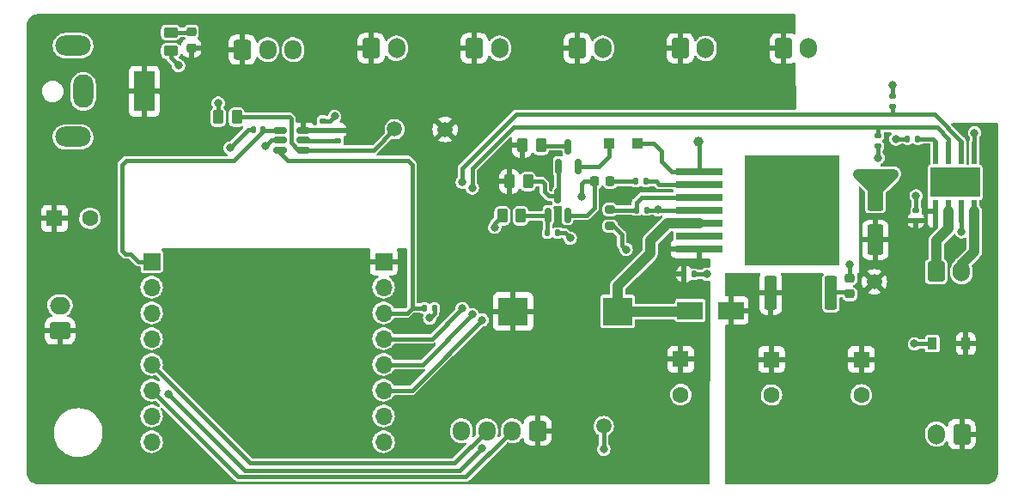
<source format=gtl>
%TF.GenerationSoftware,KiCad,Pcbnew,(6.0.9)*%
%TF.CreationDate,2022-12-23T09:31:32-06:00*%
%TF.ProjectId,CatFeeder,43617446-6565-4646-9572-2e6b69636164,rev?*%
%TF.SameCoordinates,Original*%
%TF.FileFunction,Copper,L1,Top*%
%TF.FilePolarity,Positive*%
%FSLAX46Y46*%
G04 Gerber Fmt 4.6, Leading zero omitted, Abs format (unit mm)*
G04 Created by KiCad (PCBNEW (6.0.9)) date 2022-12-23 09:31:32*
%MOMM*%
%LPD*%
G01*
G04 APERTURE LIST*
G04 Aperture macros list*
%AMRoundRect*
0 Rectangle with rounded corners*
0 $1 Rounding radius*
0 $2 $3 $4 $5 $6 $7 $8 $9 X,Y pos of 4 corners*
0 Add a 4 corners polygon primitive as box body*
4,1,4,$2,$3,$4,$5,$6,$7,$8,$9,$2,$3,0*
0 Add four circle primitives for the rounded corners*
1,1,$1+$1,$2,$3*
1,1,$1+$1,$4,$5*
1,1,$1+$1,$6,$7*
1,1,$1+$1,$8,$9*
0 Add four rect primitives between the rounded corners*
20,1,$1+$1,$2,$3,$4,$5,0*
20,1,$1+$1,$4,$5,$6,$7,0*
20,1,$1+$1,$6,$7,$8,$9,0*
20,1,$1+$1,$8,$9,$2,$3,0*%
G04 Aperture macros list end*
%TA.AperFunction,SMDPad,CuDef*%
%ADD10RoundRect,0.250000X-0.450000X0.262500X-0.450000X-0.262500X0.450000X-0.262500X0.450000X0.262500X0*%
%TD*%
%TA.AperFunction,ComponentPad*%
%ADD11RoundRect,0.250000X0.750000X-0.600000X0.750000X0.600000X-0.750000X0.600000X-0.750000X-0.600000X0*%
%TD*%
%TA.AperFunction,ComponentPad*%
%ADD12O,2.000000X1.700000*%
%TD*%
%TA.AperFunction,ComponentPad*%
%ADD13RoundRect,0.250000X0.600000X0.750000X-0.600000X0.750000X-0.600000X-0.750000X0.600000X-0.750000X0*%
%TD*%
%TA.AperFunction,ComponentPad*%
%ADD14O,1.700000X2.000000*%
%TD*%
%TA.AperFunction,SMDPad,CuDef*%
%ADD15RoundRect,0.250000X-0.262500X-0.450000X0.262500X-0.450000X0.262500X0.450000X-0.262500X0.450000X0*%
%TD*%
%TA.AperFunction,SMDPad,CuDef*%
%ADD16C,1.000000*%
%TD*%
%TA.AperFunction,SMDPad,CuDef*%
%ADD17C,1.500000*%
%TD*%
%TA.AperFunction,SMDPad,CuDef*%
%ADD18RoundRect,0.140000X0.170000X-0.140000X0.170000X0.140000X-0.170000X0.140000X-0.170000X-0.140000X0*%
%TD*%
%TA.AperFunction,ComponentPad*%
%ADD19R,1.600000X1.600000*%
%TD*%
%TA.AperFunction,ComponentPad*%
%ADD20C,1.600000*%
%TD*%
%TA.AperFunction,ComponentPad*%
%ADD21RoundRect,0.250000X-0.600000X-0.750000X0.600000X-0.750000X0.600000X0.750000X-0.600000X0.750000X0*%
%TD*%
%TA.AperFunction,SMDPad,CuDef*%
%ADD22R,0.900000X1.200000*%
%TD*%
%TA.AperFunction,SMDPad,CuDef*%
%ADD23RoundRect,0.135000X0.135000X0.185000X-0.135000X0.185000X-0.135000X-0.185000X0.135000X-0.185000X0*%
%TD*%
%TA.AperFunction,SMDPad,CuDef*%
%ADD24RoundRect,0.140000X0.140000X0.170000X-0.140000X0.170000X-0.140000X-0.170000X0.140000X-0.170000X0*%
%TD*%
%TA.AperFunction,SMDPad,CuDef*%
%ADD25RoundRect,0.150000X0.150000X-0.587500X0.150000X0.587500X-0.150000X0.587500X-0.150000X-0.587500X0*%
%TD*%
%TA.AperFunction,SMDPad,CuDef*%
%ADD26RoundRect,0.250000X-0.362500X-1.425000X0.362500X-1.425000X0.362500X1.425000X-0.362500X1.425000X0*%
%TD*%
%TA.AperFunction,SMDPad,CuDef*%
%ADD27RoundRect,0.135000X-0.135000X-0.185000X0.135000X-0.185000X0.135000X0.185000X-0.135000X0.185000X0*%
%TD*%
%TA.AperFunction,SMDPad,CuDef*%
%ADD28RoundRect,0.150000X-0.512500X-0.150000X0.512500X-0.150000X0.512500X0.150000X-0.512500X0.150000X0*%
%TD*%
%TA.AperFunction,SMDPad,CuDef*%
%ADD29RoundRect,0.225000X0.225000X0.250000X-0.225000X0.250000X-0.225000X-0.250000X0.225000X-0.250000X0*%
%TD*%
%TA.AperFunction,SMDPad,CuDef*%
%ADD30RoundRect,0.135000X0.185000X-0.135000X0.185000X0.135000X-0.185000X0.135000X-0.185000X-0.135000X0*%
%TD*%
%TA.AperFunction,ComponentPad*%
%ADD31R,1.700000X1.700000*%
%TD*%
%TA.AperFunction,ComponentPad*%
%ADD32O,1.700000X1.700000*%
%TD*%
%TA.AperFunction,SMDPad,CuDef*%
%ADD33R,2.500000X1.800000*%
%TD*%
%TA.AperFunction,SMDPad,CuDef*%
%ADD34R,4.600000X0.800000*%
%TD*%
%TA.AperFunction,SMDPad,CuDef*%
%ADD35R,9.400000X10.800000*%
%TD*%
%TA.AperFunction,SMDPad,CuDef*%
%ADD36R,0.500000X2.200000*%
%TD*%
%TA.AperFunction,SMDPad,CuDef*%
%ADD37R,4.900000X2.950000*%
%TD*%
%TA.AperFunction,ComponentPad*%
%ADD38C,0.630000*%
%TD*%
%TA.AperFunction,SMDPad,CuDef*%
%ADD39RoundRect,0.140000X-0.140000X-0.170000X0.140000X-0.170000X0.140000X0.170000X-0.140000X0.170000X0*%
%TD*%
%TA.AperFunction,SMDPad,CuDef*%
%ADD40RoundRect,0.250000X0.550000X-1.250000X0.550000X1.250000X-0.550000X1.250000X-0.550000X-1.250000X0*%
%TD*%
%TA.AperFunction,SMDPad,CuDef*%
%ADD41R,2.920000X2.790000*%
%TD*%
%TA.AperFunction,SMDPad,CuDef*%
%ADD42RoundRect,0.200000X0.275000X-0.200000X0.275000X0.200000X-0.275000X0.200000X-0.275000X-0.200000X0*%
%TD*%
%TA.AperFunction,ComponentPad*%
%ADD43RoundRect,0.250000X-0.600000X-0.725000X0.600000X-0.725000X0.600000X0.725000X-0.600000X0.725000X0*%
%TD*%
%TA.AperFunction,ComponentPad*%
%ADD44O,1.700000X1.950000*%
%TD*%
%TA.AperFunction,ComponentPad*%
%ADD45RoundRect,0.250000X0.600000X0.725000X-0.600000X0.725000X-0.600000X-0.725000X0.600000X-0.725000X0*%
%TD*%
%TA.AperFunction,SMDPad,CuDef*%
%ADD46RoundRect,0.218750X-0.256250X0.218750X-0.256250X-0.218750X0.256250X-0.218750X0.256250X0.218750X0*%
%TD*%
%TA.AperFunction,SMDPad,CuDef*%
%ADD47RoundRect,0.135000X-0.185000X0.135000X-0.185000X-0.135000X0.185000X-0.135000X0.185000X0.135000X0*%
%TD*%
%TA.AperFunction,ComponentPad*%
%ADD48R,2.000000X4.000000*%
%TD*%
%TA.AperFunction,ComponentPad*%
%ADD49O,2.000000X3.300000*%
%TD*%
%TA.AperFunction,ComponentPad*%
%ADD50O,3.500000X2.000000*%
%TD*%
%TA.AperFunction,SMDPad,CuDef*%
%ADD51R,1.100000X1.100000*%
%TD*%
%TA.AperFunction,ViaPad*%
%ADD52C,0.800000*%
%TD*%
%TA.AperFunction,Conductor*%
%ADD53C,0.400000*%
%TD*%
%TA.AperFunction,Conductor*%
%ADD54C,1.000000*%
%TD*%
G04 APERTURE END LIST*
D10*
%TO.P,R2,1*%
%TO.N,Net-(D1-Pad1)*%
X112014000Y-70131200D03*
%TO.P,R2,2*%
%TO.N,GND*%
X112014000Y-71956200D03*
%TD*%
D11*
%TO.P,J1,1,1*%
%TO.N,+5V*%
X101092000Y-99568000D03*
D12*
%TO.P,J1,2,2*%
%TO.N,GND*%
X101092000Y-97068000D03*
%TD*%
D13*
%TO.P,J8,1,1*%
%TO.N,+12V*%
X189972000Y-109745000D03*
D14*
%TO.P,J8,2,2*%
%TO.N,GND*%
X187472000Y-109745000D03*
%TD*%
D15*
%TO.P,R12,1*%
%TO.N,/PwrCtrl*%
X144677500Y-88235500D03*
%TO.P,R12,2*%
%TO.N,Net-(Q2-Pad1)*%
X146502500Y-88235500D03*
%TD*%
%TO.P,R7,1*%
%TO.N,+5V*%
X146661500Y-81280000D03*
%TO.P,R7,2*%
%TO.N,Net-(Q1-Pad3)*%
X148486500Y-81280000D03*
%TD*%
%TO.P,R6,1*%
%TO.N,+5V*%
X145391500Y-84836000D03*
%TO.P,R6,2*%
%TO.N,Net-(Q1-Pad1)*%
X147216500Y-84836000D03*
%TD*%
%TO.P,R3,1*%
%TO.N,Net-(J3-Pad2)*%
X116689500Y-78486000D03*
%TO.P,R3,2*%
%TO.N,/LEDShifted*%
X118514500Y-78486000D03*
%TD*%
D16*
%TO.P,TP4,1,1*%
%TO.N,Net-(D4-Pad1)*%
X164058600Y-80873600D03*
%TD*%
D17*
%TO.P,TP2,1,1*%
%TO.N,/LEDShifted*%
X134086600Y-79679800D03*
%TD*%
D18*
%TO.P,C2,1*%
%TO.N,+5V*%
X127000000Y-79804200D03*
%TO.P,C2,2*%
%TO.N,GND*%
X127000000Y-78844200D03*
%TD*%
D19*
%TO.P,C6,1*%
%TO.N,+12V*%
X171221400Y-102385749D03*
D20*
%TO.P,C6,2*%
%TO.N,GND*%
X171221400Y-105885749D03*
%TD*%
D21*
%TO.P,J13,1,1*%
%TO.N,+5V*%
X172395200Y-71721200D03*
D14*
%TO.P,J13,2,2*%
%TO.N,GND*%
X174895200Y-71721200D03*
%TD*%
D19*
%TO.P,C7,1*%
%TO.N,+12V*%
X180086000Y-102387400D03*
D20*
%TO.P,C7,2*%
%TO.N,GND*%
X180086000Y-105887400D03*
%TD*%
D21*
%TO.P,J9,1,1*%
%TO.N,+5V*%
X131775200Y-71704200D03*
D14*
%TO.P,J9,2,2*%
%TO.N,GND*%
X134275200Y-71704200D03*
%TD*%
D21*
%TO.P,J12,1,1*%
%TO.N,+5V*%
X162235200Y-71721200D03*
D14*
%TO.P,J12,2,2*%
%TO.N,GND*%
X164735200Y-71721200D03*
%TD*%
D21*
%TO.P,J2,1,1*%
%TO.N,/MtrOutA*%
X187452000Y-93726000D03*
D14*
%TO.P,J2,2,2*%
%TO.N,/MtrOutB*%
X189952000Y-93726000D03*
%TD*%
D22*
%TO.P,D3,1,A*%
%TO.N,GND*%
X187072000Y-100838000D03*
%TO.P,D3,2,K*%
%TO.N,+12V*%
X190372000Y-100838000D03*
%TD*%
D23*
%TO.P,R11,1*%
%TO.N,Net-(R11-Pad1)*%
X185650600Y-80645000D03*
%TO.P,R11,2*%
%TO.N,GND*%
X184630600Y-80645000D03*
%TD*%
D24*
%TO.P,C1,1*%
%TO.N,+3.3V*%
X121130000Y-79756000D03*
%TO.P,C1,2*%
%TO.N,GND*%
X120170000Y-79756000D03*
%TD*%
D25*
%TO.P,Q1,1,B*%
%TO.N,Net-(Q1-Pad1)*%
X150228000Y-83331000D03*
%TO.P,Q1,2,E*%
%TO.N,Net-(D4-Pad2)*%
X152128000Y-83331000D03*
%TO.P,Q1,3,C*%
%TO.N,Net-(Q1-Pad3)*%
X151178000Y-81456000D03*
%TD*%
D26*
%TO.P,R8,1*%
%TO.N,+12V*%
X171148100Y-95840600D03*
%TO.P,R8,2*%
%TO.N,Net-(D5-Pad2)*%
X177073100Y-95840600D03*
%TD*%
D27*
%TO.P,R1,1*%
%TO.N,/LEDCtrl*%
X137005600Y-97307400D03*
%TO.P,R1,2*%
%TO.N,GND*%
X138025600Y-97307400D03*
%TD*%
D28*
%TO.P,U1,1,VCCA*%
%TO.N,+3.3V*%
X122814500Y-79822000D03*
%TO.P,U1,2,GND*%
%TO.N,GND*%
X122814500Y-80772000D03*
%TO.P,U1,3,A*%
%TO.N,/LEDCtrl*%
X122814500Y-81722000D03*
%TO.P,U1,4,B*%
%TO.N,/LEDShifted*%
X125089500Y-81722000D03*
%TO.P,U1,5,DIR*%
%TO.N,Net-(R4-Pad1)*%
X125089500Y-80772000D03*
%TO.P,U1,6,VCCB*%
%TO.N,+5V*%
X125089500Y-79822000D03*
%TD*%
D29*
%TO.P,C10,1*%
%TO.N,Net-(C10-Pad1)*%
X155321000Y-84836000D03*
%TO.P,C10,2*%
%TO.N,GND*%
X153771000Y-84836000D03*
%TD*%
D30*
%TO.P,R10,1*%
%TO.N,/MtrCtrlB*%
X183159400Y-77472000D03*
%TO.P,R10,2*%
%TO.N,GND*%
X183159400Y-76452000D03*
%TD*%
D31*
%TO.P,J6,1,Pin_1*%
%TO.N,+3.3V*%
X110134000Y-92725000D03*
D32*
%TO.P,J6,2,Pin_2*%
%TO.N,unconnected-(J6-Pad2)*%
X110134000Y-95265000D03*
%TO.P,J6,3,Pin_3*%
%TO.N,unconnected-(J6-Pad3)*%
X110134000Y-97805000D03*
%TO.P,J6,4,Pin_4*%
%TO.N,unconnected-(J6-Pad4)*%
X110134000Y-100345000D03*
%TO.P,J6,5,Pin_5*%
%TO.N,/DistEcho*%
X110134000Y-102885000D03*
%TO.P,J6,6,Pin_6*%
%TO.N,/DistTrig*%
X110134000Y-105425000D03*
%TO.P,J6,7,Pin_7*%
%TO.N,unconnected-(J6-Pad7)*%
X110134000Y-107965000D03*
%TO.P,J6,8,Pin_8*%
%TO.N,unconnected-(J6-Pad8)*%
X110134000Y-110505000D03*
%TD*%
D21*
%TO.P,J11,1,1*%
%TO.N,+5V*%
X152095200Y-71704200D03*
D14*
%TO.P,J11,2,2*%
%TO.N,GND*%
X154595200Y-71704200D03*
%TD*%
D17*
%TO.P,TP5,1,1*%
%TO.N,GND*%
X154686000Y-108966000D03*
%TD*%
D33*
%TO.P,D2,1,K*%
%TO.N,+12V*%
X167214000Y-97555000D03*
%TO.P,D2,2,A*%
%TO.N,Net-(D2-Pad2)*%
X163214000Y-97555000D03*
%TD*%
D18*
%TO.P,C4,1*%
%TO.N,+12V*%
X185470800Y-88678100D03*
%TO.P,C4,2*%
%TO.N,GND*%
X185470800Y-87718100D03*
%TD*%
D25*
%TO.P,Q2,1,B*%
%TO.N,Net-(Q2-Pad1)*%
X149212000Y-88157000D03*
%TO.P,Q2,2,E*%
%TO.N,GND*%
X151112000Y-88157000D03*
%TO.P,Q2,3,C*%
%TO.N,Net-(Q1-Pad1)*%
X150162000Y-86282000D03*
%TD*%
D27*
%TO.P,R15,1*%
%TO.N,Net-(Q2-Pad1)*%
X149144800Y-89916000D03*
%TO.P,R15,2*%
%TO.N,GND*%
X150164800Y-89916000D03*
%TD*%
D34*
%TO.P,U2,1,ON/OFF*%
%TO.N,Net-(D4-Pad1)*%
X164077000Y-83858000D03*
%TO.P,U2,2,Comp*%
%TO.N,Net-(R14-Pad1)*%
X164077000Y-85128000D03*
%TO.P,U2,3,Feedback*%
%TO.N,Net-(R13-Pad1)*%
X164077000Y-86398000D03*
%TO.P,U2,4,Gnd*%
%TO.N,GND*%
X164077000Y-87668000D03*
%TO.P,U2,5,Switch*%
%TO.N,Net-(D2-Pad2)*%
X164077000Y-88938000D03*
%TO.P,U2,6,Freq*%
%TO.N,unconnected-(U2-Pad6)*%
X164077000Y-90208000D03*
%TO.P,U2,7,Vin*%
%TO.N,+5V*%
X164077000Y-91478000D03*
D35*
%TO.P,U2,8,Base_Gnd*%
%TO.N,GND*%
X173227000Y-87668000D03*
%TD*%
D36*
%TO.P,U3,1,GND*%
%TO.N,GND*%
X191211200Y-82053300D03*
%TO.P,U3,2,IN2*%
%TO.N,/MtrCtrlB*%
X189941200Y-82053300D03*
%TO.P,U3,3,IN1*%
%TO.N,/MtrCtrlA*%
X188671200Y-82053300D03*
%TO.P,U3,4,ILIM*%
%TO.N,Net-(R11-Pad1)*%
X187401200Y-82053300D03*
%TO.P,U3,5,VM*%
%TO.N,+12V*%
X187401200Y-87803300D03*
%TO.P,U3,6,OUT1*%
%TO.N,/MtrOutA*%
X188671200Y-87803300D03*
%TO.P,U3,7,GND*%
%TO.N,GND*%
X189941200Y-87803300D03*
%TO.P,U3,8,OUT2*%
%TO.N,/MtrOutB*%
X191211200Y-87803300D03*
D37*
%TO.P,U3,9,GND*%
%TO.N,GND*%
X189306200Y-84928300D03*
D38*
X188006200Y-85578300D03*
X189306200Y-84278300D03*
X190606200Y-85578300D03*
X189306200Y-85578300D03*
X188006200Y-84278300D03*
X190606200Y-84278300D03*
%TD*%
D39*
%TO.P,C8,1*%
%TO.N,+5V*%
X162616000Y-93980000D03*
%TO.P,C8,2*%
%TO.N,GND*%
X163576000Y-93980000D03*
%TD*%
D23*
%TO.P,R14,1*%
%TO.N,Net-(R14-Pad1)*%
X158845000Y-84836000D03*
%TO.P,R14,2*%
%TO.N,Net-(C10-Pad1)*%
X157825000Y-84836000D03*
%TD*%
D17*
%TO.P,TP1,1,1*%
%TO.N,+5V*%
X139065000Y-79705200D03*
%TD*%
D21*
%TO.P,J10,1,1*%
%TO.N,+5V*%
X141935200Y-71704200D03*
D14*
%TO.P,J10,2,2*%
%TO.N,GND*%
X144435200Y-71704200D03*
%TD*%
D19*
%TO.P,C9,1*%
%TO.N,+5V*%
X100556949Y-88468200D03*
D20*
%TO.P,C9,2*%
%TO.N,GND*%
X104056949Y-88468200D03*
%TD*%
D31*
%TO.P,J7,1,Pin_1*%
%TO.N,+5V*%
X132994000Y-92725000D03*
D32*
%TO.P,J7,2,Pin_2*%
%TO.N,GND*%
X132994000Y-95265000D03*
%TO.P,J7,3,Pin_3*%
%TO.N,/LEDCtrl*%
X132994000Y-97805000D03*
%TO.P,J7,4,Pin_4*%
%TO.N,/MtrCtrlB*%
X132994000Y-100345000D03*
%TO.P,J7,5,Pin_5*%
%TO.N,/MtrCtrlA*%
X132994000Y-102885000D03*
%TO.P,J7,6,Pin_6*%
%TO.N,/PwrCtrl*%
X132994000Y-105425000D03*
%TO.P,J7,7,Pin_7*%
%TO.N,unconnected-(J7-Pad7)*%
X132994000Y-107965000D03*
%TO.P,J7,8,Pin_8*%
%TO.N,unconnected-(J7-Pad8)*%
X132994000Y-110505000D03*
%TD*%
D40*
%TO.P,C3,1*%
%TO.N,+12V*%
X181457600Y-90607600D03*
%TO.P,C3,2*%
%TO.N,GND*%
X181457600Y-86207600D03*
%TD*%
D17*
%TO.P,TP3,1,1*%
%TO.N,+12V*%
X181356000Y-94742000D03*
%TD*%
D41*
%TO.P,L1,1,1*%
%TO.N,+5V*%
X145761000Y-97655000D03*
%TO.P,L1,2,2*%
%TO.N,Net-(D2-Pad2)*%
X156061000Y-97655000D03*
%TD*%
D42*
%TO.P,R5,1*%
%TO.N,+12V*%
X155308000Y-89236000D03*
%TO.P,R5,2*%
%TO.N,Net-(R13-Pad1)*%
X155308000Y-87586000D03*
%TD*%
D43*
%TO.P,J3,1,1*%
%TO.N,+5V*%
X119075200Y-71848200D03*
D44*
%TO.P,J3,2,2*%
%TO.N,Net-(J3-Pad2)*%
X121575200Y-71848200D03*
%TO.P,J3,3,3*%
%TO.N,GND*%
X124075200Y-71848200D03*
%TD*%
D45*
%TO.P,J5,1,1*%
%TO.N,+5V*%
X148158200Y-109423200D03*
D44*
%TO.P,J5,2,2*%
%TO.N,/DistTrig*%
X145658200Y-109423200D03*
%TO.P,J5,3,3*%
%TO.N,/DistEcho*%
X143158200Y-109423200D03*
%TO.P,J5,4,4*%
%TO.N,GND*%
X140658200Y-109423200D03*
%TD*%
D46*
%TO.P,D1,2,A*%
%TO.N,+5V*%
X114046000Y-71653500D03*
%TO.P,D1,1,K*%
%TO.N,Net-(D1-Pad1)*%
X114046000Y-70078500D03*
%TD*%
D47*
%TO.P,R9,1*%
%TO.N,/MtrCtrlA*%
X181711600Y-80338200D03*
%TO.P,R9,2*%
%TO.N,GND*%
X181711600Y-81358200D03*
%TD*%
D27*
%TO.P,R13,1*%
%TO.N,Net-(R13-Pad1)*%
X157907000Y-87649000D03*
%TO.P,R13,2*%
%TO.N,GND*%
X158927000Y-87649000D03*
%TD*%
D48*
%TO.P,J4,1*%
%TO.N,+5V*%
X109386000Y-75946000D03*
D49*
%TO.P,J4,2*%
%TO.N,GND*%
X103386000Y-75946000D03*
D50*
%TO.P,J4,MP*%
%TO.N,N/C*%
X102386000Y-71446000D03*
X102386000Y-80446000D03*
%TD*%
D46*
%TO.P,D5,1,K*%
%TO.N,GND*%
X178943000Y-94360900D03*
%TO.P,D5,2,A*%
%TO.N,Net-(D5-Pad2)*%
X178943000Y-95935900D03*
%TD*%
D51*
%TO.P,D4,1,K*%
%TO.N,Net-(D4-Pad1)*%
X157978000Y-81045000D03*
%TO.P,D4,2,A*%
%TO.N,Net-(D4-Pad2)*%
X155178000Y-81045000D03*
%TD*%
D30*
%TO.P,R4,1*%
%TO.N,Net-(R4-Pad1)*%
X128498600Y-80824800D03*
%TO.P,R4,2*%
%TO.N,+5V*%
X128498600Y-79804800D03*
%TD*%
D19*
%TO.P,C5,1*%
%TO.N,+5V*%
X162280600Y-102360349D03*
D20*
%TO.P,C5,2*%
%TO.N,GND*%
X162280600Y-105860349D03*
%TD*%
D52*
%TO.N,+5V*%
X160147000Y-92837000D03*
X157861000Y-90551000D03*
%TO.N,GND*%
X164846000Y-93980000D03*
%TO.N,Net-(J3-Pad2)*%
X116689500Y-77112500D03*
%TO.N,GND*%
X174244000Y-91948000D03*
X176530000Y-87630000D03*
X174244000Y-83312000D03*
X174244000Y-87630000D03*
X151384000Y-90424000D03*
X183489600Y-80645000D03*
X154686000Y-111252000D03*
X137541000Y-98298000D03*
X185470800Y-86258400D03*
X160020000Y-87630000D03*
X169799000Y-87503000D03*
X142697200Y-111125000D03*
X169799000Y-85344000D03*
X152527000Y-86360000D03*
X171958000Y-83312000D03*
X171831000Y-87503000D03*
X128168400Y-78409800D03*
X176530000Y-85471000D03*
X117856000Y-81534000D03*
X178943000Y-92989400D03*
X181737000Y-82499200D03*
X121335800Y-81356200D03*
X176530000Y-91948000D03*
X111785400Y-105791000D03*
X169799000Y-89916000D03*
X169799000Y-91948000D03*
X174244000Y-85471000D03*
X182600600Y-84089600D03*
X174244000Y-89916000D03*
X189966600Y-89805100D03*
X171831000Y-89916000D03*
X185312000Y-100851000D03*
X181584600Y-84089600D03*
X112776000Y-73406000D03*
X169799000Y-83312000D03*
X183159400Y-75285600D03*
X171958000Y-85344000D03*
X180568600Y-84089600D03*
X176530000Y-89916000D03*
X171831000Y-91948000D03*
X176530000Y-83312000D03*
X191236600Y-80026100D03*
%TO.N,+12V*%
X156891700Y-91545700D03*
X167386000Y-94513400D03*
%TO.N,/MtrCtrlB*%
X140741400Y-84912200D03*
X140741400Y-97358200D03*
%TO.N,/MtrCtrlA*%
X141732000Y-97967800D03*
X141732000Y-85496400D03*
%TO.N,/PwrCtrl*%
X142722600Y-98501200D03*
X143941800Y-89357200D03*
%TD*%
D53*
%TO.N,Net-(D1-Pad1)*%
X113993300Y-70131200D02*
X114046000Y-70078500D01*
X112014000Y-70131200D02*
X113993300Y-70131200D01*
%TO.N,GND*%
X112014000Y-72644000D02*
X112014000Y-71956200D01*
X112776000Y-73406000D02*
X112014000Y-72644000D01*
X163576000Y-93980000D02*
X164846000Y-93980000D01*
%TO.N,Net-(J3-Pad2)*%
X116689500Y-77112500D02*
X116689500Y-78486000D01*
D54*
%TO.N,Net-(D2-Pad2)*%
X156061000Y-95145000D02*
X156061000Y-97655000D01*
X159258000Y-91948000D02*
X156061000Y-95145000D01*
X160998000Y-88938000D02*
X159258000Y-90678000D01*
X164077000Y-88938000D02*
X160998000Y-88938000D01*
X159258000Y-90678000D02*
X159258000Y-91948000D01*
D53*
%TO.N,Net-(Q1-Pad1)*%
X149274000Y-86282000D02*
X150162000Y-86282000D01*
X148844000Y-85090000D02*
X148844000Y-85852000D01*
X148590000Y-84836000D02*
X148844000Y-85090000D01*
X147216500Y-84836000D02*
X148590000Y-84836000D01*
X148844000Y-85852000D02*
X149274000Y-86282000D01*
D54*
%TO.N,/MtrOutB*%
X191211200Y-91744800D02*
X191211200Y-87803300D01*
X189952000Y-93004000D02*
X191211200Y-91744800D01*
X189952000Y-93726000D02*
X189952000Y-93004000D01*
%TO.N,/MtrOutA*%
X187452000Y-90678000D02*
X187452000Y-93726000D01*
X188671200Y-89458800D02*
X187452000Y-90678000D01*
X188671200Y-87803300D02*
X188671200Y-89458800D01*
D53*
%TO.N,Net-(D4-Pad2)*%
X155178000Y-82312000D02*
X155178000Y-81045000D01*
X154159000Y-83331000D02*
X155178000Y-82312000D01*
X152128000Y-83331000D02*
X154159000Y-83331000D01*
%TO.N,/LEDShifted*%
X118768500Y-78486000D02*
X118514500Y-78740000D01*
X123698000Y-78486000D02*
X118768500Y-78486000D01*
X123877000Y-78665000D02*
X123698000Y-78486000D01*
X123877000Y-80999817D02*
X123877000Y-78665000D01*
X124599183Y-81722000D02*
X123877000Y-80999817D01*
X125089500Y-81722000D02*
X124599183Y-81722000D01*
%TO.N,GND*%
X119634000Y-79756000D02*
X120170000Y-79756000D01*
X117856000Y-81534000D02*
X119634000Y-79756000D01*
%TO.N,/MtrCtrlB*%
X189941200Y-80889700D02*
X189941200Y-82053300D01*
X187283500Y-78232000D02*
X189941200Y-80889700D01*
X140741400Y-83540600D02*
X146050000Y-78232000D01*
X140741400Y-84912200D02*
X140741400Y-83540600D01*
X146050000Y-78232000D02*
X187283500Y-78232000D01*
%TO.N,/MtrCtrlA*%
X145796000Y-79502000D02*
X181762400Y-79502000D01*
X141732000Y-83566000D02*
X145796000Y-79502000D01*
X141732000Y-85496400D02*
X141732000Y-83566000D01*
%TO.N,GND*%
X151384000Y-90424000D02*
X150876000Y-89916000D01*
X150876000Y-89916000D02*
X150164800Y-89916000D01*
%TO.N,Net-(Q2-Pad1)*%
X146502500Y-88235500D02*
X149133500Y-88235500D01*
%TO.N,/PwrCtrl*%
X143941800Y-89357200D02*
X143941800Y-88971200D01*
X143941800Y-88971200D02*
X144677500Y-88235500D01*
%TO.N,+3.3V*%
X107543600Y-91973400D02*
X107238800Y-91668600D01*
X107238800Y-83159600D02*
X107594400Y-82804000D01*
X107238800Y-91668600D02*
X107238800Y-83159600D01*
X108825156Y-92725000D02*
X108073556Y-91973400D01*
X118195675Y-82804000D02*
X121130000Y-79869675D01*
X122814500Y-79822000D02*
X121196000Y-79822000D01*
X108073556Y-91973400D02*
X107543600Y-91973400D01*
X110134000Y-92725000D02*
X108825156Y-92725000D01*
X107594400Y-82804000D02*
X118195675Y-82804000D01*
%TO.N,GND*%
X189941200Y-89779700D02*
X189966600Y-89805100D01*
D54*
X181457600Y-85867600D02*
X182219600Y-85105600D01*
X182219600Y-85105600D02*
X183235600Y-84089600D01*
D53*
X153771000Y-84836000D02*
X153784000Y-84849000D01*
D54*
X180822600Y-85105600D02*
X179806600Y-84089600D01*
D53*
X158927000Y-87649000D02*
X160001000Y-87649000D01*
D54*
X181711600Y-84597600D02*
X180949600Y-84597600D01*
D53*
X191211200Y-82053300D02*
X191211200Y-80051500D01*
X183159400Y-76452000D02*
X183159400Y-75285600D01*
X181711600Y-81358200D02*
X181711600Y-82473800D01*
D54*
X180568600Y-84089600D02*
X181584600Y-84089600D01*
X181457600Y-85740600D02*
X180822600Y-85105600D01*
D53*
X154686000Y-108966000D02*
X154686000Y-111252000D01*
X160001000Y-87649000D02*
X160020000Y-87630000D01*
X138025600Y-97813400D02*
X138025600Y-97307400D01*
D54*
X181457600Y-86207600D02*
X181457600Y-85867600D01*
D53*
X137541000Y-98298000D02*
X138025600Y-97813400D01*
X189941200Y-87803300D02*
X189941200Y-89779700D01*
D54*
X182600600Y-84089600D02*
X183235600Y-84089600D01*
D53*
X181711600Y-82473800D02*
X181737000Y-82499200D01*
X187072000Y-100838000D02*
X185325000Y-100838000D01*
X160058000Y-87668000D02*
X160020000Y-87630000D01*
X153784000Y-87395000D02*
X153784000Y-84849000D01*
X183489600Y-80645000D02*
X184630600Y-80645000D01*
D54*
X180949600Y-84597600D02*
X181457600Y-84089600D01*
D53*
X119354600Y-113360200D02*
X111785400Y-105791000D01*
X164077000Y-87668000D02*
X160058000Y-87668000D01*
X152527000Y-85090000D02*
X152527000Y-86360000D01*
X178943000Y-92989400D02*
X178943000Y-94360900D01*
X152781000Y-84836000D02*
X152527000Y-85090000D01*
X127000000Y-78869600D02*
X127708600Y-78869600D01*
X153022000Y-88157000D02*
X153784000Y-87395000D01*
X185470800Y-87718100D02*
X185470800Y-86258400D01*
D54*
X179806600Y-84089600D02*
X180568600Y-84089600D01*
D53*
X153771000Y-84836000D02*
X152781000Y-84836000D01*
X191211200Y-80051500D02*
X191236600Y-80026100D01*
X121920000Y-80772000D02*
X122814500Y-80772000D01*
X142697200Y-111125000D02*
X140462000Y-113360200D01*
X140462000Y-113360200D02*
X119354600Y-113360200D01*
X121335800Y-81356200D02*
X121920000Y-80772000D01*
D54*
X181584600Y-84089600D02*
X182600600Y-84089600D01*
D53*
X127708600Y-78869600D02*
X128168400Y-78409800D01*
X151112000Y-88157000D02*
X153022000Y-88157000D01*
%TO.N,+12V*%
X155625000Y-89236000D02*
X155308000Y-89236000D01*
X156891700Y-91545700D02*
X156464000Y-91118000D01*
X156464000Y-90075000D02*
X155625000Y-89236000D01*
X156464000Y-91118000D02*
X156464000Y-90075000D01*
D54*
%TO.N,Net-(D2-Pad2)*%
X156061000Y-97655000D02*
X163114000Y-97655000D01*
X163114000Y-97655000D02*
X163214000Y-97555000D01*
D53*
%TO.N,Net-(D4-Pad1)*%
X157978000Y-81045000D02*
X159626000Y-81045000D01*
X160388000Y-81807000D02*
X160388000Y-82823000D01*
X164077000Y-83858000D02*
X164077000Y-80892000D01*
X164077000Y-80892000D02*
X164058600Y-80873600D01*
X159626000Y-81045000D02*
X160388000Y-81807000D01*
X160388000Y-82823000D02*
X161423000Y-83858000D01*
X161423000Y-83858000D02*
X164077000Y-83858000D01*
%TO.N,Net-(D5-Pad2)*%
X178739800Y-95732700D02*
X177181000Y-95732700D01*
X178943000Y-95935900D02*
X178739800Y-95732700D01*
%TO.N,/LEDShifted*%
X132044400Y-81722000D02*
X134086600Y-79679800D01*
X125089500Y-81722000D02*
X132044400Y-81722000D01*
%TO.N,/DistTrig*%
X110134000Y-105425000D02*
X118678800Y-113969800D01*
X118678800Y-113969800D02*
X141111600Y-113969800D01*
X141111600Y-113969800D02*
X145658200Y-109423200D01*
%TO.N,/DistEcho*%
X139983200Y-112598200D02*
X143158200Y-109423200D01*
X119847200Y-112598200D02*
X139983200Y-112598200D01*
X110134000Y-102885000D02*
X119847200Y-112598200D01*
%TO.N,/MtrCtrlB*%
X183159400Y-77472000D02*
X183159400Y-78232000D01*
X137754600Y-100345000D02*
X140741400Y-97358200D01*
X132994000Y-100345000D02*
X137754600Y-100345000D01*
%TO.N,/MtrCtrlA*%
X188671200Y-82053300D02*
X188671200Y-80640500D01*
X188671200Y-80640500D02*
X188666700Y-80640500D01*
X187528200Y-79502000D02*
X181762400Y-79502000D01*
X136814800Y-102885000D02*
X141732000Y-97967800D01*
X181711600Y-80338200D02*
X181711600Y-79552800D01*
X188666700Y-80640500D02*
X187528200Y-79502000D01*
X132994000Y-102885000D02*
X136814800Y-102885000D01*
X181711600Y-79552800D02*
X181762400Y-79502000D01*
%TO.N,/PwrCtrl*%
X132994000Y-105425000D02*
X135798800Y-105425000D01*
X135798800Y-105425000D02*
X142722600Y-98501200D01*
%TO.N,/LEDCtrl*%
X135382000Y-82753200D02*
X123520200Y-82753200D01*
X123520200Y-82753200D02*
X122814500Y-82047500D01*
X135788400Y-83159600D02*
X135382000Y-82753200D01*
X135788400Y-97307400D02*
X135788400Y-83159600D01*
X135290800Y-97805000D02*
X135788400Y-97307400D01*
X132994000Y-97805000D02*
X135290800Y-97805000D01*
X137005600Y-97307400D02*
X135788400Y-97307400D01*
X122814500Y-82047500D02*
X122814500Y-81722000D01*
%TO.N,Net-(Q1-Pad1)*%
X150228000Y-86216000D02*
X150162000Y-86282000D01*
X150228000Y-83331000D02*
X150228000Y-86216000D01*
%TO.N,Net-(Q1-Pad3)*%
X151021000Y-81299000D02*
X151178000Y-81456000D01*
X148706000Y-81299000D02*
X151021000Y-81299000D01*
%TO.N,Net-(Q2-Pad1)*%
X149144800Y-89916000D02*
X149144800Y-88224200D01*
%TO.N,Net-(R4-Pad1)*%
X128498600Y-80824800D02*
X128473200Y-80850200D01*
X125167700Y-80850200D02*
X125089500Y-80772000D01*
X128473200Y-80850200D02*
X125167700Y-80850200D01*
%TO.N,Net-(R11-Pad1)*%
X187121800Y-80645000D02*
X185650600Y-80645000D01*
X187401200Y-80924400D02*
X187121800Y-80645000D01*
X187401200Y-82053300D02*
X187401200Y-80924400D01*
%TO.N,Net-(R14-Pad1)*%
X160153000Y-85128000D02*
X159861000Y-84836000D01*
X164077000Y-85128000D02*
X160153000Y-85128000D01*
X159861000Y-84836000D02*
X158845000Y-84836000D01*
%TO.N,Net-(C10-Pad1)*%
X155321000Y-84836000D02*
X157825000Y-84836000D01*
%TO.N,Net-(R13-Pad1)*%
X157907000Y-87649000D02*
X157907000Y-86891000D01*
X158419000Y-86379000D02*
X164058000Y-86379000D01*
X164058000Y-86379000D02*
X164077000Y-86398000D01*
X157907000Y-86891000D02*
X158419000Y-86379000D01*
X157907000Y-87649000D02*
X155371000Y-87649000D01*
%TD*%
%TA.AperFunction,Conductor*%
%TO.N,+5V*%
G36*
X173555424Y-68346502D02*
G01*
X173601917Y-68400158D01*
X173613303Y-68452185D01*
X173617771Y-70238496D01*
X173597939Y-70306666D01*
X173544400Y-70353293D01*
X173474151Y-70363573D01*
X173425655Y-70346071D01*
X173323957Y-70283384D01*
X173310776Y-70277237D01*
X173156490Y-70226062D01*
X173143114Y-70223195D01*
X173048762Y-70213528D01*
X173042345Y-70213200D01*
X172667315Y-70213200D01*
X172652076Y-70217675D01*
X172650871Y-70219065D01*
X172649200Y-70226748D01*
X172649200Y-73211084D01*
X172653675Y-73226323D01*
X172655065Y-73227528D01*
X172662748Y-73229199D01*
X173042295Y-73229199D01*
X173048814Y-73228862D01*
X173144406Y-73218943D01*
X173157800Y-73216051D01*
X173311984Y-73164612D01*
X173325162Y-73158439D01*
X173432872Y-73091785D01*
X173501323Y-73072947D01*
X173569093Y-73094108D01*
X173614664Y-73148549D01*
X173625175Y-73198613D01*
X173636026Y-77537349D01*
X173636311Y-77651185D01*
X173616479Y-77719355D01*
X173562940Y-77765982D01*
X173510311Y-77777500D01*
X146084456Y-77777500D01*
X146069647Y-77776627D01*
X146044915Y-77773700D01*
X146035562Y-77772593D01*
X146026298Y-77774285D01*
X146026297Y-77774285D01*
X145977310Y-77783232D01*
X145973406Y-77783882D01*
X145914849Y-77792685D01*
X145908283Y-77795838D01*
X145901116Y-77797147D01*
X145858592Y-77819236D01*
X145848574Y-77824440D01*
X145845037Y-77826208D01*
X145791647Y-77851846D01*
X145786351Y-77856742D01*
X145786215Y-77856834D01*
X145779834Y-77860148D01*
X145774746Y-77864494D01*
X145737164Y-77902076D01*
X145733599Y-77905506D01*
X145691288Y-77944617D01*
X145687570Y-77951017D01*
X145681963Y-77957277D01*
X140444389Y-83194851D01*
X140433300Y-83204706D01*
X140406341Y-83225959D01*
X140396525Y-83240162D01*
X140372658Y-83274694D01*
X140370376Y-83277887D01*
X140335191Y-83325524D01*
X140332777Y-83332397D01*
X140328636Y-83338389D01*
X140325796Y-83347370D01*
X140310774Y-83394870D01*
X140309529Y-83398599D01*
X140289907Y-83454474D01*
X140289624Y-83461678D01*
X140289591Y-83461849D01*
X140287425Y-83468697D01*
X140286900Y-83475368D01*
X140286900Y-83528538D01*
X140286803Y-83533484D01*
X140284542Y-83591037D01*
X140286439Y-83598192D01*
X140286900Y-83606567D01*
X140286900Y-84384651D01*
X140266898Y-84452772D01*
X140255965Y-84467090D01*
X140251439Y-84471038D01*
X140247076Y-84477246D01*
X140247075Y-84477247D01*
X140230423Y-84500941D01*
X140160350Y-84600644D01*
X140102806Y-84748237D01*
X140101814Y-84755770D01*
X140101814Y-84755771D01*
X140084434Y-84887789D01*
X140082129Y-84905296D01*
X140090821Y-84984024D01*
X140094065Y-85013404D01*
X140099513Y-85062753D01*
X140102123Y-85069884D01*
X140102123Y-85069886D01*
X140149024Y-85198049D01*
X140153953Y-85211519D01*
X140158189Y-85217822D01*
X140158189Y-85217823D01*
X140213204Y-85299693D01*
X140242308Y-85343005D01*
X140247927Y-85348118D01*
X140247928Y-85348119D01*
X140343636Y-85435206D01*
X140359476Y-85449619D01*
X140498693Y-85525208D01*
X140651922Y-85565407D01*
X140735877Y-85566726D01*
X140802719Y-85567776D01*
X140802722Y-85567776D01*
X140810316Y-85567895D01*
X140936963Y-85538889D01*
X141007829Y-85543178D01*
X141065127Y-85585100D01*
X141087763Y-85632937D01*
X141089279Y-85639403D01*
X141090113Y-85646953D01*
X141092723Y-85654084D01*
X141092723Y-85654086D01*
X141140503Y-85784651D01*
X141144553Y-85795719D01*
X141148789Y-85802022D01*
X141148789Y-85802023D01*
X141227286Y-85918838D01*
X141232908Y-85927205D01*
X141238527Y-85932318D01*
X141238528Y-85932319D01*
X141325541Y-86011494D01*
X141350076Y-86033819D01*
X141489293Y-86109408D01*
X141642522Y-86149607D01*
X141726477Y-86150926D01*
X141793319Y-86151976D01*
X141793322Y-86151976D01*
X141800916Y-86152095D01*
X141955332Y-86116729D01*
X142074151Y-86056970D01*
X142090072Y-86048963D01*
X142090075Y-86048961D01*
X142096855Y-86045551D01*
X142102626Y-86040622D01*
X142102629Y-86040620D01*
X142211536Y-85947604D01*
X142211536Y-85947603D01*
X142217314Y-85942669D01*
X142309755Y-85814024D01*
X142368842Y-85667041D01*
X142383143Y-85566551D01*
X142390581Y-85514291D01*
X142390581Y-85514288D01*
X142391162Y-85510207D01*
X142391307Y-85496400D01*
X142372276Y-85339133D01*
X142369994Y-85333095D01*
X144371001Y-85333095D01*
X144371338Y-85339614D01*
X144381257Y-85435206D01*
X144384149Y-85448600D01*
X144435588Y-85602784D01*
X144441761Y-85615962D01*
X144527063Y-85753807D01*
X144536099Y-85765208D01*
X144650829Y-85879739D01*
X144662240Y-85888751D01*
X144800243Y-85973816D01*
X144813424Y-85979963D01*
X144967710Y-86031138D01*
X144981086Y-86034005D01*
X145075438Y-86043672D01*
X145081854Y-86044000D01*
X145119385Y-86044000D01*
X145134624Y-86039525D01*
X145135829Y-86038135D01*
X145137500Y-86030452D01*
X145137500Y-85108115D01*
X145133025Y-85092876D01*
X145131635Y-85091671D01*
X145123952Y-85090000D01*
X144389116Y-85090000D01*
X144373877Y-85094475D01*
X144372672Y-85095865D01*
X144371001Y-85103548D01*
X144371001Y-85333095D01*
X142369994Y-85333095D01*
X142316280Y-85190946D01*
X142226553Y-85060392D01*
X142220876Y-85055334D01*
X142217987Y-85052057D01*
X142187941Y-84987731D01*
X142186500Y-84968730D01*
X142186500Y-84563885D01*
X144371000Y-84563885D01*
X144375475Y-84579124D01*
X144376865Y-84580329D01*
X144384548Y-84582000D01*
X145119385Y-84582000D01*
X145134624Y-84577525D01*
X145135829Y-84576135D01*
X145137500Y-84568452D01*
X145137500Y-83646116D01*
X145133025Y-83630877D01*
X145131635Y-83629672D01*
X145123952Y-83628001D01*
X145081905Y-83628001D01*
X145075386Y-83628338D01*
X144979794Y-83638257D01*
X144966400Y-83641149D01*
X144812216Y-83692588D01*
X144799038Y-83698761D01*
X144661193Y-83784063D01*
X144649792Y-83793099D01*
X144535261Y-83907829D01*
X144526249Y-83919240D01*
X144441184Y-84057243D01*
X144435037Y-84070424D01*
X144383862Y-84224710D01*
X144380995Y-84238086D01*
X144371328Y-84332438D01*
X144371000Y-84338855D01*
X144371000Y-84563885D01*
X142186500Y-84563885D01*
X142186500Y-83806450D01*
X142206502Y-83738329D01*
X142223405Y-83717355D01*
X144163665Y-81777095D01*
X145641001Y-81777095D01*
X145641338Y-81783614D01*
X145651257Y-81879206D01*
X145654149Y-81892600D01*
X145705588Y-82046784D01*
X145711761Y-82059962D01*
X145797063Y-82197807D01*
X145806099Y-82209208D01*
X145920829Y-82323739D01*
X145932240Y-82332751D01*
X146070243Y-82417816D01*
X146083424Y-82423963D01*
X146237710Y-82475138D01*
X146251086Y-82478005D01*
X146345438Y-82487672D01*
X146351854Y-82488000D01*
X146389385Y-82488000D01*
X146404624Y-82483525D01*
X146405829Y-82482135D01*
X146407500Y-82474452D01*
X146407500Y-81552115D01*
X146403025Y-81536876D01*
X146401635Y-81535671D01*
X146393952Y-81534000D01*
X145659116Y-81534000D01*
X145643877Y-81538475D01*
X145642672Y-81539865D01*
X145641001Y-81547548D01*
X145641001Y-81777095D01*
X144163665Y-81777095D01*
X145467191Y-80473569D01*
X145529503Y-80439543D01*
X145600318Y-80444608D01*
X145657154Y-80487155D01*
X145681965Y-80553675D01*
X145675879Y-80602332D01*
X145653862Y-80668710D01*
X145650995Y-80682086D01*
X145641328Y-80776438D01*
X145641000Y-80782855D01*
X145641000Y-81007885D01*
X145645475Y-81023124D01*
X145646865Y-81024329D01*
X145654548Y-81026000D01*
X146789500Y-81026000D01*
X146857621Y-81046002D01*
X146904114Y-81099658D01*
X146915500Y-81152000D01*
X146915500Y-82469884D01*
X146919975Y-82485123D01*
X146921365Y-82486328D01*
X146929048Y-82487999D01*
X146971095Y-82487999D01*
X146977614Y-82487662D01*
X147073206Y-82477743D01*
X147086600Y-82474851D01*
X147240784Y-82423412D01*
X147253962Y-82417239D01*
X147391807Y-82331937D01*
X147403208Y-82322901D01*
X147517739Y-82208171D01*
X147526751Y-82196760D01*
X147615658Y-82052525D01*
X147617536Y-82053683D01*
X147657332Y-82008495D01*
X147725611Y-81989041D01*
X147793569Y-82009590D01*
X147825422Y-82039468D01*
X147863596Y-82090404D01*
X147870776Y-82095785D01*
X147972054Y-82171689D01*
X147972057Y-82171691D01*
X147979236Y-82177071D01*
X148049272Y-82203326D01*
X148107157Y-82225026D01*
X148107159Y-82225026D01*
X148114552Y-82227798D01*
X148122402Y-82228651D01*
X148122403Y-82228651D01*
X148154980Y-82232190D01*
X148176244Y-82234500D01*
X148796756Y-82234500D01*
X148818020Y-82232190D01*
X148850597Y-82228651D01*
X148850598Y-82228651D01*
X148858448Y-82227798D01*
X148865841Y-82225026D01*
X148865843Y-82225026D01*
X148923728Y-82203326D01*
X148993764Y-82177071D01*
X149000943Y-82171691D01*
X149000946Y-82171689D01*
X149102224Y-82095785D01*
X149109404Y-82090404D01*
X149165336Y-82015774D01*
X149190689Y-81981946D01*
X149190691Y-81981943D01*
X149196071Y-81974764D01*
X149246798Y-81839448D01*
X149248959Y-81840258D01*
X149278404Y-81788711D01*
X149341358Y-81755888D01*
X149365773Y-81753500D01*
X150497500Y-81753500D01*
X150565621Y-81773502D01*
X150612114Y-81827158D01*
X150623500Y-81879500D01*
X150623500Y-82075334D01*
X150638502Y-82170055D01*
X150643003Y-82178889D01*
X150646068Y-82188322D01*
X150643237Y-82189242D01*
X150653398Y-82243349D01*
X150626698Y-82309134D01*
X150568670Y-82350040D01*
X150504749Y-82352780D01*
X150504555Y-82354002D01*
X150498522Y-82353046D01*
X150498520Y-82353046D01*
X150409834Y-82339000D01*
X150046166Y-82339000D01*
X149951445Y-82354002D01*
X149837277Y-82412174D01*
X149746674Y-82502777D01*
X149688502Y-82616945D01*
X149673500Y-82711666D01*
X149673500Y-83950334D01*
X149688502Y-84045055D01*
X149746674Y-84159223D01*
X149750322Y-84162871D01*
X149773294Y-84227250D01*
X149773500Y-84234446D01*
X149773500Y-85308761D01*
X149753498Y-85376882D01*
X149736595Y-85397856D01*
X149680674Y-85453777D01*
X149622502Y-85567945D01*
X149607500Y-85662666D01*
X149607500Y-85668550D01*
X149607400Y-85668890D01*
X149607112Y-85672551D01*
X149606343Y-85672490D01*
X149587498Y-85736671D01*
X149533842Y-85783164D01*
X149463568Y-85793268D01*
X149398988Y-85763774D01*
X149392405Y-85757645D01*
X149335405Y-85700645D01*
X149301379Y-85638333D01*
X149298500Y-85611550D01*
X149298500Y-85124456D01*
X149299373Y-85109647D01*
X149302300Y-85084915D01*
X149303407Y-85075562D01*
X149300637Y-85060392D01*
X149292768Y-85017310D01*
X149292118Y-85013404D01*
X149284715Y-84964161D01*
X149283315Y-84954849D01*
X149280162Y-84948283D01*
X149278853Y-84941116D01*
X149251560Y-84888574D01*
X149249792Y-84885037D01*
X149244020Y-84873017D01*
X149224154Y-84831647D01*
X149219258Y-84826351D01*
X149219166Y-84826215D01*
X149215852Y-84819834D01*
X149211506Y-84814746D01*
X149173924Y-84777164D01*
X149170494Y-84773598D01*
X149148227Y-84749510D01*
X149131383Y-84731288D01*
X149124983Y-84727570D01*
X149118723Y-84721963D01*
X148935749Y-84538989D01*
X148925894Y-84527900D01*
X148924835Y-84526556D01*
X148904641Y-84500941D01*
X148877201Y-84481976D01*
X148855906Y-84467258D01*
X148852713Y-84464976D01*
X148805076Y-84429791D01*
X148798203Y-84427377D01*
X148792211Y-84423236D01*
X148735722Y-84405371D01*
X148732001Y-84404129D01*
X148676126Y-84384507D01*
X148668922Y-84384224D01*
X148668751Y-84384191D01*
X148661903Y-84382025D01*
X148655232Y-84381500D01*
X148602062Y-84381500D01*
X148597116Y-84381403D01*
X148596224Y-84381368D01*
X148539563Y-84379142D01*
X148532408Y-84381039D01*
X148524033Y-84381500D01*
X148100291Y-84381500D01*
X148032170Y-84361498D01*
X147985677Y-84307842D01*
X147977709Y-84284647D01*
X147977651Y-84284402D01*
X147976798Y-84276552D01*
X147971884Y-84263442D01*
X147942870Y-84186049D01*
X147926071Y-84141236D01*
X147920691Y-84134057D01*
X147920689Y-84134054D01*
X147844785Y-84032776D01*
X147839404Y-84025596D01*
X147818977Y-84010287D01*
X147730946Y-83944311D01*
X147730943Y-83944309D01*
X147723764Y-83938929D01*
X147634046Y-83905296D01*
X147595843Y-83890974D01*
X147595841Y-83890974D01*
X147588448Y-83888202D01*
X147580598Y-83887349D01*
X147580597Y-83887349D01*
X147530153Y-83881869D01*
X147530152Y-83881869D01*
X147526756Y-83881500D01*
X146906244Y-83881500D01*
X146902848Y-83881869D01*
X146902847Y-83881869D01*
X146852403Y-83887349D01*
X146852402Y-83887349D01*
X146844552Y-83888202D01*
X146837159Y-83890974D01*
X146837157Y-83890974D01*
X146798954Y-83905296D01*
X146709236Y-83938929D01*
X146702057Y-83944309D01*
X146702054Y-83944311D01*
X146614023Y-84010287D01*
X146593596Y-84025596D01*
X146555411Y-84076546D01*
X146498554Y-84119059D01*
X146427736Y-84124085D01*
X146365442Y-84090025D01*
X146345713Y-84061885D01*
X146345094Y-84062268D01*
X146255937Y-83918193D01*
X146246901Y-83906792D01*
X146132171Y-83792261D01*
X146120760Y-83783249D01*
X145982757Y-83698184D01*
X145969576Y-83692037D01*
X145815290Y-83640862D01*
X145801914Y-83637995D01*
X145707562Y-83628328D01*
X145701145Y-83628000D01*
X145663615Y-83628000D01*
X145648376Y-83632475D01*
X145647171Y-83633865D01*
X145645500Y-83641548D01*
X145645500Y-86025884D01*
X145649975Y-86041123D01*
X145651365Y-86042328D01*
X145659048Y-86043999D01*
X145701095Y-86043999D01*
X145707614Y-86043662D01*
X145803206Y-86033743D01*
X145816600Y-86030851D01*
X145970784Y-85979412D01*
X145983962Y-85973239D01*
X146121807Y-85887937D01*
X146133208Y-85878901D01*
X146247739Y-85764171D01*
X146256751Y-85752760D01*
X146345658Y-85608525D01*
X146347536Y-85609683D01*
X146387332Y-85564495D01*
X146455611Y-85545041D01*
X146523569Y-85565590D01*
X146555422Y-85595468D01*
X146593596Y-85646404D01*
X146600776Y-85651785D01*
X146702054Y-85727689D01*
X146702057Y-85727691D01*
X146709236Y-85733071D01*
X146789073Y-85763000D01*
X146837157Y-85781026D01*
X146837159Y-85781026D01*
X146844552Y-85783798D01*
X146852402Y-85784651D01*
X146852403Y-85784651D01*
X146888616Y-85788585D01*
X146906244Y-85790500D01*
X147526756Y-85790500D01*
X147544384Y-85788585D01*
X147580597Y-85784651D01*
X147580598Y-85784651D01*
X147588448Y-85783798D01*
X147595841Y-85781026D01*
X147595843Y-85781026D01*
X147643927Y-85763000D01*
X147723764Y-85733071D01*
X147730943Y-85727691D01*
X147730946Y-85727689D01*
X147832224Y-85651785D01*
X147839404Y-85646404D01*
X147877575Y-85595472D01*
X147920689Y-85537946D01*
X147920691Y-85537943D01*
X147926071Y-85530764D01*
X147964391Y-85428544D01*
X147974026Y-85402843D01*
X147974026Y-85402841D01*
X147976798Y-85395448D01*
X147977651Y-85387598D01*
X147977709Y-85387353D01*
X148012927Y-85325707D01*
X148075882Y-85292887D01*
X148100291Y-85290500D01*
X148263500Y-85290500D01*
X148331621Y-85310502D01*
X148378114Y-85364158D01*
X148389500Y-85416500D01*
X148389500Y-85817544D01*
X148388627Y-85832353D01*
X148384593Y-85866438D01*
X148386285Y-85875702D01*
X148386285Y-85875705D01*
X148395229Y-85924680D01*
X148395878Y-85928582D01*
X148402593Y-85973239D01*
X148404685Y-85987151D01*
X148407838Y-85993718D01*
X148409147Y-86000883D01*
X148436462Y-86053467D01*
X148438205Y-86056957D01*
X148463846Y-86110353D01*
X148468741Y-86115648D01*
X148468834Y-86115787D01*
X148472148Y-86122166D01*
X148476494Y-86127254D01*
X148514076Y-86164836D01*
X148517506Y-86168401D01*
X148556617Y-86210712D01*
X148563017Y-86214430D01*
X148569277Y-86220037D01*
X148928251Y-86579011D01*
X148938106Y-86590100D01*
X148959359Y-86617059D01*
X148975644Y-86628314D01*
X149008094Y-86650742D01*
X149011287Y-86653024D01*
X149058924Y-86688209D01*
X149065797Y-86690623D01*
X149071789Y-86694764D01*
X149128270Y-86712626D01*
X149131999Y-86713871D01*
X149187874Y-86733493D01*
X149195078Y-86733776D01*
X149195249Y-86733809D01*
X149202097Y-86735975D01*
X149208768Y-86736500D01*
X149261938Y-86736500D01*
X149266884Y-86736597D01*
X149324437Y-86738858D01*
X149331592Y-86736961D01*
X149339970Y-86736500D01*
X149481500Y-86736500D01*
X149549621Y-86756502D01*
X149596114Y-86810158D01*
X149607500Y-86862500D01*
X149607500Y-86901334D01*
X149622502Y-86996055D01*
X149627003Y-87004889D01*
X149630068Y-87014322D01*
X149627237Y-87015242D01*
X149637398Y-87069349D01*
X149610698Y-87135134D01*
X149552670Y-87176040D01*
X149488749Y-87178780D01*
X149488555Y-87180002D01*
X149482522Y-87179046D01*
X149482520Y-87179046D01*
X149393834Y-87165000D01*
X149030166Y-87165000D01*
X148935445Y-87180002D01*
X148821277Y-87238174D01*
X148730674Y-87328777D01*
X148672502Y-87442945D01*
X148657500Y-87537666D01*
X148657500Y-87655000D01*
X148637498Y-87723121D01*
X148583842Y-87769614D01*
X148531500Y-87781000D01*
X147386291Y-87781000D01*
X147318170Y-87760998D01*
X147271677Y-87707342D01*
X147263709Y-87684147D01*
X147263651Y-87683902D01*
X147262798Y-87676052D01*
X147212071Y-87540736D01*
X147206691Y-87533557D01*
X147206689Y-87533554D01*
X147130785Y-87432276D01*
X147125404Y-87425096D01*
X147051424Y-87369651D01*
X147016946Y-87343811D01*
X147016943Y-87343809D01*
X147009764Y-87338429D01*
X146887583Y-87292626D01*
X146881843Y-87290474D01*
X146881841Y-87290474D01*
X146874448Y-87287702D01*
X146866598Y-87286849D01*
X146866597Y-87286849D01*
X146816153Y-87281369D01*
X146816152Y-87281369D01*
X146812756Y-87281000D01*
X146192244Y-87281000D01*
X146188848Y-87281369D01*
X146188847Y-87281369D01*
X146138403Y-87286849D01*
X146138402Y-87286849D01*
X146130552Y-87287702D01*
X146123159Y-87290474D01*
X146123157Y-87290474D01*
X146117417Y-87292626D01*
X145995236Y-87338429D01*
X145988057Y-87343809D01*
X145988054Y-87343811D01*
X145953576Y-87369651D01*
X145879596Y-87425096D01*
X145874215Y-87432276D01*
X145798311Y-87533554D01*
X145798309Y-87533557D01*
X145792929Y-87540736D01*
X145742202Y-87676052D01*
X145741349Y-87683902D01*
X145741349Y-87683903D01*
X145739395Y-87701894D01*
X145735500Y-87737744D01*
X145735500Y-88733256D01*
X145735869Y-88736652D01*
X145735869Y-88736653D01*
X145741323Y-88786853D01*
X145742202Y-88794948D01*
X145792929Y-88930264D01*
X145798309Y-88937443D01*
X145798311Y-88937446D01*
X145831467Y-88981686D01*
X145879596Y-89045904D01*
X145886776Y-89051285D01*
X145988054Y-89127189D01*
X145988057Y-89127191D01*
X145995236Y-89132571D01*
X146084954Y-89166204D01*
X146123157Y-89180526D01*
X146123159Y-89180526D01*
X146130552Y-89183298D01*
X146138402Y-89184151D01*
X146138403Y-89184151D01*
X146188847Y-89189631D01*
X146192244Y-89190000D01*
X146812756Y-89190000D01*
X146816153Y-89189631D01*
X146866597Y-89184151D01*
X146866598Y-89184151D01*
X146874448Y-89183298D01*
X146881841Y-89180526D01*
X146881843Y-89180526D01*
X146920046Y-89166204D01*
X147009764Y-89132571D01*
X147016943Y-89127191D01*
X147016946Y-89127189D01*
X147118224Y-89051285D01*
X147125404Y-89045904D01*
X147173533Y-88981686D01*
X147206689Y-88937446D01*
X147206691Y-88937443D01*
X147212071Y-88930264D01*
X147262798Y-88794948D01*
X147263651Y-88787097D01*
X147263709Y-88786853D01*
X147298927Y-88725207D01*
X147361882Y-88692387D01*
X147386291Y-88690000D01*
X148536212Y-88690000D01*
X148604333Y-88710002D01*
X148650826Y-88763658D01*
X148660660Y-88796288D01*
X148672502Y-88871055D01*
X148677005Y-88879893D01*
X148680069Y-88889322D01*
X148679112Y-88889633D01*
X148690300Y-88936235D01*
X148690300Y-89469857D01*
X148676567Y-89527059D01*
X148634746Y-89609138D01*
X148633196Y-89618927D01*
X148633195Y-89618929D01*
X148632404Y-89623924D01*
X148620300Y-89700347D01*
X148620301Y-90131652D01*
X148634746Y-90222862D01*
X148639249Y-90231699D01*
X148639249Y-90231700D01*
X148660941Y-90274273D01*
X148690760Y-90332796D01*
X148778004Y-90420040D01*
X148887938Y-90476054D01*
X148897727Y-90477604D01*
X148897729Y-90477605D01*
X148924221Y-90481801D01*
X148979147Y-90490500D01*
X149144766Y-90490500D01*
X149310452Y-90490499D01*
X149315346Y-90489724D01*
X149391864Y-90477606D01*
X149391866Y-90477605D01*
X149401662Y-90476054D01*
X149435559Y-90458783D01*
X149484822Y-90433682D01*
X149511596Y-90420040D01*
X149565705Y-90365931D01*
X149628017Y-90331905D01*
X149698832Y-90336970D01*
X149743895Y-90365931D01*
X149798004Y-90420040D01*
X149907938Y-90476054D01*
X149917727Y-90477604D01*
X149917729Y-90477605D01*
X149944221Y-90481801D01*
X149999147Y-90490500D01*
X150164766Y-90490500D01*
X150330452Y-90490499D01*
X150335346Y-90489724D01*
X150411864Y-90477606D01*
X150411866Y-90477605D01*
X150421662Y-90476054D01*
X150455559Y-90458783D01*
X150504822Y-90433682D01*
X150531596Y-90420040D01*
X150536532Y-90415104D01*
X150601861Y-90391793D01*
X150671013Y-90407871D01*
X150720495Y-90458783D01*
X150734297Y-90503760D01*
X150742113Y-90574553D01*
X150744723Y-90581684D01*
X150744723Y-90581686D01*
X150791575Y-90709715D01*
X150796553Y-90723319D01*
X150884908Y-90854805D01*
X150890527Y-90859918D01*
X150890528Y-90859919D01*
X150936232Y-90901506D01*
X151002076Y-90961419D01*
X151141293Y-91037008D01*
X151294522Y-91077207D01*
X151378477Y-91078526D01*
X151445319Y-91079576D01*
X151445322Y-91079576D01*
X151452916Y-91079695D01*
X151607332Y-91044329D01*
X151693970Y-91000755D01*
X151742072Y-90976563D01*
X151742075Y-90976561D01*
X151748855Y-90973151D01*
X151754626Y-90968222D01*
X151754629Y-90968220D01*
X151863536Y-90875204D01*
X151863536Y-90875203D01*
X151869314Y-90870269D01*
X151961755Y-90741624D01*
X152020842Y-90594641D01*
X152037719Y-90476054D01*
X152042581Y-90441891D01*
X152042581Y-90441888D01*
X152043162Y-90437807D01*
X152043307Y-90424000D01*
X152024276Y-90266733D01*
X151968280Y-90118546D01*
X151922061Y-90051297D01*
X151882855Y-89994251D01*
X151882854Y-89994249D01*
X151878553Y-89987992D01*
X151866810Y-89977529D01*
X151834970Y-89949161D01*
X151760275Y-89882611D01*
X151620274Y-89808484D01*
X151466633Y-89769892D01*
X151459034Y-89769852D01*
X151459033Y-89769852D01*
X151423959Y-89769668D01*
X151355944Y-89749309D01*
X151335525Y-89732765D01*
X151221749Y-89618989D01*
X151211894Y-89607900D01*
X151205906Y-89600305D01*
X151190641Y-89580941D01*
X151165762Y-89563746D01*
X151141906Y-89547258D01*
X151138713Y-89544976D01*
X151091076Y-89509791D01*
X151084203Y-89507377D01*
X151078211Y-89503236D01*
X151021722Y-89485371D01*
X151018001Y-89484129D01*
X150962126Y-89464507D01*
X150954922Y-89464224D01*
X150954751Y-89464191D01*
X150947903Y-89462025D01*
X150941232Y-89461500D01*
X150888062Y-89461500D01*
X150883116Y-89461403D01*
X150882224Y-89461368D01*
X150825563Y-89459142D01*
X150818408Y-89461039D01*
X150810033Y-89461500D01*
X150633326Y-89461500D01*
X150565205Y-89441498D01*
X150544231Y-89424595D01*
X150531596Y-89411960D01*
X150421662Y-89355946D01*
X150411873Y-89354396D01*
X150411871Y-89354395D01*
X150385379Y-89350199D01*
X150330453Y-89341500D01*
X150164834Y-89341500D01*
X149999148Y-89341501D01*
X149994255Y-89342276D01*
X149994254Y-89342276D01*
X149917736Y-89354394D01*
X149917734Y-89354395D01*
X149907938Y-89355946D01*
X149899101Y-89360449D01*
X149899100Y-89360449D01*
X149806839Y-89407458D01*
X149806837Y-89407459D01*
X149798004Y-89411960D01*
X149795804Y-89414160D01*
X149732498Y-89436750D01*
X149663346Y-89420672D01*
X149613864Y-89369760D01*
X149599300Y-89310956D01*
X149599300Y-89131439D01*
X149619302Y-89063318D01*
X149636205Y-89042344D01*
X149693326Y-88985223D01*
X149751498Y-88871055D01*
X149766500Y-88776334D01*
X149766500Y-87537666D01*
X149751498Y-87442945D01*
X149746997Y-87434111D01*
X149743932Y-87424678D01*
X149746763Y-87423758D01*
X149736602Y-87369651D01*
X149763302Y-87303866D01*
X149821330Y-87262960D01*
X149885251Y-87260220D01*
X149885445Y-87258998D01*
X149891478Y-87259954D01*
X149891480Y-87259954D01*
X149980166Y-87274000D01*
X150343834Y-87274000D01*
X150438555Y-87258998D01*
X150439020Y-87261935D01*
X150494069Y-87260367D01*
X150554864Y-87297035D01*
X150586183Y-87360750D01*
X150578887Y-87424294D01*
X150580068Y-87424678D01*
X150578173Y-87430512D01*
X150578084Y-87431283D01*
X150577547Y-87432437D01*
X150577003Y-87434111D01*
X150572502Y-87442945D01*
X150557500Y-87537666D01*
X150557500Y-88776334D01*
X150572502Y-88871055D01*
X150630674Y-88985223D01*
X150721277Y-89075826D01*
X150835445Y-89133998D01*
X150930166Y-89149000D01*
X151293834Y-89149000D01*
X151388555Y-89133998D01*
X151502723Y-89075826D01*
X151593326Y-88985223D01*
X151595129Y-88981685D01*
X154578500Y-88981685D01*
X154578501Y-89490314D01*
X154578780Y-89493262D01*
X154578780Y-89493271D01*
X154580341Y-89509791D01*
X154581507Y-89522127D01*
X154626791Y-89651076D01*
X154707990Y-89761010D01*
X154817924Y-89842209D01*
X154946873Y-89887493D01*
X154954515Y-89888215D01*
X154954518Y-89888216D01*
X154968201Y-89889509D01*
X154978685Y-89890500D01*
X155014049Y-89890500D01*
X155584549Y-89890499D01*
X155652670Y-89910501D01*
X155673644Y-89927404D01*
X155972595Y-90226355D01*
X156006621Y-90288667D01*
X156009500Y-90315450D01*
X156009500Y-91083544D01*
X156008627Y-91098353D01*
X156004593Y-91132438D01*
X156006285Y-91141702D01*
X156006285Y-91141705D01*
X156015229Y-91190680D01*
X156015878Y-91194582D01*
X156023284Y-91243836D01*
X156024685Y-91253151D01*
X156027838Y-91259718D01*
X156029147Y-91266883D01*
X156056462Y-91319467D01*
X156058205Y-91322957D01*
X156083846Y-91376353D01*
X156088741Y-91381648D01*
X156088834Y-91381787D01*
X156092148Y-91388166D01*
X156096494Y-91393254D01*
X156134076Y-91430836D01*
X156137506Y-91434401D01*
X156176617Y-91476712D01*
X156183017Y-91480430D01*
X156189277Y-91486037D01*
X156199948Y-91496708D01*
X156233974Y-91559020D01*
X156236092Y-91571976D01*
X156247620Y-91676389D01*
X156249813Y-91696253D01*
X156252423Y-91703384D01*
X156252423Y-91703386D01*
X156295016Y-91819777D01*
X156304253Y-91845019D01*
X156308489Y-91851322D01*
X156308489Y-91851323D01*
X156311715Y-91856123D01*
X156392608Y-91976505D01*
X156398227Y-91981618D01*
X156398228Y-91981619D01*
X156464468Y-92041892D01*
X156509776Y-92083119D01*
X156648993Y-92158708D01*
X156802222Y-92198907D01*
X156886177Y-92200226D01*
X156953019Y-92201276D01*
X156953022Y-92201276D01*
X156960616Y-92201395D01*
X157115032Y-92166029D01*
X157213119Y-92116697D01*
X157249772Y-92098263D01*
X157249775Y-92098261D01*
X157256555Y-92094851D01*
X157262326Y-92089922D01*
X157262329Y-92089920D01*
X157371236Y-91996904D01*
X157371236Y-91996903D01*
X157377014Y-91991969D01*
X157469455Y-91863324D01*
X157528542Y-91716341D01*
X157539643Y-91638341D01*
X157550281Y-91563591D01*
X157550281Y-91563588D01*
X157550862Y-91559507D01*
X157551007Y-91545700D01*
X157531976Y-91388433D01*
X157475980Y-91240246D01*
X157386253Y-91109692D01*
X157267975Y-91004311D01*
X157127974Y-90930184D01*
X157085824Y-90919597D01*
X157013804Y-90901506D01*
X156952609Y-90865511D01*
X156920588Y-90802145D01*
X156918500Y-90779302D01*
X156918500Y-90109456D01*
X156919373Y-90094647D01*
X156922300Y-90069915D01*
X156923407Y-90060562D01*
X156912768Y-90002307D01*
X156912118Y-89998404D01*
X156904715Y-89949161D01*
X156903315Y-89939849D01*
X156900162Y-89933283D01*
X156898853Y-89926116D01*
X156871560Y-89873574D01*
X156869792Y-89870037D01*
X156868370Y-89867076D01*
X156844154Y-89816647D01*
X156839258Y-89811351D01*
X156839166Y-89811215D01*
X156835852Y-89804834D01*
X156831506Y-89799746D01*
X156793924Y-89762164D01*
X156790494Y-89758598D01*
X156757774Y-89723202D01*
X156751383Y-89716288D01*
X156744983Y-89712570D01*
X156738723Y-89706963D01*
X156072087Y-89040327D01*
X156038061Y-88978015D01*
X156035743Y-88963098D01*
X156034493Y-88949873D01*
X155989209Y-88820924D01*
X155908010Y-88710990D01*
X155798076Y-88629791D01*
X155669127Y-88584507D01*
X155661485Y-88583785D01*
X155661482Y-88583784D01*
X155646579Y-88582376D01*
X155637315Y-88581500D01*
X155308223Y-88581500D01*
X154978686Y-88581501D01*
X154975738Y-88581780D01*
X154975729Y-88581780D01*
X154954522Y-88583784D01*
X154954520Y-88583784D01*
X154946873Y-88584507D01*
X154939623Y-88587053D01*
X154928603Y-88590923D01*
X154817924Y-88629791D01*
X154707990Y-88710990D01*
X154626791Y-88820924D01*
X154581507Y-88949873D01*
X154580785Y-88957515D01*
X154580784Y-88957518D01*
X154579376Y-88972421D01*
X154578500Y-88981685D01*
X151595129Y-88981685D01*
X151651498Y-88871055D01*
X151666500Y-88776334D01*
X151666500Y-88737500D01*
X151686502Y-88669379D01*
X151740158Y-88622886D01*
X151792500Y-88611500D01*
X152987544Y-88611500D01*
X153002354Y-88612373D01*
X153036438Y-88616407D01*
X153045702Y-88614715D01*
X153045705Y-88614715D01*
X153094680Y-88605771D01*
X153098582Y-88605122D01*
X153147836Y-88597716D01*
X153147839Y-88597715D01*
X153157151Y-88596315D01*
X153163718Y-88593162D01*
X153170883Y-88591853D01*
X153223467Y-88564538D01*
X153226957Y-88562795D01*
X153280353Y-88537154D01*
X153285648Y-88532259D01*
X153285787Y-88532166D01*
X153292166Y-88528852D01*
X153297254Y-88524506D01*
X153334836Y-88486924D01*
X153338402Y-88483494D01*
X153358720Y-88464712D01*
X153380712Y-88444383D01*
X153384430Y-88437983D01*
X153390037Y-88431723D01*
X154081011Y-87740749D01*
X154092100Y-87730894D01*
X154101960Y-87723121D01*
X154119059Y-87709641D01*
X154152742Y-87660906D01*
X154155024Y-87657713D01*
X154190209Y-87610076D01*
X154192623Y-87603203D01*
X154196764Y-87597211D01*
X154214629Y-87540722D01*
X154215880Y-87536973D01*
X154217355Y-87532774D01*
X154235493Y-87481126D01*
X154235776Y-87473922D01*
X154235809Y-87473751D01*
X154237975Y-87466903D01*
X154238500Y-87460232D01*
X154238500Y-87407062D01*
X154238597Y-87402116D01*
X154240488Y-87353973D01*
X154240858Y-87344563D01*
X154238961Y-87337408D01*
X154238500Y-87329030D01*
X154238500Y-85566551D01*
X154258502Y-85498430D01*
X154288934Y-85465725D01*
X154293091Y-85462610D01*
X154338544Y-85428544D01*
X154349627Y-85413756D01*
X154415535Y-85325817D01*
X154415537Y-85325814D01*
X154420917Y-85318635D01*
X154428018Y-85299693D01*
X154470659Y-85242928D01*
X154537221Y-85218228D01*
X154606570Y-85233435D01*
X154656688Y-85283721D01*
X154663982Y-85299693D01*
X154671083Y-85318635D01*
X154676463Y-85325814D01*
X154676465Y-85325817D01*
X154742373Y-85413756D01*
X154753456Y-85428544D01*
X154760633Y-85433923D01*
X154856183Y-85505535D01*
X154856186Y-85505537D01*
X154863365Y-85510917D01*
X154871769Y-85514067D01*
X154871770Y-85514068D01*
X154984581Y-85556358D01*
X154984582Y-85556358D01*
X154991976Y-85559130D01*
X154999826Y-85559983D01*
X154999827Y-85559983D01*
X155041360Y-85564495D01*
X155050611Y-85565500D01*
X155320920Y-85565500D01*
X155591388Y-85565499D01*
X155594782Y-85565130D01*
X155594788Y-85565130D01*
X155642166Y-85559984D01*
X155642170Y-85559983D01*
X155650024Y-85559130D01*
X155748110Y-85522360D01*
X155770230Y-85514068D01*
X155770231Y-85514067D01*
X155778635Y-85510917D01*
X155785814Y-85505537D01*
X155785817Y-85505535D01*
X155881367Y-85433923D01*
X155888544Y-85428544D01*
X155914159Y-85394366D01*
X155954205Y-85340934D01*
X156011065Y-85298420D01*
X156055031Y-85290500D01*
X157356474Y-85290500D01*
X157424595Y-85310502D01*
X157445569Y-85327405D01*
X157458204Y-85340040D01*
X157568138Y-85396054D01*
X157577927Y-85397604D01*
X157577929Y-85397605D01*
X157604421Y-85401801D01*
X157659347Y-85410500D01*
X157824966Y-85410500D01*
X157990652Y-85410499D01*
X157995546Y-85409724D01*
X158072064Y-85397606D01*
X158072066Y-85397605D01*
X158081862Y-85396054D01*
X158191796Y-85340040D01*
X158245905Y-85285931D01*
X158308217Y-85251905D01*
X158379032Y-85256970D01*
X158424095Y-85285931D01*
X158478204Y-85340040D01*
X158588138Y-85396054D01*
X158597927Y-85397604D01*
X158597929Y-85397605D01*
X158624421Y-85401801D01*
X158679347Y-85410500D01*
X158844966Y-85410500D01*
X159010652Y-85410499D01*
X159015546Y-85409724D01*
X159092064Y-85397606D01*
X159092066Y-85397605D01*
X159101862Y-85396054D01*
X159211796Y-85340040D01*
X159224431Y-85327405D01*
X159286743Y-85293379D01*
X159313526Y-85290500D01*
X159620550Y-85290500D01*
X159688671Y-85310502D01*
X159709645Y-85327405D01*
X159807251Y-85425011D01*
X159817106Y-85436100D01*
X159838359Y-85463059D01*
X159846106Y-85468413D01*
X159846110Y-85468417D01*
X159887072Y-85496728D01*
X159890292Y-85499029D01*
X159930342Y-85528610D01*
X159930344Y-85528611D01*
X159937923Y-85534209D01*
X159944798Y-85536623D01*
X159950789Y-85540764D01*
X160007301Y-85558636D01*
X160010985Y-85559866D01*
X160057984Y-85576371D01*
X160057988Y-85576372D01*
X160066873Y-85579492D01*
X160074073Y-85579775D01*
X160074249Y-85579809D01*
X160081097Y-85581975D01*
X160087768Y-85582500D01*
X160140948Y-85582500D01*
X160145894Y-85582597D01*
X160203437Y-85584858D01*
X160210592Y-85582961D01*
X160218967Y-85582500D01*
X161439983Y-85582500D01*
X161508104Y-85602502D01*
X161544747Y-85638497D01*
X161568533Y-85674095D01*
X161581164Y-85692998D01*
X161602379Y-85760751D01*
X161581163Y-85833003D01*
X161557442Y-85868503D01*
X161502965Y-85914030D01*
X161452678Y-85924500D01*
X158453456Y-85924500D01*
X158438647Y-85923627D01*
X158413915Y-85920700D01*
X158404562Y-85919593D01*
X158395298Y-85921285D01*
X158395297Y-85921285D01*
X158346310Y-85930232D01*
X158342406Y-85930882D01*
X158283849Y-85939685D01*
X158277283Y-85942838D01*
X158270116Y-85944147D01*
X158227523Y-85966272D01*
X158217574Y-85971440D01*
X158214037Y-85973208D01*
X158212771Y-85973816D01*
X158160647Y-85998846D01*
X158155351Y-86003742D01*
X158155215Y-86003834D01*
X158148834Y-86007148D01*
X158143746Y-86011494D01*
X158106164Y-86049076D01*
X158102599Y-86052506D01*
X158060288Y-86091617D01*
X158056570Y-86098017D01*
X158050963Y-86104277D01*
X157609989Y-86545251D01*
X157598900Y-86555106D01*
X157571941Y-86576359D01*
X157562444Y-86590100D01*
X157538258Y-86625094D01*
X157535976Y-86628287D01*
X157500791Y-86675924D01*
X157498377Y-86682797D01*
X157494236Y-86688789D01*
X157479117Y-86736597D01*
X157476374Y-86745270D01*
X157475129Y-86748999D01*
X157455507Y-86804874D01*
X157455224Y-86812078D01*
X157455191Y-86812249D01*
X157453025Y-86819097D01*
X157452500Y-86825768D01*
X157452500Y-86878938D01*
X157452403Y-86883884D01*
X157450142Y-86941437D01*
X157452039Y-86948592D01*
X157452500Y-86956967D01*
X157452500Y-87068500D01*
X157432498Y-87136621D01*
X157378842Y-87183114D01*
X157326500Y-87194500D01*
X156070201Y-87194500D01*
X156002080Y-87174498D01*
X155968850Y-87143360D01*
X155922950Y-87081217D01*
X155908010Y-87060990D01*
X155798076Y-86979791D01*
X155669127Y-86934507D01*
X155661485Y-86933785D01*
X155661482Y-86933784D01*
X155646579Y-86932376D01*
X155637315Y-86931500D01*
X155308223Y-86931500D01*
X154978686Y-86931501D01*
X154975738Y-86931780D01*
X154975729Y-86931780D01*
X154954522Y-86933784D01*
X154954520Y-86933784D01*
X154946873Y-86934507D01*
X154817924Y-86979791D01*
X154707990Y-87060990D01*
X154626791Y-87170924D01*
X154581507Y-87299873D01*
X154580785Y-87307515D01*
X154580784Y-87307518D01*
X154579438Y-87321766D01*
X154578500Y-87331685D01*
X154578501Y-87840314D01*
X154581507Y-87872127D01*
X154626791Y-88001076D01*
X154707990Y-88111010D01*
X154817924Y-88192209D01*
X154946873Y-88237493D01*
X154954515Y-88238215D01*
X154954518Y-88238216D01*
X154969421Y-88239624D01*
X154978685Y-88240500D01*
X155307777Y-88240500D01*
X155637314Y-88240499D01*
X155640262Y-88240220D01*
X155640271Y-88240220D01*
X155661478Y-88238216D01*
X155661480Y-88238216D01*
X155669127Y-88237493D01*
X155798076Y-88192209D01*
X155805650Y-88186614D01*
X155805655Y-88186612D01*
X155884807Y-88128149D01*
X155951485Y-88103766D01*
X155959666Y-88103500D01*
X157438474Y-88103500D01*
X157506595Y-88123502D01*
X157527569Y-88140405D01*
X157540204Y-88153040D01*
X157650138Y-88209054D01*
X157659927Y-88210604D01*
X157659929Y-88210605D01*
X157672078Y-88212529D01*
X157741347Y-88223500D01*
X157906966Y-88223500D01*
X158072652Y-88223499D01*
X158081789Y-88222052D01*
X158154064Y-88210606D01*
X158154066Y-88210605D01*
X158163862Y-88209054D01*
X158184109Y-88198738D01*
X158238465Y-88171042D01*
X158273796Y-88153040D01*
X158327905Y-88098931D01*
X158390217Y-88064905D01*
X158461032Y-88069970D01*
X158506095Y-88098931D01*
X158560204Y-88153040D01*
X158670138Y-88209054D01*
X158679927Y-88210604D01*
X158679929Y-88210605D01*
X158692078Y-88212529D01*
X158761347Y-88223500D01*
X158926966Y-88223500D01*
X159092652Y-88223499D01*
X159101789Y-88222052D01*
X159174064Y-88210606D01*
X159174066Y-88210605D01*
X159183862Y-88209054D01*
X159204109Y-88198738D01*
X159258465Y-88171042D01*
X159293796Y-88153040D01*
X159306431Y-88140405D01*
X159368743Y-88106379D01*
X159395526Y-88103500D01*
X159519084Y-88103500D01*
X159587205Y-88123502D01*
X159603882Y-88136305D01*
X159638076Y-88167419D01*
X159777293Y-88243008D01*
X159930522Y-88283207D01*
X160014477Y-88284526D01*
X160081319Y-88285576D01*
X160081322Y-88285576D01*
X160088916Y-88285695D01*
X160243332Y-88250329D01*
X160299555Y-88222052D01*
X160369400Y-88209314D01*
X160435043Y-88236358D01*
X160475645Y-88294599D01*
X160478314Y-88365545D01*
X160445264Y-88423712D01*
X158771700Y-90097276D01*
X158757287Y-90109663D01*
X158739929Y-90122437D01*
X158735186Y-90128020D01*
X158705911Y-90162479D01*
X158698981Y-90169995D01*
X158693338Y-90175638D01*
X158675806Y-90197798D01*
X158673039Y-90201173D01*
X158626018Y-90256520D01*
X158622689Y-90263040D01*
X158619369Y-90268018D01*
X158616236Y-90273091D01*
X158611693Y-90278833D01*
X158608593Y-90285466D01*
X158580947Y-90344617D01*
X158579016Y-90348567D01*
X158546007Y-90413212D01*
X158544267Y-90420322D01*
X158542177Y-90425942D01*
X158540297Y-90431593D01*
X158537199Y-90438222D01*
X158535709Y-90445386D01*
X158535708Y-90445389D01*
X158522415Y-90509303D01*
X158521449Y-90513573D01*
X158504189Y-90584108D01*
X158503500Y-90595214D01*
X158503466Y-90595212D01*
X158503223Y-90599271D01*
X158502863Y-90603305D01*
X158501372Y-90610473D01*
X158501570Y-90617790D01*
X158503454Y-90687415D01*
X158503500Y-90690823D01*
X158503500Y-91583286D01*
X158483498Y-91651407D01*
X158466595Y-91672381D01*
X155574700Y-94564276D01*
X155560287Y-94576663D01*
X155542929Y-94589437D01*
X155538186Y-94595020D01*
X155508911Y-94629479D01*
X155501981Y-94636995D01*
X155496338Y-94642638D01*
X155478806Y-94664798D01*
X155476039Y-94668173D01*
X155429018Y-94723520D01*
X155425689Y-94730040D01*
X155422369Y-94735018D01*
X155419236Y-94740091D01*
X155414693Y-94745833D01*
X155411593Y-94752466D01*
X155383947Y-94811617D01*
X155382016Y-94815567D01*
X155370594Y-94837937D01*
X155349007Y-94880212D01*
X155347267Y-94887322D01*
X155345177Y-94892942D01*
X155343297Y-94898593D01*
X155340199Y-94905222D01*
X155338709Y-94912386D01*
X155338708Y-94912389D01*
X155325415Y-94976303D01*
X155324449Y-94980573D01*
X155307189Y-95051108D01*
X155306500Y-95062214D01*
X155306466Y-95062212D01*
X155306223Y-95066271D01*
X155305863Y-95070305D01*
X155304372Y-95077473D01*
X155304570Y-95084790D01*
X155306454Y-95154415D01*
X155306500Y-95157823D01*
X155306500Y-95879501D01*
X155286498Y-95947622D01*
X155232842Y-95994115D01*
X155180500Y-96005501D01*
X154575934Y-96005501D01*
X154540182Y-96012612D01*
X154513874Y-96017844D01*
X154513872Y-96017845D01*
X154501699Y-96020266D01*
X154491379Y-96027161D01*
X154491378Y-96027162D01*
X154458180Y-96049345D01*
X154417516Y-96076516D01*
X154361266Y-96160699D01*
X154346500Y-96234933D01*
X154346501Y-99075066D01*
X154361266Y-99149301D01*
X154417516Y-99233484D01*
X154501699Y-99289734D01*
X154575933Y-99304500D01*
X156060760Y-99304500D01*
X157546066Y-99304499D01*
X157581818Y-99297388D01*
X157608126Y-99292156D01*
X157608128Y-99292155D01*
X157620301Y-99289734D01*
X157630621Y-99282839D01*
X157630622Y-99282838D01*
X157694168Y-99240377D01*
X157704484Y-99233484D01*
X157760734Y-99149301D01*
X157775500Y-99075067D01*
X157775500Y-98535500D01*
X157795502Y-98467379D01*
X157849158Y-98420886D01*
X157901500Y-98409500D01*
X161592059Y-98409500D01*
X161660180Y-98429502D01*
X161706673Y-98483158D01*
X161715638Y-98510921D01*
X161720527Y-98535500D01*
X161724266Y-98554301D01*
X161731161Y-98564620D01*
X161731162Y-98564622D01*
X161765241Y-98615624D01*
X161780516Y-98638484D01*
X161864699Y-98694734D01*
X161938933Y-98709500D01*
X163213793Y-98709500D01*
X164489066Y-98709499D01*
X164524818Y-98702388D01*
X164551126Y-98697156D01*
X164551128Y-98697155D01*
X164563301Y-98694734D01*
X164573621Y-98687839D01*
X164573622Y-98687838D01*
X164637168Y-98645377D01*
X164647484Y-98638484D01*
X164703734Y-98554301D01*
X164718500Y-98480067D01*
X164718499Y-96629934D01*
X164703734Y-96555699D01*
X164676484Y-96514916D01*
X164654377Y-96481832D01*
X164647484Y-96471516D01*
X164563301Y-96415266D01*
X164489067Y-96400500D01*
X163214207Y-96400500D01*
X161938934Y-96400501D01*
X161903182Y-96407612D01*
X161876874Y-96412844D01*
X161876872Y-96412845D01*
X161864699Y-96415266D01*
X161854379Y-96422161D01*
X161854378Y-96422162D01*
X161844311Y-96428889D01*
X161780516Y-96471516D01*
X161724266Y-96555699D01*
X161709500Y-96629933D01*
X161709500Y-96774500D01*
X161689498Y-96842621D01*
X161635842Y-96889114D01*
X161583500Y-96900500D01*
X157901499Y-96900500D01*
X157833378Y-96880498D01*
X157786885Y-96826842D01*
X157775499Y-96774500D01*
X157775499Y-96234934D01*
X157764965Y-96181972D01*
X157763156Y-96172874D01*
X157763155Y-96172872D01*
X157760734Y-96160699D01*
X157735546Y-96123002D01*
X157711377Y-96086832D01*
X157704484Y-96076516D01*
X157620301Y-96020266D01*
X157546067Y-96005500D01*
X156941500Y-96005500D01*
X156873379Y-95985498D01*
X156826886Y-95931842D01*
X156815500Y-95879500D01*
X156815500Y-95509715D01*
X156835502Y-95441594D01*
X156852405Y-95420620D01*
X158024250Y-94248775D01*
X161830937Y-94248775D01*
X161832688Y-94258359D01*
X161874357Y-94401784D01*
X161880604Y-94416220D01*
X161955876Y-94543499D01*
X161965516Y-94555926D01*
X162070074Y-94660484D01*
X162082501Y-94670124D01*
X162209780Y-94745396D01*
X162224216Y-94751643D01*
X162344605Y-94786619D01*
X162358705Y-94786579D01*
X162362000Y-94779309D01*
X162362000Y-94252115D01*
X162357525Y-94236876D01*
X162356135Y-94235671D01*
X162348452Y-94234000D01*
X161847576Y-94234000D01*
X161832781Y-94238344D01*
X161830937Y-94248775D01*
X158024250Y-94248775D01*
X158563416Y-93709609D01*
X161831232Y-93709609D01*
X161834052Y-93723031D01*
X161845513Y-93726000D01*
X162343885Y-93726000D01*
X162359124Y-93721525D01*
X162360329Y-93720135D01*
X162362000Y-93712452D01*
X162362000Y-93186442D01*
X162358027Y-93172911D01*
X162350129Y-93171776D01*
X162224216Y-93208357D01*
X162209780Y-93214604D01*
X162082501Y-93289876D01*
X162070074Y-93299516D01*
X161965516Y-93404074D01*
X161955876Y-93416501D01*
X161880604Y-93543780D01*
X161874357Y-93558216D01*
X161832688Y-93701641D01*
X161831232Y-93709609D01*
X158563416Y-93709609D01*
X159744304Y-92528721D01*
X159758706Y-92516343D01*
X159776071Y-92503563D01*
X159810089Y-92463521D01*
X159817019Y-92456005D01*
X159822662Y-92450362D01*
X159840194Y-92428202D01*
X159842970Y-92424816D01*
X159860645Y-92404012D01*
X159889982Y-92369480D01*
X159893311Y-92362960D01*
X159896631Y-92357982D01*
X159899764Y-92352909D01*
X159904307Y-92347167D01*
X159935053Y-92281383D01*
X159936984Y-92277433D01*
X159952889Y-92246285D01*
X159969993Y-92212788D01*
X159971733Y-92205679D01*
X159973824Y-92200056D01*
X159975703Y-92194406D01*
X159978801Y-92187778D01*
X159984035Y-92162616D01*
X159993585Y-92116697D01*
X159994556Y-92112405D01*
X159995852Y-92107112D01*
X160011811Y-92041892D01*
X160012500Y-92030786D01*
X160012534Y-92030788D01*
X160012777Y-92026730D01*
X160013137Y-92022694D01*
X160014628Y-92015527D01*
X160012546Y-91938568D01*
X160012500Y-91935161D01*
X160012500Y-91922669D01*
X161269001Y-91922669D01*
X161269371Y-91929490D01*
X161274895Y-91980352D01*
X161278521Y-91995604D01*
X161323676Y-92116054D01*
X161332214Y-92131649D01*
X161408715Y-92233724D01*
X161421276Y-92246285D01*
X161523351Y-92322786D01*
X161538946Y-92331324D01*
X161659394Y-92376478D01*
X161674649Y-92380105D01*
X161725514Y-92385631D01*
X161732328Y-92386000D01*
X163804885Y-92385999D01*
X163820124Y-92381524D01*
X163821329Y-92380134D01*
X163823000Y-92372451D01*
X163823000Y-91750115D01*
X163818525Y-91734876D01*
X163817135Y-91733671D01*
X163809452Y-91732000D01*
X161287116Y-91732000D01*
X161271877Y-91736475D01*
X161270672Y-91737865D01*
X161269001Y-91745548D01*
X161269001Y-91922669D01*
X160012500Y-91922669D01*
X160012500Y-91042715D01*
X160032502Y-90974594D01*
X160049405Y-90953620D01*
X161273620Y-89729405D01*
X161335932Y-89695379D01*
X161362715Y-89692500D01*
X161396500Y-89692500D01*
X161464621Y-89712502D01*
X161511114Y-89766158D01*
X161522500Y-89818500D01*
X161522501Y-90201184D01*
X161522501Y-90570824D01*
X161502499Y-90638945D01*
X161472066Y-90671650D01*
X161421276Y-90709715D01*
X161408715Y-90722276D01*
X161332214Y-90824351D01*
X161323676Y-90839946D01*
X161278522Y-90960394D01*
X161274895Y-90975649D01*
X161269369Y-91026514D01*
X161269000Y-91033328D01*
X161269000Y-91205885D01*
X161273475Y-91221124D01*
X161274865Y-91222329D01*
X161282548Y-91224000D01*
X164205000Y-91224000D01*
X164273121Y-91244002D01*
X164319614Y-91297658D01*
X164331000Y-91350000D01*
X164331000Y-92367884D01*
X164335475Y-92383123D01*
X164336865Y-92384328D01*
X164344548Y-92385999D01*
X165043844Y-92385999D01*
X165111965Y-92406001D01*
X165158458Y-92459657D01*
X165169844Y-92512052D01*
X165169537Y-93224896D01*
X165149507Y-93293006D01*
X165095831Y-93339476D01*
X165025553Y-93349550D01*
X165012844Y-93347044D01*
X164928633Y-93325892D01*
X164921034Y-93325852D01*
X164921033Y-93325852D01*
X164855181Y-93325507D01*
X164770221Y-93325062D01*
X164762841Y-93326834D01*
X164762839Y-93326834D01*
X164623563Y-93360271D01*
X164623560Y-93360272D01*
X164616184Y-93362043D01*
X164475414Y-93434700D01*
X164469695Y-93439689D01*
X164406923Y-93494449D01*
X164342441Y-93524157D01*
X164324093Y-93525500D01*
X164041596Y-93525500D01*
X163973475Y-93505498D01*
X163965981Y-93499459D01*
X163965803Y-93499704D01*
X163957783Y-93493877D01*
X163950771Y-93486865D01*
X163839427Y-93430132D01*
X163829637Y-93428581D01*
X163829636Y-93428581D01*
X163803899Y-93424505D01*
X163747045Y-93415500D01*
X163576035Y-93415500D01*
X163404956Y-93415501D01*
X163358688Y-93422829D01*
X163288280Y-93413729D01*
X163249885Y-93387475D01*
X163161926Y-93299516D01*
X163149499Y-93289876D01*
X163022220Y-93214604D01*
X163007784Y-93208357D01*
X162887395Y-93173381D01*
X162873295Y-93173421D01*
X162870000Y-93180691D01*
X162870000Y-94773558D01*
X162873973Y-94787089D01*
X162881871Y-94788224D01*
X163007784Y-94751643D01*
X163022220Y-94745396D01*
X163149499Y-94670124D01*
X163161926Y-94660484D01*
X163249884Y-94572526D01*
X163312196Y-94538500D01*
X163358689Y-94537172D01*
X163387548Y-94541743D01*
X163400067Y-94543726D01*
X163400069Y-94543726D01*
X163404955Y-94544500D01*
X163575965Y-94544500D01*
X163747044Y-94544499D01*
X163784923Y-94538500D01*
X163829629Y-94531420D01*
X163829631Y-94531419D01*
X163839427Y-94529868D01*
X163863860Y-94517419D01*
X163895190Y-94501455D01*
X163950771Y-94473135D01*
X163957783Y-94466123D01*
X163965803Y-94460296D01*
X163967803Y-94463049D01*
X164014813Y-94437379D01*
X164041596Y-94434500D01*
X164324203Y-94434500D01*
X164392324Y-94454502D01*
X164409002Y-94467306D01*
X164464076Y-94517419D01*
X164603293Y-94593008D01*
X164756522Y-94633207D01*
X164840477Y-94634526D01*
X164907319Y-94635576D01*
X164907322Y-94635576D01*
X164914916Y-94635695D01*
X165014758Y-94612828D01*
X165085625Y-94617117D01*
X165142923Y-94659039D01*
X165168461Y-94725284D01*
X165168888Y-94735702D01*
X165160372Y-114554555D01*
X165140341Y-114622667D01*
X165086665Y-114669137D01*
X165034372Y-114680501D01*
X98970475Y-114680501D01*
X98945896Y-114678080D01*
X98932999Y-114675515D01*
X98920828Y-114677936D01*
X98909187Y-114677936D01*
X98898206Y-114677457D01*
X98858569Y-114673989D01*
X98745584Y-114664104D01*
X98723963Y-114660292D01*
X98552886Y-114614452D01*
X98532250Y-114606941D01*
X98371739Y-114532093D01*
X98352718Y-114521111D01*
X98207640Y-114419526D01*
X98190816Y-114405408D01*
X98065592Y-114280184D01*
X98051474Y-114263360D01*
X97949889Y-114118282D01*
X97938907Y-114099261D01*
X97864059Y-113938750D01*
X97856547Y-113918112D01*
X97817834Y-113773634D01*
X97810708Y-113747037D01*
X97806895Y-113725413D01*
X97793543Y-113572794D01*
X97793064Y-113561813D01*
X97793064Y-113550172D01*
X97795485Y-113538001D01*
X97792920Y-113525104D01*
X97790499Y-113500525D01*
X97790499Y-109500103D01*
X100488063Y-109500103D01*
X100488150Y-109504104D01*
X100488150Y-109504111D01*
X100494560Y-109797842D01*
X100494756Y-109806808D01*
X100540365Y-110110177D01*
X100541461Y-110114037D01*
X100541462Y-110114042D01*
X100583057Y-110260548D01*
X100624152Y-110405291D01*
X100744759Y-110687367D01*
X100900230Y-110951832D01*
X101088045Y-111194398D01*
X101090893Y-111197241D01*
X101264200Y-111370245D01*
X101305159Y-111411133D01*
X101308332Y-111413581D01*
X101528687Y-111583584D01*
X101548053Y-111598525D01*
X101551520Y-111600555D01*
X101551523Y-111600557D01*
X101731593Y-111705992D01*
X101812788Y-111753534D01*
X101816473Y-111755102D01*
X101816477Y-111755104D01*
X101924695Y-111801151D01*
X102095074Y-111873648D01*
X102200138Y-111903279D01*
X102386468Y-111955830D01*
X102386477Y-111955832D01*
X102390335Y-111956920D01*
X102526301Y-111977119D01*
X102690483Y-112001510D01*
X102690485Y-112001510D01*
X102693782Y-112002000D01*
X102697113Y-112002140D01*
X102697117Y-112002140D01*
X102733948Y-112003683D01*
X102777292Y-112005500D01*
X102972997Y-112005500D01*
X103097298Y-111997571D01*
X103197548Y-111991176D01*
X103197553Y-111991175D01*
X103201556Y-111990920D01*
X103205495Y-111990158D01*
X103498812Y-111933409D01*
X103498816Y-111933408D01*
X103502749Y-111932647D01*
X103685668Y-111872329D01*
X103790278Y-111837834D01*
X103790283Y-111837832D01*
X103794095Y-111836575D01*
X104070873Y-111704262D01*
X104132013Y-111664784D01*
X104325223Y-111540031D01*
X104325224Y-111540030D01*
X104328596Y-111537853D01*
X104351735Y-111518334D01*
X104560023Y-111342627D01*
X104563084Y-111340045D01*
X104718617Y-111170609D01*
X104767823Y-111117004D01*
X104767825Y-111117002D01*
X104770538Y-111114046D01*
X104772855Y-111110768D01*
X104945276Y-110866797D01*
X104945278Y-110866793D01*
X104947593Y-110863518D01*
X105040195Y-110688992D01*
X105089503Y-110596063D01*
X105089505Y-110596059D01*
X105091381Y-110592523D01*
X105135308Y-110475964D01*
X109025148Y-110475964D01*
X109038424Y-110678522D01*
X109039845Y-110684118D01*
X109039846Y-110684123D01*
X109085408Y-110863518D01*
X109088392Y-110875269D01*
X109090809Y-110880512D01*
X109128010Y-110961208D01*
X109173377Y-111059616D01*
X109176710Y-111064332D01*
X109266381Y-111191214D01*
X109290533Y-111225389D01*
X109435938Y-111367035D01*
X109440742Y-111370245D01*
X109508400Y-111415453D01*
X109604720Y-111479812D01*
X109610023Y-111482090D01*
X109610026Y-111482092D01*
X109771157Y-111551319D01*
X109791228Y-111559942D01*
X109861302Y-111575798D01*
X109983579Y-111603467D01*
X109983584Y-111603468D01*
X109989216Y-111604742D01*
X109994987Y-111604969D01*
X109994989Y-111604969D01*
X110054756Y-111607317D01*
X110192053Y-111612712D01*
X110306817Y-111596072D01*
X110387231Y-111584413D01*
X110387236Y-111584412D01*
X110392945Y-111583584D01*
X110398409Y-111581729D01*
X110398414Y-111581728D01*
X110579693Y-111520192D01*
X110579698Y-111520190D01*
X110585165Y-111518334D01*
X110762276Y-111419147D01*
X110768969Y-111413581D01*
X110913913Y-111293031D01*
X110918345Y-111289345D01*
X111048147Y-111133276D01*
X111147334Y-110956165D01*
X111149190Y-110950698D01*
X111149192Y-110950693D01*
X111210728Y-110769414D01*
X111210729Y-110769409D01*
X111212584Y-110763945D01*
X111213412Y-110758236D01*
X111213413Y-110758231D01*
X111232381Y-110627408D01*
X111241712Y-110563053D01*
X111243232Y-110505000D01*
X111225388Y-110310800D01*
X111225187Y-110308613D01*
X111225186Y-110308610D01*
X111224658Y-110302859D01*
X111222756Y-110296114D01*
X111171125Y-110113046D01*
X111171124Y-110113044D01*
X111169557Y-110107487D01*
X111158978Y-110086033D01*
X111082331Y-109930609D01*
X111079776Y-109925428D01*
X110958320Y-109762779D01*
X110867549Y-109678871D01*
X110813503Y-109628911D01*
X110809258Y-109624987D01*
X110804375Y-109621906D01*
X110804371Y-109621903D01*
X110642464Y-109519748D01*
X110637581Y-109516667D01*
X110449039Y-109441446D01*
X110443379Y-109440320D01*
X110443375Y-109440319D01*
X110255613Y-109402971D01*
X110255610Y-109402971D01*
X110249946Y-109401844D01*
X110244171Y-109401768D01*
X110244167Y-109401768D01*
X110142793Y-109400441D01*
X110046971Y-109399187D01*
X110041274Y-109400166D01*
X110041273Y-109400166D01*
X109852607Y-109432585D01*
X109846910Y-109433564D01*
X109656463Y-109503824D01*
X109482010Y-109607612D01*
X109477670Y-109611418D01*
X109477666Y-109611421D01*
X109382004Y-109695315D01*
X109329392Y-109741455D01*
X109203720Y-109900869D01*
X109201031Y-109905980D01*
X109201029Y-109905983D01*
X109188073Y-109930609D01*
X109109203Y-110080515D01*
X109049007Y-110274378D01*
X109025148Y-110475964D01*
X105135308Y-110475964D01*
X105199568Y-110305455D01*
X105238292Y-110142279D01*
X105269474Y-110010883D01*
X105269475Y-110010878D01*
X105270403Y-110006967D01*
X105302737Y-109701897D01*
X105302630Y-109696950D01*
X105296132Y-109399209D01*
X105296132Y-109399204D01*
X105296044Y-109395192D01*
X105250435Y-109091823D01*
X105242747Y-109064742D01*
X105190053Y-108879147D01*
X105166648Y-108796709D01*
X105046041Y-108514633D01*
X104890570Y-108250168D01*
X104702755Y-108007602D01*
X104630992Y-107935964D01*
X109025148Y-107935964D01*
X109038424Y-108138522D01*
X109039845Y-108144118D01*
X109039846Y-108144123D01*
X109069160Y-108259544D01*
X109088392Y-108335269D01*
X109090809Y-108340512D01*
X109128010Y-108421208D01*
X109173377Y-108519616D01*
X109186206Y-108537769D01*
X109266304Y-108651105D01*
X109290533Y-108685389D01*
X109294675Y-108689424D01*
X109304290Y-108698790D01*
X109435938Y-108827035D01*
X109604720Y-108939812D01*
X109610023Y-108942090D01*
X109610026Y-108942092D01*
X109731272Y-108994183D01*
X109791228Y-109019942D01*
X109864244Y-109036464D01*
X109983579Y-109063467D01*
X109983584Y-109063468D01*
X109989216Y-109064742D01*
X109994987Y-109064969D01*
X109994989Y-109064969D01*
X110054756Y-109067317D01*
X110192053Y-109072712D01*
X110292499Y-109058148D01*
X110387231Y-109044413D01*
X110387236Y-109044412D01*
X110392945Y-109043584D01*
X110398409Y-109041729D01*
X110398414Y-109041728D01*
X110579693Y-108980192D01*
X110579698Y-108980190D01*
X110585165Y-108978334D01*
X110613450Y-108962494D01*
X110724219Y-108900460D01*
X110762276Y-108879147D01*
X110824934Y-108827035D01*
X110902815Y-108762261D01*
X110918345Y-108749345D01*
X111048147Y-108593276D01*
X111121316Y-108462623D01*
X111144510Y-108421208D01*
X111144511Y-108421206D01*
X111147334Y-108416165D01*
X111149190Y-108410698D01*
X111149192Y-108410693D01*
X111210728Y-108229414D01*
X111210729Y-108229409D01*
X111212584Y-108223945D01*
X111213412Y-108218236D01*
X111213413Y-108218231D01*
X111240271Y-108032992D01*
X111241712Y-108023053D01*
X111243232Y-107965000D01*
X111224658Y-107762859D01*
X111223090Y-107757299D01*
X111171125Y-107573046D01*
X111171124Y-107573044D01*
X111169557Y-107567487D01*
X111158978Y-107546033D01*
X111082331Y-107390609D01*
X111079776Y-107385428D01*
X111028605Y-107316902D01*
X111003873Y-107250352D01*
X111019047Y-107180996D01*
X111069309Y-107130854D01*
X111138701Y-107115845D01*
X111205192Y-107140735D01*
X111218658Y-107152418D01*
X118333051Y-114266811D01*
X118342906Y-114277900D01*
X118364159Y-114304859D01*
X118371906Y-114310213D01*
X118412894Y-114338542D01*
X118416087Y-114340824D01*
X118463724Y-114376009D01*
X118470597Y-114378423D01*
X118476589Y-114382564D01*
X118533070Y-114400426D01*
X118536799Y-114401671D01*
X118592674Y-114421293D01*
X118599878Y-114421576D01*
X118600049Y-114421609D01*
X118606897Y-114423775D01*
X118613568Y-114424300D01*
X118666738Y-114424300D01*
X118671684Y-114424397D01*
X118729237Y-114426658D01*
X118736392Y-114424761D01*
X118744767Y-114424300D01*
X141077144Y-114424300D01*
X141091954Y-114425173D01*
X141126038Y-114429207D01*
X141135302Y-114427515D01*
X141135305Y-114427515D01*
X141184280Y-114418571D01*
X141188182Y-114417922D01*
X141237436Y-114410516D01*
X141237439Y-114410515D01*
X141246751Y-114409115D01*
X141253318Y-114405962D01*
X141260483Y-114404653D01*
X141313067Y-114377338D01*
X141316557Y-114375595D01*
X141369953Y-114349954D01*
X141375248Y-114345059D01*
X141375387Y-114344966D01*
X141381766Y-114341652D01*
X141386854Y-114337306D01*
X141424436Y-114299724D01*
X141428002Y-114296294D01*
X141445430Y-114280184D01*
X141470312Y-114257183D01*
X141474030Y-114250783D01*
X141479637Y-114244523D01*
X145118828Y-110605332D01*
X145181140Y-110571306D01*
X145249257Y-110575400D01*
X145389751Y-110624188D01*
X145389754Y-110624189D01*
X145395422Y-110626157D01*
X145401355Y-110627017D01*
X145401358Y-110627018D01*
X145598060Y-110655538D01*
X145598063Y-110655538D01*
X145604000Y-110656399D01*
X145814533Y-110646655D01*
X145820357Y-110645251D01*
X145820360Y-110645251D01*
X146013593Y-110598682D01*
X146013595Y-110598681D01*
X146019426Y-110597276D01*
X146024884Y-110594794D01*
X146024888Y-110594793D01*
X146139494Y-110542684D01*
X146211284Y-110510043D01*
X146383186Y-110388104D01*
X146528928Y-110235860D01*
X146550945Y-110201762D01*
X146571753Y-110169536D01*
X146625508Y-110123158D01*
X146695804Y-110113205D01*
X146760321Y-110142837D01*
X146798577Y-110202645D01*
X146802932Y-110224881D01*
X146810457Y-110297406D01*
X146813349Y-110310800D01*
X146864788Y-110464984D01*
X146870961Y-110478162D01*
X146956263Y-110616007D01*
X146965299Y-110627408D01*
X147080029Y-110741939D01*
X147091440Y-110750951D01*
X147229443Y-110836016D01*
X147242624Y-110842163D01*
X147396910Y-110893338D01*
X147410286Y-110896205D01*
X147504638Y-110905872D01*
X147511054Y-110906200D01*
X147886085Y-110906200D01*
X147901324Y-110901725D01*
X147902529Y-110900335D01*
X147904200Y-110892652D01*
X147904200Y-110888084D01*
X148412200Y-110888084D01*
X148416675Y-110903323D01*
X148418065Y-110904528D01*
X148425748Y-110906199D01*
X148805295Y-110906199D01*
X148811814Y-110905862D01*
X148907406Y-110895943D01*
X148920800Y-110893051D01*
X149074984Y-110841612D01*
X149088162Y-110835439D01*
X149226007Y-110750137D01*
X149237408Y-110741101D01*
X149351939Y-110626371D01*
X149360951Y-110614960D01*
X149446016Y-110476957D01*
X149452163Y-110463776D01*
X149503338Y-110309490D01*
X149506205Y-110296114D01*
X149515872Y-110201762D01*
X149516200Y-110195346D01*
X149516200Y-109695315D01*
X149511725Y-109680076D01*
X149510335Y-109678871D01*
X149502652Y-109677200D01*
X148430315Y-109677200D01*
X148415076Y-109681675D01*
X148413871Y-109683065D01*
X148412200Y-109690748D01*
X148412200Y-110888084D01*
X147904200Y-110888084D01*
X147904200Y-109151085D01*
X148412200Y-109151085D01*
X148416675Y-109166324D01*
X148418065Y-109167529D01*
X148425748Y-109169200D01*
X149498084Y-109169200D01*
X149513323Y-109164725D01*
X149514528Y-109163335D01*
X149516199Y-109155652D01*
X149516199Y-108951907D01*
X153676738Y-108951907D01*
X153677254Y-108958051D01*
X153688163Y-109087958D01*
X153693222Y-109148209D01*
X153747521Y-109337570D01*
X153837566Y-109512779D01*
X153841389Y-109517603D01*
X153841392Y-109517607D01*
X153951455Y-109656471D01*
X153959927Y-109667160D01*
X153964620Y-109671154D01*
X153964621Y-109671155D01*
X154067669Y-109758855D01*
X154109945Y-109794835D01*
X154115323Y-109797841D01*
X154115325Y-109797842D01*
X154131368Y-109806808D01*
X154166971Y-109826706D01*
X154216676Y-109877398D01*
X154231500Y-109936693D01*
X154231500Y-110724451D01*
X154211498Y-110792572D01*
X154200565Y-110806890D01*
X154196039Y-110810838D01*
X154191676Y-110817046D01*
X154191675Y-110817047D01*
X154174023Y-110842163D01*
X154104950Y-110940444D01*
X154047406Y-111088037D01*
X154046414Y-111095570D01*
X154046414Y-111095571D01*
X154029945Y-111220669D01*
X154026729Y-111245096D01*
X154032021Y-111293031D01*
X154040192Y-111367035D01*
X154044113Y-111402553D01*
X154046723Y-111409684D01*
X154046723Y-111409686D01*
X154092679Y-111535266D01*
X154098553Y-111551319D01*
X154102789Y-111557622D01*
X154102789Y-111557623D01*
X154131640Y-111600557D01*
X154186908Y-111682805D01*
X154192527Y-111687918D01*
X154192528Y-111687919D01*
X154266364Y-111755104D01*
X154304076Y-111789419D01*
X154443293Y-111865008D01*
X154596522Y-111905207D01*
X154680477Y-111906526D01*
X154747319Y-111907576D01*
X154747322Y-111907576D01*
X154754916Y-111907695D01*
X154909332Y-111872329D01*
X154983869Y-111834841D01*
X155044072Y-111804563D01*
X155044075Y-111804561D01*
X155050855Y-111801151D01*
X155056626Y-111796222D01*
X155056629Y-111796220D01*
X155165536Y-111703204D01*
X155165536Y-111703203D01*
X155171314Y-111698269D01*
X155263755Y-111569624D01*
X155322842Y-111422641D01*
X155345162Y-111265807D01*
X155345307Y-111252000D01*
X155326276Y-111094733D01*
X155270280Y-110946546D01*
X155180553Y-110815992D01*
X155174876Y-110810934D01*
X155171987Y-110807657D01*
X155141941Y-110743331D01*
X155140500Y-110724330D01*
X155140500Y-109939361D01*
X155160502Y-109871240D01*
X155209690Y-109826895D01*
X155221341Y-109821010D01*
X155221343Y-109821009D01*
X155226842Y-109818231D01*
X155382074Y-109696950D01*
X155386100Y-109692286D01*
X155386103Y-109692283D01*
X155506764Y-109552496D01*
X155506765Y-109552494D01*
X155510793Y-109547828D01*
X155608096Y-109376544D01*
X155623030Y-109331650D01*
X155668332Y-109195470D01*
X155668333Y-109195466D01*
X155670277Y-109189622D01*
X155694966Y-108994183D01*
X155695360Y-108966000D01*
X155676137Y-108769948D01*
X155619200Y-108581363D01*
X155601989Y-108548994D01*
X155529611Y-108412871D01*
X155529609Y-108412868D01*
X155526717Y-108407429D01*
X155402212Y-108254770D01*
X155324960Y-108190862D01*
X155255177Y-108133132D01*
X155255174Y-108133130D01*
X155250427Y-108129203D01*
X155077143Y-108035508D01*
X154888960Y-107977256D01*
X154882835Y-107976612D01*
X154882834Y-107976612D01*
X154699176Y-107957309D01*
X154699174Y-107957309D01*
X154693047Y-107956665D01*
X154611018Y-107964130D01*
X154503004Y-107973960D01*
X154503001Y-107973961D01*
X154496865Y-107974519D01*
X154490959Y-107976257D01*
X154490955Y-107976258D01*
X154373640Y-108010786D01*
X154307887Y-108030138D01*
X154302427Y-108032992D01*
X154302428Y-108032992D01*
X154138772Y-108118549D01*
X154138768Y-108118552D01*
X154133312Y-108121404D01*
X154128512Y-108125264D01*
X154128511Y-108125264D01*
X153996454Y-108231440D01*
X153979788Y-108244840D01*
X153853163Y-108395745D01*
X153846740Y-108407429D01*
X153775558Y-108536910D01*
X153758262Y-108568371D01*
X153756398Y-108574246D01*
X153756397Y-108574249D01*
X153734085Y-108644586D01*
X153698697Y-108756142D01*
X153676738Y-108951907D01*
X149516199Y-108951907D01*
X149516199Y-108651105D01*
X149515862Y-108644586D01*
X149505943Y-108548994D01*
X149503051Y-108535600D01*
X149451612Y-108381416D01*
X149445439Y-108368238D01*
X149360137Y-108230393D01*
X149351101Y-108218992D01*
X149236371Y-108104461D01*
X149224960Y-108095449D01*
X149086957Y-108010384D01*
X149073776Y-108004237D01*
X148919490Y-107953062D01*
X148906114Y-107950195D01*
X148811762Y-107940528D01*
X148805345Y-107940200D01*
X148430315Y-107940200D01*
X148415076Y-107944675D01*
X148413871Y-107946065D01*
X148412200Y-107953748D01*
X148412200Y-109151085D01*
X147904200Y-109151085D01*
X147904200Y-107958316D01*
X147899725Y-107943077D01*
X147898335Y-107941872D01*
X147890652Y-107940201D01*
X147511105Y-107940201D01*
X147504586Y-107940538D01*
X147408994Y-107950457D01*
X147395600Y-107953349D01*
X147241416Y-108004788D01*
X147228238Y-108010961D01*
X147090393Y-108096263D01*
X147078992Y-108105299D01*
X146964461Y-108220029D01*
X146955449Y-108231440D01*
X146870384Y-108369443D01*
X146864237Y-108382624D01*
X146813062Y-108536910D01*
X146810195Y-108550286D01*
X146803331Y-108617281D01*
X146776490Y-108683008D01*
X146718376Y-108723790D01*
X146647438Y-108726680D01*
X146586199Y-108690758D01*
X146578901Y-108682272D01*
X146465392Y-108537769D01*
X146465391Y-108537768D01*
X146461686Y-108533051D01*
X146457155Y-108529119D01*
X146307035Y-108398850D01*
X146307030Y-108398846D01*
X146302504Y-108394919D01*
X146120074Y-108289381D01*
X145920978Y-108220243D01*
X145915045Y-108219383D01*
X145915042Y-108219382D01*
X145718340Y-108190862D01*
X145718337Y-108190862D01*
X145712400Y-108190001D01*
X145501867Y-108199745D01*
X145496043Y-108201149D01*
X145496040Y-108201149D01*
X145302807Y-108247718D01*
X145302805Y-108247719D01*
X145296974Y-108249124D01*
X145291516Y-108251606D01*
X145291512Y-108251607D01*
X145212762Y-108287413D01*
X145105116Y-108336357D01*
X144933214Y-108458296D01*
X144787472Y-108610540D01*
X144784221Y-108615575D01*
X144680584Y-108776081D01*
X144673148Y-108787597D01*
X144594366Y-108983078D01*
X144553971Y-109189929D01*
X144553700Y-109195470D01*
X144553700Y-109600859D01*
X144568693Y-109758006D01*
X144570380Y-109763758D01*
X144570382Y-109763766D01*
X144573044Y-109772839D01*
X144573028Y-109843836D01*
X144541235Y-109897405D01*
X144420482Y-110018158D01*
X144358170Y-110052184D01*
X144287355Y-110047119D01*
X144230519Y-110004572D01*
X144205708Y-109938052D01*
X144214521Y-109881964D01*
X144219792Y-109868885D01*
X144222034Y-109863322D01*
X144254843Y-109695315D01*
X144261561Y-109660917D01*
X144261561Y-109660914D01*
X144262429Y-109656471D01*
X144262700Y-109650930D01*
X144262700Y-109245541D01*
X144247707Y-109088394D01*
X144204118Y-108939812D01*
X144190068Y-108891922D01*
X144188377Y-108886158D01*
X144137615Y-108787597D01*
X144094622Y-108704121D01*
X144094620Y-108704118D01*
X144091876Y-108698790D01*
X144021720Y-108609477D01*
X143965392Y-108537768D01*
X143965388Y-108537764D01*
X143961686Y-108533051D01*
X143957155Y-108529119D01*
X143807035Y-108398850D01*
X143807030Y-108398846D01*
X143802504Y-108394919D01*
X143620074Y-108289381D01*
X143420978Y-108220243D01*
X143415045Y-108219383D01*
X143415042Y-108219382D01*
X143218340Y-108190862D01*
X143218337Y-108190862D01*
X143212400Y-108190001D01*
X143001867Y-108199745D01*
X142996043Y-108201149D01*
X142996040Y-108201149D01*
X142802807Y-108247718D01*
X142802805Y-108247719D01*
X142796974Y-108249124D01*
X142791516Y-108251606D01*
X142791512Y-108251607D01*
X142712762Y-108287413D01*
X142605116Y-108336357D01*
X142433214Y-108458296D01*
X142287472Y-108610540D01*
X142284221Y-108615575D01*
X142180584Y-108776081D01*
X142173148Y-108787597D01*
X142094366Y-108983078D01*
X142053971Y-109189929D01*
X142053700Y-109195470D01*
X142053700Y-109600859D01*
X142068693Y-109758006D01*
X142070380Y-109763758D01*
X142070382Y-109763766D01*
X142073044Y-109772839D01*
X142073028Y-109843836D01*
X142041235Y-109897405D01*
X141920482Y-110018158D01*
X141858170Y-110052184D01*
X141787355Y-110047119D01*
X141730519Y-110004572D01*
X141705708Y-109938052D01*
X141714521Y-109881964D01*
X141719792Y-109868885D01*
X141722034Y-109863322D01*
X141754843Y-109695315D01*
X141761561Y-109660917D01*
X141761561Y-109660914D01*
X141762429Y-109656471D01*
X141762700Y-109650930D01*
X141762700Y-109245541D01*
X141747707Y-109088394D01*
X141704118Y-108939812D01*
X141690068Y-108891922D01*
X141688377Y-108886158D01*
X141637615Y-108787597D01*
X141594622Y-108704121D01*
X141594620Y-108704118D01*
X141591876Y-108698790D01*
X141521720Y-108609477D01*
X141465392Y-108537768D01*
X141465388Y-108537764D01*
X141461686Y-108533051D01*
X141457155Y-108529119D01*
X141307035Y-108398850D01*
X141307030Y-108398846D01*
X141302504Y-108394919D01*
X141120074Y-108289381D01*
X140920978Y-108220243D01*
X140915045Y-108219383D01*
X140915042Y-108219382D01*
X140718340Y-108190862D01*
X140718337Y-108190862D01*
X140712400Y-108190001D01*
X140501867Y-108199745D01*
X140496043Y-108201149D01*
X140496040Y-108201149D01*
X140302807Y-108247718D01*
X140302805Y-108247719D01*
X140296974Y-108249124D01*
X140291516Y-108251606D01*
X140291512Y-108251607D01*
X140212762Y-108287413D01*
X140105116Y-108336357D01*
X139933214Y-108458296D01*
X139787472Y-108610540D01*
X139784221Y-108615575D01*
X139680584Y-108776081D01*
X139673148Y-108787597D01*
X139594366Y-108983078D01*
X139553971Y-109189929D01*
X139553700Y-109195470D01*
X139553700Y-109600859D01*
X139568693Y-109758006D01*
X139570383Y-109763766D01*
X139570383Y-109763767D01*
X139610605Y-109900869D01*
X139628023Y-109960242D01*
X139652088Y-110006967D01*
X139705245Y-110110177D01*
X139724524Y-110147610D01*
X139728228Y-110152325D01*
X139851008Y-110308632D01*
X139851012Y-110308636D01*
X139854714Y-110313349D01*
X139859244Y-110317280D01*
X139859245Y-110317281D01*
X140009365Y-110447550D01*
X140009370Y-110447554D01*
X140013896Y-110451481D01*
X140196326Y-110557019D01*
X140395422Y-110626157D01*
X140401355Y-110627017D01*
X140401358Y-110627018D01*
X140598060Y-110655538D01*
X140598063Y-110655538D01*
X140604000Y-110656399D01*
X140814533Y-110646655D01*
X140820357Y-110645251D01*
X140820360Y-110645251D01*
X141008535Y-110599901D01*
X141079446Y-110603386D01*
X141137216Y-110644656D01*
X141163503Y-110710607D01*
X141149962Y-110780300D01*
X141127151Y-110811489D01*
X139831845Y-112106795D01*
X139769533Y-112140821D01*
X139742750Y-112143700D01*
X120087650Y-112143700D01*
X120019529Y-112123698D01*
X119998555Y-112106795D01*
X118367724Y-110475964D01*
X131885148Y-110475964D01*
X131898424Y-110678522D01*
X131899845Y-110684118D01*
X131899846Y-110684123D01*
X131945408Y-110863518D01*
X131948392Y-110875269D01*
X131950809Y-110880512D01*
X131988010Y-110961208D01*
X132033377Y-111059616D01*
X132036710Y-111064332D01*
X132126381Y-111191214D01*
X132150533Y-111225389D01*
X132295938Y-111367035D01*
X132300742Y-111370245D01*
X132368400Y-111415453D01*
X132464720Y-111479812D01*
X132470023Y-111482090D01*
X132470026Y-111482092D01*
X132631157Y-111551319D01*
X132651228Y-111559942D01*
X132721302Y-111575798D01*
X132843579Y-111603467D01*
X132843584Y-111603468D01*
X132849216Y-111604742D01*
X132854987Y-111604969D01*
X132854989Y-111604969D01*
X132914756Y-111607317D01*
X133052053Y-111612712D01*
X133166817Y-111596072D01*
X133247231Y-111584413D01*
X133247236Y-111584412D01*
X133252945Y-111583584D01*
X133258409Y-111581729D01*
X133258414Y-111581728D01*
X133439693Y-111520192D01*
X133439698Y-111520190D01*
X133445165Y-111518334D01*
X133622276Y-111419147D01*
X133628969Y-111413581D01*
X133773913Y-111293031D01*
X133778345Y-111289345D01*
X133908147Y-111133276D01*
X134007334Y-110956165D01*
X134009190Y-110950698D01*
X134009192Y-110950693D01*
X134070728Y-110769414D01*
X134070729Y-110769409D01*
X134072584Y-110763945D01*
X134073412Y-110758236D01*
X134073413Y-110758231D01*
X134092381Y-110627408D01*
X134101712Y-110563053D01*
X134103232Y-110505000D01*
X134085388Y-110310800D01*
X134085187Y-110308613D01*
X134085186Y-110308610D01*
X134084658Y-110302859D01*
X134082756Y-110296114D01*
X134031125Y-110113046D01*
X134031124Y-110113044D01*
X134029557Y-110107487D01*
X134018978Y-110086033D01*
X133942331Y-109930609D01*
X133939776Y-109925428D01*
X133818320Y-109762779D01*
X133727549Y-109678871D01*
X133673503Y-109628911D01*
X133669258Y-109624987D01*
X133664375Y-109621906D01*
X133664371Y-109621903D01*
X133502464Y-109519748D01*
X133497581Y-109516667D01*
X133309039Y-109441446D01*
X133303379Y-109440320D01*
X133303375Y-109440319D01*
X133115613Y-109402971D01*
X133115610Y-109402971D01*
X133109946Y-109401844D01*
X133104171Y-109401768D01*
X133104167Y-109401768D01*
X133002793Y-109400441D01*
X132906971Y-109399187D01*
X132901274Y-109400166D01*
X132901273Y-109400166D01*
X132712607Y-109432585D01*
X132706910Y-109433564D01*
X132516463Y-109503824D01*
X132342010Y-109607612D01*
X132337670Y-109611418D01*
X132337666Y-109611421D01*
X132242004Y-109695315D01*
X132189392Y-109741455D01*
X132063720Y-109900869D01*
X132061031Y-109905980D01*
X132061029Y-109905983D01*
X132048073Y-109930609D01*
X131969203Y-110080515D01*
X131909007Y-110274378D01*
X131885148Y-110475964D01*
X118367724Y-110475964D01*
X115827724Y-107935964D01*
X131885148Y-107935964D01*
X131898424Y-108138522D01*
X131899845Y-108144118D01*
X131899846Y-108144123D01*
X131929160Y-108259544D01*
X131948392Y-108335269D01*
X131950809Y-108340512D01*
X131988010Y-108421208D01*
X132033377Y-108519616D01*
X132046206Y-108537769D01*
X132126304Y-108651105D01*
X132150533Y-108685389D01*
X132154675Y-108689424D01*
X132164290Y-108698790D01*
X132295938Y-108827035D01*
X132464720Y-108939812D01*
X132470023Y-108942090D01*
X132470026Y-108942092D01*
X132591272Y-108994183D01*
X132651228Y-109019942D01*
X132724244Y-109036464D01*
X132843579Y-109063467D01*
X132843584Y-109063468D01*
X132849216Y-109064742D01*
X132854987Y-109064969D01*
X132854989Y-109064969D01*
X132914756Y-109067317D01*
X133052053Y-109072712D01*
X133152499Y-109058148D01*
X133247231Y-109044413D01*
X133247236Y-109044412D01*
X133252945Y-109043584D01*
X133258409Y-109041729D01*
X133258414Y-109041728D01*
X133439693Y-108980192D01*
X133439698Y-108980190D01*
X133445165Y-108978334D01*
X133473450Y-108962494D01*
X133584219Y-108900460D01*
X133622276Y-108879147D01*
X133684934Y-108827035D01*
X133762815Y-108762261D01*
X133778345Y-108749345D01*
X133908147Y-108593276D01*
X133981316Y-108462623D01*
X134004510Y-108421208D01*
X134004511Y-108421206D01*
X134007334Y-108416165D01*
X134009190Y-108410698D01*
X134009192Y-108410693D01*
X134070728Y-108229414D01*
X134070729Y-108229409D01*
X134072584Y-108223945D01*
X134073412Y-108218236D01*
X134073413Y-108218231D01*
X134100271Y-108032992D01*
X134101712Y-108023053D01*
X134103232Y-107965000D01*
X134084658Y-107762859D01*
X134083090Y-107757299D01*
X134031125Y-107573046D01*
X134031124Y-107573044D01*
X134029557Y-107567487D01*
X134018978Y-107546033D01*
X133942331Y-107390609D01*
X133939776Y-107385428D01*
X133818320Y-107222779D01*
X133669258Y-107084987D01*
X133664375Y-107081906D01*
X133664371Y-107081903D01*
X133502464Y-106979748D01*
X133497581Y-106976667D01*
X133309039Y-106901446D01*
X133303379Y-106900320D01*
X133303375Y-106900319D01*
X133115613Y-106862971D01*
X133115610Y-106862971D01*
X133109946Y-106861844D01*
X133104171Y-106861768D01*
X133104167Y-106861768D01*
X133002793Y-106860441D01*
X132906971Y-106859187D01*
X132901274Y-106860166D01*
X132901273Y-106860166D01*
X132822854Y-106873641D01*
X132706910Y-106893564D01*
X132516463Y-106963824D01*
X132342010Y-107067612D01*
X132337670Y-107071418D01*
X132337666Y-107071421D01*
X132212721Y-107180996D01*
X132189392Y-107201455D01*
X132185817Y-107205990D01*
X132185816Y-107205991D01*
X132175675Y-107218855D01*
X132063720Y-107360869D01*
X132061031Y-107365980D01*
X132061029Y-107365983D01*
X132048073Y-107390609D01*
X131969203Y-107540515D01*
X131909007Y-107734378D01*
X131885148Y-107935964D01*
X115827724Y-107935964D01*
X113287724Y-105395964D01*
X131885148Y-105395964D01*
X131898424Y-105598522D01*
X131899845Y-105604118D01*
X131899846Y-105604123D01*
X131946971Y-105789674D01*
X131948392Y-105795269D01*
X131950809Y-105800512D01*
X131979999Y-105863830D01*
X132033377Y-105979616D01*
X132150533Y-106145389D01*
X132295938Y-106287035D01*
X132300742Y-106290245D01*
X132368400Y-106335453D01*
X132464720Y-106399812D01*
X132470023Y-106402090D01*
X132470026Y-106402092D01*
X132618258Y-106465777D01*
X132651228Y-106479942D01*
X132724244Y-106496464D01*
X132843579Y-106523467D01*
X132843584Y-106523468D01*
X132849216Y-106524742D01*
X132854987Y-106524969D01*
X132854989Y-106524969D01*
X132914756Y-106527317D01*
X133052053Y-106532712D01*
X133152499Y-106518148D01*
X133247231Y-106504413D01*
X133247236Y-106504412D01*
X133252945Y-106503584D01*
X133258409Y-106501729D01*
X133258414Y-106501728D01*
X133439693Y-106440192D01*
X133439698Y-106440190D01*
X133445165Y-106438334D01*
X133622276Y-106339147D01*
X133684934Y-106287035D01*
X133773913Y-106213031D01*
X133778345Y-106209345D01*
X133868497Y-106100950D01*
X133904456Y-106057714D01*
X133908147Y-106053276D01*
X133969382Y-105943933D01*
X134020118Y-105894272D01*
X134079316Y-105879500D01*
X135764344Y-105879500D01*
X135779154Y-105880373D01*
X135813238Y-105884407D01*
X135822502Y-105882715D01*
X135822505Y-105882715D01*
X135871480Y-105873771D01*
X135875382Y-105873122D01*
X135924636Y-105865716D01*
X135924639Y-105865715D01*
X135933951Y-105864315D01*
X135940518Y-105861162D01*
X135947683Y-105859853D01*
X135975208Y-105845555D01*
X161221101Y-105845555D01*
X161238406Y-106051627D01*
X161295407Y-106250415D01*
X161298225Y-106255897D01*
X161298226Y-106255901D01*
X161387114Y-106428858D01*
X161387117Y-106428862D01*
X161389934Y-106434344D01*
X161518386Y-106596410D01*
X161675871Y-106730440D01*
X161856389Y-106831329D01*
X162053066Y-106895233D01*
X162258409Y-106919719D01*
X162264544Y-106919247D01*
X162264546Y-106919247D01*
X162458456Y-106904326D01*
X162458460Y-106904325D01*
X162464598Y-106903853D01*
X162663778Y-106848241D01*
X162669282Y-106845461D01*
X162669284Y-106845460D01*
X162842862Y-106757780D01*
X162842864Y-106757779D01*
X162848363Y-106755001D01*
X163011322Y-106627683D01*
X163015348Y-106623019D01*
X163015351Y-106623016D01*
X163142419Y-106475806D01*
X163142420Y-106475804D01*
X163146448Y-106471138D01*
X163221430Y-106339147D01*
X163245550Y-106296689D01*
X163245552Y-106296685D01*
X163248595Y-106291328D01*
X163313870Y-106095102D01*
X163339789Y-105889935D01*
X163340202Y-105860349D01*
X163320022Y-105654538D01*
X163260251Y-105456566D01*
X163203503Y-105349838D01*
X163166059Y-105279416D01*
X163166057Y-105279413D01*
X163163165Y-105273974D01*
X163159274Y-105269204D01*
X163159272Y-105269200D01*
X163036358Y-105118492D01*
X163036355Y-105118489D01*
X163032463Y-105113717D01*
X163025566Y-105108011D01*
X162877871Y-104985827D01*
X162877866Y-104985824D01*
X162873122Y-104981899D01*
X162867703Y-104978969D01*
X162867700Y-104978967D01*
X162696632Y-104886471D01*
X162696627Y-104886469D01*
X162691212Y-104883541D01*
X162493663Y-104822389D01*
X162487538Y-104821745D01*
X162487537Y-104821745D01*
X162294126Y-104801417D01*
X162294124Y-104801417D01*
X162287997Y-104800773D01*
X162161829Y-104812255D01*
X162088191Y-104818956D01*
X162088190Y-104818956D01*
X162082050Y-104819515D01*
X161883666Y-104877903D01*
X161878201Y-104880760D01*
X161705861Y-104970857D01*
X161705857Y-104970860D01*
X161700401Y-104973712D01*
X161539235Y-105103292D01*
X161406308Y-105261709D01*
X161306682Y-105442927D01*
X161244153Y-105640045D01*
X161243467Y-105646162D01*
X161243466Y-105646166D01*
X161222559Y-105832557D01*
X161221101Y-105845555D01*
X135975208Y-105845555D01*
X136000267Y-105832538D01*
X136003757Y-105830795D01*
X136057153Y-105805154D01*
X136062448Y-105800259D01*
X136062587Y-105800166D01*
X136068966Y-105796852D01*
X136074054Y-105792506D01*
X136111636Y-105754924D01*
X136115202Y-105751494D01*
X136150598Y-105718774D01*
X136157512Y-105712383D01*
X136161230Y-105705983D01*
X136166837Y-105699723D01*
X138661542Y-103205018D01*
X160972601Y-103205018D01*
X160972971Y-103211839D01*
X160978495Y-103262701D01*
X160982121Y-103277953D01*
X161027276Y-103398403D01*
X161035814Y-103413998D01*
X161112315Y-103516073D01*
X161124876Y-103528634D01*
X161226951Y-103605135D01*
X161242546Y-103613673D01*
X161362994Y-103658827D01*
X161378249Y-103662454D01*
X161429114Y-103667980D01*
X161435928Y-103668349D01*
X162008485Y-103668349D01*
X162023724Y-103663874D01*
X162024929Y-103662484D01*
X162026600Y-103654801D01*
X162026600Y-103650233D01*
X162534600Y-103650233D01*
X162539075Y-103665472D01*
X162540465Y-103666677D01*
X162548148Y-103668348D01*
X163125269Y-103668348D01*
X163132090Y-103667978D01*
X163182952Y-103662454D01*
X163198204Y-103658828D01*
X163318654Y-103613673D01*
X163334249Y-103605135D01*
X163436324Y-103528634D01*
X163448885Y-103516073D01*
X163525386Y-103413998D01*
X163533924Y-103398403D01*
X163579078Y-103277955D01*
X163582705Y-103262700D01*
X163588231Y-103211835D01*
X163588600Y-103205021D01*
X163588600Y-102632464D01*
X163584125Y-102617225D01*
X163582735Y-102616020D01*
X163575052Y-102614349D01*
X162552715Y-102614349D01*
X162537476Y-102618824D01*
X162536271Y-102620214D01*
X162534600Y-102627897D01*
X162534600Y-103650233D01*
X162026600Y-103650233D01*
X162026600Y-102632464D01*
X162022125Y-102617225D01*
X162020735Y-102616020D01*
X162013052Y-102614349D01*
X160990716Y-102614349D01*
X160975477Y-102618824D01*
X160974272Y-102620214D01*
X160972601Y-102627897D01*
X160972601Y-103205018D01*
X138661542Y-103205018D01*
X139778326Y-102088234D01*
X160972600Y-102088234D01*
X160977075Y-102103473D01*
X160978465Y-102104678D01*
X160986148Y-102106349D01*
X162008485Y-102106349D01*
X162023724Y-102101874D01*
X162024929Y-102100484D01*
X162026600Y-102092801D01*
X162026600Y-102088234D01*
X162534600Y-102088234D01*
X162539075Y-102103473D01*
X162540465Y-102104678D01*
X162548148Y-102106349D01*
X163570484Y-102106349D01*
X163585723Y-102101874D01*
X163586928Y-102100484D01*
X163588599Y-102092801D01*
X163588599Y-101515680D01*
X163588229Y-101508859D01*
X163582705Y-101457997D01*
X163579079Y-101442745D01*
X163533924Y-101322295D01*
X163525386Y-101306700D01*
X163448885Y-101204625D01*
X163436324Y-101192064D01*
X163334249Y-101115563D01*
X163318654Y-101107025D01*
X163198206Y-101061871D01*
X163182951Y-101058244D01*
X163132086Y-101052718D01*
X163125272Y-101052349D01*
X162552715Y-101052349D01*
X162537476Y-101056824D01*
X162536271Y-101058214D01*
X162534600Y-101065897D01*
X162534600Y-102088234D01*
X162026600Y-102088234D01*
X162026600Y-101070465D01*
X162022125Y-101055226D01*
X162020735Y-101054021D01*
X162013052Y-101052350D01*
X161435931Y-101052350D01*
X161429110Y-101052720D01*
X161378248Y-101058244D01*
X161362996Y-101061870D01*
X161242546Y-101107025D01*
X161226951Y-101115563D01*
X161124876Y-101192064D01*
X161112315Y-101204625D01*
X161035814Y-101306700D01*
X161027276Y-101322295D01*
X160982122Y-101442743D01*
X160978495Y-101457998D01*
X160972969Y-101508863D01*
X160972600Y-101515677D01*
X160972600Y-102088234D01*
X139778326Y-102088234D01*
X142673204Y-99193356D01*
X142735516Y-99159330D01*
X142764278Y-99156467D01*
X142768762Y-99156538D01*
X142783919Y-99156776D01*
X142783922Y-99156776D01*
X142791516Y-99156895D01*
X142945932Y-99121529D01*
X142999337Y-99094669D01*
X143793001Y-99094669D01*
X143793371Y-99101490D01*
X143798895Y-99152352D01*
X143802521Y-99167604D01*
X143847676Y-99288054D01*
X143856214Y-99303649D01*
X143932715Y-99405724D01*
X143945276Y-99418285D01*
X144047351Y-99494786D01*
X144062946Y-99503324D01*
X144183394Y-99548478D01*
X144198649Y-99552105D01*
X144249514Y-99557631D01*
X144256328Y-99558000D01*
X145488885Y-99558000D01*
X145504124Y-99553525D01*
X145505329Y-99552135D01*
X145507000Y-99544452D01*
X145507000Y-99539884D01*
X146015000Y-99539884D01*
X146019475Y-99555123D01*
X146020865Y-99556328D01*
X146028548Y-99557999D01*
X147265669Y-99557999D01*
X147272490Y-99557629D01*
X147323352Y-99552105D01*
X147338604Y-99548479D01*
X147459054Y-99503324D01*
X147474649Y-99494786D01*
X147576724Y-99418285D01*
X147589285Y-99405724D01*
X147665786Y-99303649D01*
X147674324Y-99288054D01*
X147719478Y-99167606D01*
X147723105Y-99152351D01*
X147728631Y-99101486D01*
X147729000Y-99094672D01*
X147729000Y-97927115D01*
X147724525Y-97911876D01*
X147723135Y-97910671D01*
X147715452Y-97909000D01*
X146033115Y-97909000D01*
X146017876Y-97913475D01*
X146016671Y-97914865D01*
X146015000Y-97922548D01*
X146015000Y-99539884D01*
X145507000Y-99539884D01*
X145507000Y-97927115D01*
X145502525Y-97911876D01*
X145501135Y-97910671D01*
X145493452Y-97909000D01*
X143811116Y-97909000D01*
X143795877Y-97913475D01*
X143794672Y-97914865D01*
X143793001Y-97922548D01*
X143793001Y-99094669D01*
X142999337Y-99094669D01*
X143026247Y-99081135D01*
X143080672Y-99053763D01*
X143080675Y-99053761D01*
X143087455Y-99050351D01*
X143093226Y-99045422D01*
X143093229Y-99045420D01*
X143202136Y-98952404D01*
X143202136Y-98952403D01*
X143207914Y-98947469D01*
X143300355Y-98818824D01*
X143359442Y-98671841D01*
X143379710Y-98529424D01*
X143381181Y-98519091D01*
X143381181Y-98519088D01*
X143381762Y-98515007D01*
X143381907Y-98501200D01*
X143380406Y-98488792D01*
X143375536Y-98448553D01*
X143362876Y-98343933D01*
X143306880Y-98195746D01*
X143289699Y-98170748D01*
X143221455Y-98071451D01*
X143221454Y-98071449D01*
X143217153Y-98065192D01*
X143098875Y-97959811D01*
X142958874Y-97885684D01*
X142805233Y-97847092D01*
X142797634Y-97847052D01*
X142797633Y-97847052D01*
X142731781Y-97846707D01*
X142646821Y-97846262D01*
X142639441Y-97848034D01*
X142639439Y-97848034D01*
X142586307Y-97860790D01*
X142515502Y-97877789D01*
X142444595Y-97874242D01*
X142386861Y-97832922D01*
X142368223Y-97799808D01*
X142367211Y-97797128D01*
X142316280Y-97662346D01*
X142283233Y-97614262D01*
X142230855Y-97538051D01*
X142230854Y-97538049D01*
X142226553Y-97531792D01*
X142216745Y-97523053D01*
X142113946Y-97431464D01*
X142108275Y-97426411D01*
X142026069Y-97382885D01*
X143793000Y-97382885D01*
X143797475Y-97398124D01*
X143798865Y-97399329D01*
X143806548Y-97401000D01*
X145488885Y-97401000D01*
X145504124Y-97396525D01*
X145505329Y-97395135D01*
X145507000Y-97387452D01*
X145507000Y-97382885D01*
X146015000Y-97382885D01*
X146019475Y-97398124D01*
X146020865Y-97399329D01*
X146028548Y-97401000D01*
X147710884Y-97401000D01*
X147726123Y-97396525D01*
X147727328Y-97395135D01*
X147728999Y-97387452D01*
X147728999Y-96215331D01*
X147728629Y-96208510D01*
X147723105Y-96157648D01*
X147719479Y-96142396D01*
X147674324Y-96021946D01*
X147665786Y-96006351D01*
X147589285Y-95904276D01*
X147576724Y-95891715D01*
X147474649Y-95815214D01*
X147459054Y-95806676D01*
X147338606Y-95761522D01*
X147323351Y-95757895D01*
X147272486Y-95752369D01*
X147265672Y-95752000D01*
X146033115Y-95752000D01*
X146017876Y-95756475D01*
X146016671Y-95757865D01*
X146015000Y-95765548D01*
X146015000Y-97382885D01*
X145507000Y-97382885D01*
X145507000Y-95770116D01*
X145502525Y-95754877D01*
X145501135Y-95753672D01*
X145493452Y-95752001D01*
X144256331Y-95752001D01*
X144249510Y-95752371D01*
X144198648Y-95757895D01*
X144183396Y-95761521D01*
X144062946Y-95806676D01*
X144047351Y-95815214D01*
X143945276Y-95891715D01*
X143932715Y-95904276D01*
X143856214Y-96006351D01*
X143847676Y-96021946D01*
X143802522Y-96142394D01*
X143798895Y-96157649D01*
X143793369Y-96208514D01*
X143793000Y-96215328D01*
X143793000Y-97382885D01*
X142026069Y-97382885D01*
X141968274Y-97352284D01*
X141814633Y-97313692D01*
X141807034Y-97313652D01*
X141807033Y-97313652D01*
X141741181Y-97313307D01*
X141656221Y-97312862D01*
X141648841Y-97314634D01*
X141648839Y-97314634D01*
X141540101Y-97340740D01*
X141469193Y-97337193D01*
X141411459Y-97295873D01*
X141385600Y-97233359D01*
X141382588Y-97208472D01*
X141381676Y-97200933D01*
X141325680Y-97052746D01*
X141289726Y-97000432D01*
X141240255Y-96928451D01*
X141240254Y-96928449D01*
X141235953Y-96922192D01*
X141117675Y-96816811D01*
X141110289Y-96812900D01*
X141037764Y-96774500D01*
X140977674Y-96742684D01*
X140824033Y-96704092D01*
X140816434Y-96704052D01*
X140816433Y-96704052D01*
X140750581Y-96703707D01*
X140665621Y-96703262D01*
X140658241Y-96705034D01*
X140658239Y-96705034D01*
X140518963Y-96738471D01*
X140518960Y-96738472D01*
X140511584Y-96740243D01*
X140370814Y-96812900D01*
X140251439Y-96917038D01*
X140160350Y-97046644D01*
X140102806Y-97194237D01*
X140101814Y-97201770D01*
X140101814Y-97201771D01*
X140100932Y-97208472D01*
X140084831Y-97330778D01*
X140084162Y-97335856D01*
X140055440Y-97400783D01*
X140048335Y-97408505D01*
X137603245Y-99853595D01*
X137540933Y-99887621D01*
X137514150Y-99890500D01*
X134079806Y-99890500D01*
X134011685Y-99870498D01*
X133966800Y-99820228D01*
X133942331Y-99770608D01*
X133942328Y-99770604D01*
X133939776Y-99765428D01*
X133818320Y-99602779D01*
X133669258Y-99464987D01*
X133664375Y-99461906D01*
X133664371Y-99461903D01*
X133502464Y-99359748D01*
X133497581Y-99356667D01*
X133309039Y-99281446D01*
X133303379Y-99280320D01*
X133303375Y-99280319D01*
X133115613Y-99242971D01*
X133115610Y-99242971D01*
X133109946Y-99241844D01*
X133104171Y-99241768D01*
X133104167Y-99241768D01*
X133002793Y-99240441D01*
X132906971Y-99239187D01*
X132901274Y-99240166D01*
X132901273Y-99240166D01*
X132712607Y-99272585D01*
X132706910Y-99273564D01*
X132516463Y-99343824D01*
X132342010Y-99447612D01*
X132337670Y-99451418D01*
X132337666Y-99451421D01*
X132226995Y-99548478D01*
X132189392Y-99581455D01*
X132063720Y-99740869D01*
X132061031Y-99745980D01*
X132061029Y-99745983D01*
X132048073Y-99770608D01*
X131969203Y-99920515D01*
X131909007Y-100114378D01*
X131885148Y-100315964D01*
X131898424Y-100518522D01*
X131899845Y-100524118D01*
X131899846Y-100524123D01*
X131927341Y-100632383D01*
X131948392Y-100715269D01*
X131950809Y-100720512D01*
X131987223Y-100799500D01*
X132033377Y-100899616D01*
X132036710Y-100904332D01*
X132143351Y-101055226D01*
X132150533Y-101065389D01*
X132154675Y-101069424D01*
X132211637Y-101124913D01*
X132295938Y-101207035D01*
X132464720Y-101319812D01*
X132470023Y-101322090D01*
X132470026Y-101322092D01*
X132558707Y-101360192D01*
X132651228Y-101399942D01*
X132724244Y-101416464D01*
X132843579Y-101443467D01*
X132843584Y-101443468D01*
X132849216Y-101444742D01*
X132854987Y-101444969D01*
X132854989Y-101444969D01*
X132914756Y-101447317D01*
X133052053Y-101452712D01*
X133152499Y-101438148D01*
X133247231Y-101424413D01*
X133247236Y-101424412D01*
X133252945Y-101423584D01*
X133258409Y-101421729D01*
X133258414Y-101421728D01*
X133439693Y-101360192D01*
X133439698Y-101360190D01*
X133445165Y-101358334D01*
X133622276Y-101259147D01*
X133684934Y-101207035D01*
X133773913Y-101133031D01*
X133778345Y-101129345D01*
X133908147Y-100973276D01*
X133969382Y-100863933D01*
X134020118Y-100814272D01*
X134079316Y-100799500D01*
X137720144Y-100799500D01*
X137734953Y-100800373D01*
X137744778Y-100801536D01*
X137769038Y-100804407D01*
X137778302Y-100802715D01*
X137778305Y-100802715D01*
X137827280Y-100793771D01*
X137831182Y-100793122D01*
X137880436Y-100785716D01*
X137880439Y-100785715D01*
X137889751Y-100784315D01*
X137896318Y-100781162D01*
X137903483Y-100779853D01*
X137956067Y-100752538D01*
X137959557Y-100750795D01*
X137960279Y-100750448D01*
X138030345Y-100738992D01*
X138095481Y-100767236D01*
X138135008Y-100826212D01*
X138136375Y-100897196D01*
X138103913Y-100953127D01*
X136663445Y-102393595D01*
X136601133Y-102427621D01*
X136574350Y-102430500D01*
X134079806Y-102430500D01*
X134011685Y-102410498D01*
X133966800Y-102360228D01*
X133942331Y-102310608D01*
X133942328Y-102310604D01*
X133939776Y-102305428D01*
X133818320Y-102142779D01*
X133669258Y-102004987D01*
X133664375Y-102001906D01*
X133664371Y-102001903D01*
X133502464Y-101899748D01*
X133497581Y-101896667D01*
X133309039Y-101821446D01*
X133303379Y-101820320D01*
X133303375Y-101820319D01*
X133115613Y-101782971D01*
X133115610Y-101782971D01*
X133109946Y-101781844D01*
X133104171Y-101781768D01*
X133104167Y-101781768D01*
X133002793Y-101780441D01*
X132906971Y-101779187D01*
X132901274Y-101780166D01*
X132901273Y-101780166D01*
X132712607Y-101812585D01*
X132706910Y-101813564D01*
X132516463Y-101883824D01*
X132342010Y-101987612D01*
X132337670Y-101991418D01*
X132337666Y-101991421D01*
X132317723Y-102008911D01*
X132189392Y-102121455D01*
X132063720Y-102280869D01*
X132061031Y-102285980D01*
X132061029Y-102285983D01*
X132048073Y-102310608D01*
X131969203Y-102460515D01*
X131909007Y-102654378D01*
X131885148Y-102855964D01*
X131898424Y-103058522D01*
X131899845Y-103064118D01*
X131899846Y-103064123D01*
X131927341Y-103172383D01*
X131948392Y-103255269D01*
X132033377Y-103439616D01*
X132150533Y-103605389D01*
X132295938Y-103747035D01*
X132464720Y-103859812D01*
X132470023Y-103862090D01*
X132470026Y-103862092D01*
X132645921Y-103937662D01*
X132651228Y-103939942D01*
X132724244Y-103956464D01*
X132843579Y-103983467D01*
X132843584Y-103983468D01*
X132849216Y-103984742D01*
X132854987Y-103984969D01*
X132854989Y-103984969D01*
X132914756Y-103987317D01*
X133052053Y-103992712D01*
X133152499Y-103978148D01*
X133247231Y-103964413D01*
X133247236Y-103964412D01*
X133252945Y-103963584D01*
X133258409Y-103961729D01*
X133258414Y-103961728D01*
X133439693Y-103900192D01*
X133439698Y-103900190D01*
X133445165Y-103898334D01*
X133622276Y-103799147D01*
X133684934Y-103747035D01*
X133773913Y-103673031D01*
X133778345Y-103669345D01*
X133908147Y-103513276D01*
X133969382Y-103403933D01*
X134020118Y-103354272D01*
X134079316Y-103339500D01*
X136780344Y-103339500D01*
X136795154Y-103340373D01*
X136829238Y-103344407D01*
X136838502Y-103342715D01*
X136838505Y-103342715D01*
X136887480Y-103333771D01*
X136891382Y-103333122D01*
X136932591Y-103326926D01*
X137002928Y-103336577D01*
X137056882Y-103382723D01*
X137077322Y-103450714D01*
X137057759Y-103518962D01*
X137040420Y-103540620D01*
X135647445Y-104933595D01*
X135585133Y-104967621D01*
X135558350Y-104970500D01*
X134079806Y-104970500D01*
X134011685Y-104950498D01*
X133966800Y-104900228D01*
X133942331Y-104850608D01*
X133942328Y-104850604D01*
X133939776Y-104845428D01*
X133923933Y-104824211D01*
X133888605Y-104776902D01*
X133818320Y-104682779D01*
X133669258Y-104544987D01*
X133664375Y-104541906D01*
X133664371Y-104541903D01*
X133502464Y-104439748D01*
X133497581Y-104436667D01*
X133309039Y-104361446D01*
X133303379Y-104360320D01*
X133303375Y-104360319D01*
X133115613Y-104322971D01*
X133115610Y-104322971D01*
X133109946Y-104321844D01*
X133104171Y-104321768D01*
X133104167Y-104321768D01*
X133002793Y-104320441D01*
X132906971Y-104319187D01*
X132901274Y-104320166D01*
X132901273Y-104320166D01*
X132712607Y-104352585D01*
X132706910Y-104353564D01*
X132516463Y-104423824D01*
X132342010Y-104527612D01*
X132337670Y-104531418D01*
X132337666Y-104531421D01*
X132212721Y-104640996D01*
X132189392Y-104661455D01*
X132063720Y-104820869D01*
X132061031Y-104825980D01*
X132061029Y-104825983D01*
X132031705Y-104881719D01*
X131969203Y-105000515D01*
X131935273Y-105109788D01*
X131912510Y-105183098D01*
X131909007Y-105194378D01*
X131885148Y-105395964D01*
X113287724Y-105395964D01*
X111223161Y-103331401D01*
X111189135Y-103269089D01*
X111192943Y-103201804D01*
X111202931Y-103172383D01*
X111212584Y-103143945D01*
X111213412Y-103138236D01*
X111213413Y-103138231D01*
X111241179Y-102946727D01*
X111241712Y-102943053D01*
X111243232Y-102885000D01*
X111224658Y-102682859D01*
X111223090Y-102677299D01*
X111171125Y-102493046D01*
X111171124Y-102493044D01*
X111169557Y-102487487D01*
X111158978Y-102466033D01*
X111082331Y-102310609D01*
X111082330Y-102310608D01*
X111079776Y-102305428D01*
X110958320Y-102142779D01*
X110809258Y-102004987D01*
X110804375Y-102001906D01*
X110804371Y-102001903D01*
X110642464Y-101899748D01*
X110637581Y-101896667D01*
X110449039Y-101821446D01*
X110443379Y-101820320D01*
X110443375Y-101820319D01*
X110255613Y-101782971D01*
X110255610Y-101782971D01*
X110249946Y-101781844D01*
X110244171Y-101781768D01*
X110244167Y-101781768D01*
X110142793Y-101780441D01*
X110046971Y-101779187D01*
X110041274Y-101780166D01*
X110041273Y-101780166D01*
X109852607Y-101812585D01*
X109846910Y-101813564D01*
X109656463Y-101883824D01*
X109482010Y-101987612D01*
X109477670Y-101991418D01*
X109477666Y-101991421D01*
X109457723Y-102008911D01*
X109329392Y-102121455D01*
X109203720Y-102280869D01*
X109201031Y-102285980D01*
X109201029Y-102285983D01*
X109188073Y-102310608D01*
X109109203Y-102460515D01*
X109049007Y-102654378D01*
X109025148Y-102855964D01*
X109038424Y-103058522D01*
X109039845Y-103064118D01*
X109039846Y-103064123D01*
X109067341Y-103172383D01*
X109088392Y-103255269D01*
X109173377Y-103439616D01*
X109290533Y-103605389D01*
X109435938Y-103747035D01*
X109604720Y-103859812D01*
X109610023Y-103862090D01*
X109610026Y-103862092D01*
X109785921Y-103937662D01*
X109791228Y-103939942D01*
X109864244Y-103956464D01*
X109983579Y-103983467D01*
X109983584Y-103983468D01*
X109989216Y-103984742D01*
X109994987Y-103984969D01*
X109994989Y-103984969D01*
X110054756Y-103987317D01*
X110192053Y-103992712D01*
X110292499Y-103978148D01*
X110387231Y-103964413D01*
X110387236Y-103964412D01*
X110392945Y-103963584D01*
X110450806Y-103943943D01*
X110521739Y-103940987D01*
X110580401Y-103974161D01*
X110938442Y-104332202D01*
X110972468Y-104394514D01*
X110967403Y-104465329D01*
X110924856Y-104522165D01*
X110858336Y-104546976D01*
X110788962Y-104531885D01*
X110782112Y-104527859D01*
X110642464Y-104439748D01*
X110637581Y-104436667D01*
X110449039Y-104361446D01*
X110443379Y-104360320D01*
X110443375Y-104360319D01*
X110255613Y-104322971D01*
X110255610Y-104322971D01*
X110249946Y-104321844D01*
X110244171Y-104321768D01*
X110244167Y-104321768D01*
X110142793Y-104320441D01*
X110046971Y-104319187D01*
X110041274Y-104320166D01*
X110041273Y-104320166D01*
X109852607Y-104352585D01*
X109846910Y-104353564D01*
X109656463Y-104423824D01*
X109482010Y-104527612D01*
X109477670Y-104531418D01*
X109477666Y-104531421D01*
X109352721Y-104640996D01*
X109329392Y-104661455D01*
X109203720Y-104820869D01*
X109201031Y-104825980D01*
X109201029Y-104825983D01*
X109171705Y-104881719D01*
X109109203Y-105000515D01*
X109075273Y-105109788D01*
X109052510Y-105183098D01*
X109049007Y-105194378D01*
X109025148Y-105395964D01*
X109038424Y-105598522D01*
X109039845Y-105604118D01*
X109039846Y-105604123D01*
X109086971Y-105789674D01*
X109088392Y-105795269D01*
X109090809Y-105800512D01*
X109119999Y-105863830D01*
X109173377Y-105979616D01*
X109290533Y-106145389D01*
X109435938Y-106287035D01*
X109440742Y-106290245D01*
X109508400Y-106335453D01*
X109604720Y-106399812D01*
X109610023Y-106402090D01*
X109610026Y-106402092D01*
X109758258Y-106465777D01*
X109791228Y-106479942D01*
X109864244Y-106496464D01*
X109983579Y-106523467D01*
X109983584Y-106523468D01*
X109989216Y-106524742D01*
X109994987Y-106524969D01*
X109994989Y-106524969D01*
X110054756Y-106527317D01*
X110192053Y-106532712D01*
X110292499Y-106518148D01*
X110387231Y-106504413D01*
X110387236Y-106504412D01*
X110392945Y-106503584D01*
X110450806Y-106483943D01*
X110521739Y-106480987D01*
X110580401Y-106514161D01*
X110938442Y-106872202D01*
X110972468Y-106934514D01*
X110967403Y-107005329D01*
X110924856Y-107062165D01*
X110858336Y-107086976D01*
X110788962Y-107071885D01*
X110782112Y-107067859D01*
X110642464Y-106979748D01*
X110637581Y-106976667D01*
X110449039Y-106901446D01*
X110443379Y-106900320D01*
X110443375Y-106900319D01*
X110255613Y-106862971D01*
X110255610Y-106862971D01*
X110249946Y-106861844D01*
X110244171Y-106861768D01*
X110244167Y-106861768D01*
X110142793Y-106860441D01*
X110046971Y-106859187D01*
X110041274Y-106860166D01*
X110041273Y-106860166D01*
X109962854Y-106873641D01*
X109846910Y-106893564D01*
X109656463Y-106963824D01*
X109482010Y-107067612D01*
X109477670Y-107071418D01*
X109477666Y-107071421D01*
X109352721Y-107180996D01*
X109329392Y-107201455D01*
X109325817Y-107205990D01*
X109325816Y-107205991D01*
X109315675Y-107218855D01*
X109203720Y-107360869D01*
X109201031Y-107365980D01*
X109201029Y-107365983D01*
X109188073Y-107390609D01*
X109109203Y-107540515D01*
X109049007Y-107734378D01*
X109025148Y-107935964D01*
X104630992Y-107935964D01*
X104485641Y-107790867D01*
X104242747Y-107603475D01*
X104239277Y-107601443D01*
X103981476Y-107450494D01*
X103981473Y-107450492D01*
X103978012Y-107448466D01*
X103974327Y-107446898D01*
X103974323Y-107446896D01*
X103786928Y-107367159D01*
X103695726Y-107328352D01*
X103569086Y-107292636D01*
X103404332Y-107246170D01*
X103404323Y-107246168D01*
X103400465Y-107245080D01*
X103169878Y-107210824D01*
X103100317Y-107200490D01*
X103100315Y-107200490D01*
X103097018Y-107200000D01*
X103093687Y-107199860D01*
X103093683Y-107199860D01*
X103056852Y-107198317D01*
X103013508Y-107196500D01*
X102817803Y-107196500D01*
X102693502Y-107204429D01*
X102593252Y-107210824D01*
X102593247Y-107210825D01*
X102589244Y-107211080D01*
X102585306Y-107211842D01*
X102585305Y-107211842D01*
X102291988Y-107268591D01*
X102291984Y-107268592D01*
X102288051Y-107269353D01*
X102149537Y-107315028D01*
X102000522Y-107364166D01*
X102000517Y-107364168D01*
X101996705Y-107365425D01*
X101719927Y-107497738D01*
X101462204Y-107664147D01*
X101227716Y-107861955D01*
X101020262Y-108087954D01*
X101017948Y-108091229D01*
X101017945Y-108091232D01*
X100849432Y-108329674D01*
X100843207Y-108338482D01*
X100803737Y-108412871D01*
X100711206Y-108587263D01*
X100699419Y-108609477D01*
X100591232Y-108896545D01*
X100590303Y-108900460D01*
X100529743Y-109155652D01*
X100520397Y-109195033D01*
X100488063Y-109500103D01*
X97790499Y-109500103D01*
X97790500Y-100215095D01*
X99584001Y-100215095D01*
X99584338Y-100221614D01*
X99594257Y-100317206D01*
X99597149Y-100330600D01*
X99648588Y-100484784D01*
X99654761Y-100497962D01*
X99740063Y-100635807D01*
X99749099Y-100647208D01*
X99863829Y-100761739D01*
X99875240Y-100770751D01*
X100013243Y-100855816D01*
X100026424Y-100861963D01*
X100180710Y-100913138D01*
X100194086Y-100916005D01*
X100288438Y-100925672D01*
X100294854Y-100926000D01*
X100819885Y-100926000D01*
X100835124Y-100921525D01*
X100836329Y-100920135D01*
X100838000Y-100912452D01*
X100838000Y-100907884D01*
X101346000Y-100907884D01*
X101350475Y-100923123D01*
X101351865Y-100924328D01*
X101359548Y-100925999D01*
X101889095Y-100925999D01*
X101895614Y-100925662D01*
X101991206Y-100915743D01*
X102004600Y-100912851D01*
X102158784Y-100861412D01*
X102171962Y-100855239D01*
X102309807Y-100769937D01*
X102321208Y-100760901D01*
X102435739Y-100646171D01*
X102444751Y-100634760D01*
X102529816Y-100496757D01*
X102535963Y-100483576D01*
X102587138Y-100329290D01*
X102589994Y-100315964D01*
X109025148Y-100315964D01*
X109038424Y-100518522D01*
X109039845Y-100524118D01*
X109039846Y-100524123D01*
X109067341Y-100632383D01*
X109088392Y-100715269D01*
X109090809Y-100720512D01*
X109127223Y-100799500D01*
X109173377Y-100899616D01*
X109176710Y-100904332D01*
X109283351Y-101055226D01*
X109290533Y-101065389D01*
X109294675Y-101069424D01*
X109351637Y-101124913D01*
X109435938Y-101207035D01*
X109604720Y-101319812D01*
X109610023Y-101322090D01*
X109610026Y-101322092D01*
X109698707Y-101360192D01*
X109791228Y-101399942D01*
X109864244Y-101416464D01*
X109983579Y-101443467D01*
X109983584Y-101443468D01*
X109989216Y-101444742D01*
X109994987Y-101444969D01*
X109994989Y-101444969D01*
X110054756Y-101447317D01*
X110192053Y-101452712D01*
X110292499Y-101438148D01*
X110387231Y-101424413D01*
X110387236Y-101424412D01*
X110392945Y-101423584D01*
X110398409Y-101421729D01*
X110398414Y-101421728D01*
X110579693Y-101360192D01*
X110579698Y-101360190D01*
X110585165Y-101358334D01*
X110762276Y-101259147D01*
X110824934Y-101207035D01*
X110913913Y-101133031D01*
X110918345Y-101129345D01*
X110968181Y-101069424D01*
X111044453Y-100977718D01*
X111044456Y-100977714D01*
X111048147Y-100973276D01*
X111147334Y-100796165D01*
X111149190Y-100790698D01*
X111149192Y-100790693D01*
X111210728Y-100609414D01*
X111210729Y-100609409D01*
X111212584Y-100603945D01*
X111213412Y-100598236D01*
X111213413Y-100598231D01*
X111241179Y-100406727D01*
X111241712Y-100403053D01*
X111243232Y-100345000D01*
X111224658Y-100142859D01*
X111223090Y-100137299D01*
X111171125Y-99953046D01*
X111171124Y-99953044D01*
X111169557Y-99947487D01*
X111158978Y-99926033D01*
X111082331Y-99770609D01*
X111082330Y-99770608D01*
X111079776Y-99765428D01*
X110958320Y-99602779D01*
X110809258Y-99464987D01*
X110804375Y-99461906D01*
X110804371Y-99461903D01*
X110642464Y-99359748D01*
X110637581Y-99356667D01*
X110449039Y-99281446D01*
X110443379Y-99280320D01*
X110443375Y-99280319D01*
X110255613Y-99242971D01*
X110255610Y-99242971D01*
X110249946Y-99241844D01*
X110244171Y-99241768D01*
X110244167Y-99241768D01*
X110142793Y-99240441D01*
X110046971Y-99239187D01*
X110041274Y-99240166D01*
X110041273Y-99240166D01*
X109852607Y-99272585D01*
X109846910Y-99273564D01*
X109656463Y-99343824D01*
X109482010Y-99447612D01*
X109477670Y-99451418D01*
X109477666Y-99451421D01*
X109366995Y-99548478D01*
X109329392Y-99581455D01*
X109203720Y-99740869D01*
X109201031Y-99745980D01*
X109201029Y-99745983D01*
X109188073Y-99770608D01*
X109109203Y-99920515D01*
X109049007Y-100114378D01*
X109025148Y-100315964D01*
X102589994Y-100315964D01*
X102590005Y-100315914D01*
X102599672Y-100221562D01*
X102600000Y-100215146D01*
X102600000Y-99840115D01*
X102595525Y-99824876D01*
X102594135Y-99823671D01*
X102586452Y-99822000D01*
X101364115Y-99822000D01*
X101348876Y-99826475D01*
X101347671Y-99827865D01*
X101346000Y-99835548D01*
X101346000Y-100907884D01*
X100838000Y-100907884D01*
X100838000Y-99840115D01*
X100833525Y-99824876D01*
X100832135Y-99823671D01*
X100824452Y-99822000D01*
X99602116Y-99822000D01*
X99586877Y-99826475D01*
X99585672Y-99827865D01*
X99584001Y-99835548D01*
X99584001Y-100215095D01*
X97790500Y-100215095D01*
X97790500Y-99295885D01*
X99584000Y-99295885D01*
X99588475Y-99311124D01*
X99589865Y-99312329D01*
X99597548Y-99314000D01*
X102581884Y-99314000D01*
X102597123Y-99309525D01*
X102598328Y-99308135D01*
X102599999Y-99300452D01*
X102599999Y-98920905D01*
X102599662Y-98914386D01*
X102589743Y-98818794D01*
X102586851Y-98805400D01*
X102535412Y-98651216D01*
X102529239Y-98638038D01*
X102443937Y-98500193D01*
X102434901Y-98488792D01*
X102320171Y-98374261D01*
X102308760Y-98365249D01*
X102170757Y-98280184D01*
X102157576Y-98274037D01*
X102003290Y-98222862D01*
X101989914Y-98219995D01*
X101922919Y-98213131D01*
X101857192Y-98186290D01*
X101816410Y-98128176D01*
X101813520Y-98057238D01*
X101849442Y-97995999D01*
X101857928Y-97988701D01*
X102002431Y-97875192D01*
X102007149Y-97871486D01*
X102014554Y-97862953D01*
X102090040Y-97775964D01*
X109025148Y-97775964D01*
X109033246Y-97899526D01*
X109038003Y-97972091D01*
X109038424Y-97978522D01*
X109039845Y-97984118D01*
X109039846Y-97984123D01*
X109079834Y-98141571D01*
X109088392Y-98175269D01*
X109090809Y-98180512D01*
X109127223Y-98259500D01*
X109173377Y-98359616D01*
X109176710Y-98364332D01*
X109280281Y-98510882D01*
X109290533Y-98525389D01*
X109294675Y-98529424D01*
X109389943Y-98622229D01*
X109435938Y-98667035D01*
X109604720Y-98779812D01*
X109610023Y-98782090D01*
X109610026Y-98782092D01*
X109695453Y-98818794D01*
X109791228Y-98859942D01*
X109864244Y-98876464D01*
X109983579Y-98903467D01*
X109983584Y-98903468D01*
X109989216Y-98904742D01*
X109994987Y-98904969D01*
X109994989Y-98904969D01*
X110054756Y-98907317D01*
X110192053Y-98912712D01*
X110292499Y-98898148D01*
X110387231Y-98884413D01*
X110387236Y-98884412D01*
X110392945Y-98883584D01*
X110398409Y-98881729D01*
X110398414Y-98881728D01*
X110579693Y-98820192D01*
X110579698Y-98820190D01*
X110585165Y-98818334D01*
X110608261Y-98805400D01*
X110728442Y-98738095D01*
X110762276Y-98719147D01*
X110773876Y-98709500D01*
X110913913Y-98593031D01*
X110918345Y-98589345D01*
X110983570Y-98510921D01*
X111044453Y-98437718D01*
X111044456Y-98437714D01*
X111048147Y-98433276D01*
X111116173Y-98311807D01*
X111144510Y-98261208D01*
X111144511Y-98261206D01*
X111147334Y-98256165D01*
X111149190Y-98250698D01*
X111149192Y-98250693D01*
X111210728Y-98069414D01*
X111210729Y-98069409D01*
X111212584Y-98063945D01*
X111213412Y-98058236D01*
X111213413Y-98058231D01*
X111237915Y-97889239D01*
X111241712Y-97863053D01*
X111243232Y-97805000D01*
X111229549Y-97656088D01*
X111225187Y-97608613D01*
X111225186Y-97608610D01*
X111224658Y-97602859D01*
X111223090Y-97597299D01*
X111171125Y-97413046D01*
X111171124Y-97413044D01*
X111169557Y-97407487D01*
X111164152Y-97396525D01*
X111082331Y-97230609D01*
X111082330Y-97230608D01*
X111079776Y-97225428D01*
X111062111Y-97201771D01*
X111000407Y-97119140D01*
X110958320Y-97062779D01*
X110809258Y-96924987D01*
X110804375Y-96921906D01*
X110804371Y-96921903D01*
X110642464Y-96819748D01*
X110637581Y-96816667D01*
X110449039Y-96741446D01*
X110443379Y-96740320D01*
X110443375Y-96740319D01*
X110255613Y-96702971D01*
X110255610Y-96702971D01*
X110249946Y-96701844D01*
X110244171Y-96701768D01*
X110244167Y-96701768D01*
X110142793Y-96700441D01*
X110046971Y-96699187D01*
X110041274Y-96700166D01*
X110041273Y-96700166D01*
X109852607Y-96732585D01*
X109846910Y-96733564D01*
X109656463Y-96803824D01*
X109651502Y-96806776D01*
X109651501Y-96806776D01*
X109640611Y-96813255D01*
X109482010Y-96907612D01*
X109477670Y-96911418D01*
X109477666Y-96911421D01*
X109364876Y-97010336D01*
X109329392Y-97041455D01*
X109203720Y-97200869D01*
X109201031Y-97205980D01*
X109201029Y-97205983D01*
X109188310Y-97230158D01*
X109109203Y-97380515D01*
X109049007Y-97574378D01*
X109025148Y-97775964D01*
X102090040Y-97775964D01*
X102141350Y-97716835D01*
X102141354Y-97716830D01*
X102145281Y-97712304D01*
X102250819Y-97529874D01*
X102319957Y-97330778D01*
X102322435Y-97313692D01*
X102349338Y-97128140D01*
X102349338Y-97128137D01*
X102350199Y-97122200D01*
X102340455Y-96911667D01*
X102337508Y-96899436D01*
X102292482Y-96712607D01*
X102292481Y-96712605D01*
X102291076Y-96706774D01*
X102287627Y-96699187D01*
X102206323Y-96520371D01*
X102203843Y-96514916D01*
X102081904Y-96343014D01*
X101929660Y-96197272D01*
X101827918Y-96131578D01*
X101757640Y-96086200D01*
X101757637Y-96086199D01*
X101752603Y-96082948D01*
X101557122Y-96004166D01*
X101422739Y-95977923D01*
X101354717Y-95964639D01*
X101354714Y-95964639D01*
X101350271Y-95963771D01*
X101344730Y-95963500D01*
X100889341Y-95963500D01*
X100732194Y-95978493D01*
X100726434Y-95980183D01*
X100726433Y-95980183D01*
X100708688Y-95985389D01*
X100529958Y-96037823D01*
X100524619Y-96040573D01*
X100347921Y-96131578D01*
X100347918Y-96131580D01*
X100342590Y-96134324D01*
X100322150Y-96150380D01*
X100181568Y-96260808D01*
X100181564Y-96260812D01*
X100176851Y-96264514D01*
X100172920Y-96269044D01*
X100172919Y-96269045D01*
X100042650Y-96419165D01*
X100042646Y-96419170D01*
X100038719Y-96423696D01*
X99933181Y-96606126D01*
X99864043Y-96805222D01*
X99863183Y-96811155D01*
X99863182Y-96811158D01*
X99846678Y-96924987D01*
X99833801Y-97013800D01*
X99843545Y-97224333D01*
X99844949Y-97230158D01*
X99891389Y-97422855D01*
X99892924Y-97429226D01*
X99980157Y-97621084D01*
X100048078Y-97716835D01*
X100094234Y-97781902D01*
X100102096Y-97792986D01*
X100254340Y-97938728D01*
X100259375Y-97941979D01*
X100320664Y-97981553D01*
X100367042Y-98035308D01*
X100376995Y-98105604D01*
X100347363Y-98170121D01*
X100287555Y-98208377D01*
X100265319Y-98212732D01*
X100192794Y-98220257D01*
X100179400Y-98223149D01*
X100025216Y-98274588D01*
X100012038Y-98280761D01*
X99874193Y-98366063D01*
X99862792Y-98375099D01*
X99748261Y-98489829D01*
X99739249Y-98501240D01*
X99654184Y-98639243D01*
X99648037Y-98652424D01*
X99596862Y-98806710D01*
X99593995Y-98820086D01*
X99584328Y-98914438D01*
X99584000Y-98920855D01*
X99584000Y-99295885D01*
X97790500Y-99295885D01*
X97790500Y-95235964D01*
X109025148Y-95235964D01*
X109038424Y-95438522D01*
X109039845Y-95444118D01*
X109039846Y-95444123D01*
X109060119Y-95523945D01*
X109088392Y-95635269D01*
X109090809Y-95640512D01*
X109128010Y-95721208D01*
X109173377Y-95819616D01*
X109176710Y-95824332D01*
X109285257Y-95977923D01*
X109290533Y-95985389D01*
X109294675Y-95989424D01*
X109333415Y-96027162D01*
X109435938Y-96127035D01*
X109440742Y-96130245D01*
X109504538Y-96172872D01*
X109604720Y-96239812D01*
X109610023Y-96242090D01*
X109610026Y-96242092D01*
X109698707Y-96280192D01*
X109791228Y-96319942D01*
X109864244Y-96336464D01*
X109983579Y-96363467D01*
X109983584Y-96363468D01*
X109989216Y-96364742D01*
X109994987Y-96364969D01*
X109994989Y-96364969D01*
X110054756Y-96367317D01*
X110192053Y-96372712D01*
X110292499Y-96358148D01*
X110387231Y-96344413D01*
X110387236Y-96344412D01*
X110392945Y-96343584D01*
X110398409Y-96341729D01*
X110398414Y-96341728D01*
X110579693Y-96280192D01*
X110579698Y-96280190D01*
X110585165Y-96278334D01*
X110609843Y-96264514D01*
X110709837Y-96208514D01*
X110762276Y-96179147D01*
X110769819Y-96172874D01*
X110889696Y-96073172D01*
X110918345Y-96049345D01*
X110977272Y-95978493D01*
X111044453Y-95897718D01*
X111044455Y-95897715D01*
X111048147Y-95893276D01*
X111127265Y-95752001D01*
X111144510Y-95721208D01*
X111144511Y-95721206D01*
X111147334Y-95716165D01*
X111149190Y-95710698D01*
X111149192Y-95710693D01*
X111210728Y-95529414D01*
X111210729Y-95529409D01*
X111212584Y-95523945D01*
X111213412Y-95518236D01*
X111213413Y-95518231D01*
X111241179Y-95326727D01*
X111241712Y-95323053D01*
X111243232Y-95265000D01*
X111224658Y-95062859D01*
X111221262Y-95050819D01*
X111171125Y-94873046D01*
X111171124Y-94873044D01*
X111169557Y-94867487D01*
X111158978Y-94846033D01*
X111082331Y-94690609D01*
X111079776Y-94685428D01*
X110958320Y-94522779D01*
X110809258Y-94384987D01*
X110804375Y-94381906D01*
X110804371Y-94381903D01*
X110642464Y-94279748D01*
X110637581Y-94276667D01*
X110449039Y-94201446D01*
X110443379Y-94200320D01*
X110443375Y-94200319D01*
X110255613Y-94162971D01*
X110255610Y-94162971D01*
X110249946Y-94161844D01*
X110244171Y-94161768D01*
X110244167Y-94161768D01*
X110142793Y-94160441D01*
X110046971Y-94159187D01*
X110041274Y-94160166D01*
X110041273Y-94160166D01*
X109855389Y-94192107D01*
X109846910Y-94193564D01*
X109656463Y-94263824D01*
X109482010Y-94367612D01*
X109477670Y-94371418D01*
X109477666Y-94371421D01*
X109356553Y-94477635D01*
X109329392Y-94501455D01*
X109203720Y-94660869D01*
X109201031Y-94665980D01*
X109201029Y-94665983D01*
X109188073Y-94690609D01*
X109109203Y-94840515D01*
X109049007Y-95034378D01*
X109025148Y-95235964D01*
X97790500Y-95235964D01*
X97790500Y-91683038D01*
X106779393Y-91683038D01*
X106781085Y-91692302D01*
X106781085Y-91692305D01*
X106790029Y-91741280D01*
X106790678Y-91745182D01*
X106798084Y-91794436D01*
X106799485Y-91803751D01*
X106802638Y-91810318D01*
X106803947Y-91817483D01*
X106831262Y-91870067D01*
X106833005Y-91873557D01*
X106858646Y-91926953D01*
X106863541Y-91932248D01*
X106863634Y-91932387D01*
X106866948Y-91938766D01*
X106871294Y-91943854D01*
X106908876Y-91981436D01*
X106912306Y-91985001D01*
X106951417Y-92027312D01*
X106957817Y-92031030D01*
X106964077Y-92036637D01*
X107197851Y-92270411D01*
X107207706Y-92281500D01*
X107228959Y-92308459D01*
X107236706Y-92313813D01*
X107236710Y-92313817D01*
X107277672Y-92342128D01*
X107280892Y-92344429D01*
X107320942Y-92374010D01*
X107320944Y-92374011D01*
X107328523Y-92379609D01*
X107335398Y-92382023D01*
X107341389Y-92386164D01*
X107397901Y-92404036D01*
X107401585Y-92405266D01*
X107448584Y-92421771D01*
X107448588Y-92421772D01*
X107457473Y-92424892D01*
X107464673Y-92425175D01*
X107464849Y-92425209D01*
X107471697Y-92427375D01*
X107478368Y-92427900D01*
X107531548Y-92427900D01*
X107536494Y-92427997D01*
X107594037Y-92430258D01*
X107601192Y-92428361D01*
X107609567Y-92427900D01*
X107833106Y-92427900D01*
X107901227Y-92447902D01*
X107922201Y-92464805D01*
X108479407Y-93022011D01*
X108489262Y-93033100D01*
X108510515Y-93060059D01*
X108518262Y-93065413D01*
X108559250Y-93093742D01*
X108562443Y-93096024D01*
X108610080Y-93131209D01*
X108616953Y-93133623D01*
X108622945Y-93137764D01*
X108679426Y-93155626D01*
X108683155Y-93156871D01*
X108739030Y-93176493D01*
X108746234Y-93176776D01*
X108746405Y-93176809D01*
X108753253Y-93178975D01*
X108759924Y-93179500D01*
X108813094Y-93179500D01*
X108818040Y-93179597D01*
X108875593Y-93181858D01*
X108882748Y-93179961D01*
X108891126Y-93179500D01*
X108903501Y-93179500D01*
X108971622Y-93199502D01*
X109018115Y-93253158D01*
X109029501Y-93305500D01*
X109029501Y-93600066D01*
X109044266Y-93674301D01*
X109051161Y-93684620D01*
X109051162Y-93684622D01*
X109091516Y-93745015D01*
X109100516Y-93758484D01*
X109184699Y-93814734D01*
X109258933Y-93829500D01*
X110133858Y-93829500D01*
X111009066Y-93829499D01*
X111044818Y-93822388D01*
X111071126Y-93817156D01*
X111071128Y-93817155D01*
X111083301Y-93814734D01*
X111093621Y-93807839D01*
X111093622Y-93807838D01*
X111157168Y-93765377D01*
X111167484Y-93758484D01*
X111223734Y-93674301D01*
X111234601Y-93619669D01*
X131636001Y-93619669D01*
X131636371Y-93626490D01*
X131641895Y-93677352D01*
X131645521Y-93692604D01*
X131690676Y-93813054D01*
X131699214Y-93828649D01*
X131775715Y-93930724D01*
X131788276Y-93943285D01*
X131890351Y-94019786D01*
X131905946Y-94028324D01*
X132026394Y-94073478D01*
X132041649Y-94077105D01*
X132092514Y-94082631D01*
X132099328Y-94083000D01*
X132362180Y-94083000D01*
X132430301Y-94103002D01*
X132476794Y-94156658D01*
X132486898Y-94226932D01*
X132457404Y-94291512D01*
X132426605Y-94317284D01*
X132342010Y-94367612D01*
X132337670Y-94371418D01*
X132337666Y-94371421D01*
X132216553Y-94477635D01*
X132189392Y-94501455D01*
X132063720Y-94660869D01*
X132061031Y-94665980D01*
X132061029Y-94665983D01*
X132048073Y-94690609D01*
X131969203Y-94840515D01*
X131909007Y-95034378D01*
X131885148Y-95235964D01*
X131898424Y-95438522D01*
X131899845Y-95444118D01*
X131899846Y-95444123D01*
X131920119Y-95523945D01*
X131948392Y-95635269D01*
X131950809Y-95640512D01*
X131988010Y-95721208D01*
X132033377Y-95819616D01*
X132036710Y-95824332D01*
X132145257Y-95977923D01*
X132150533Y-95985389D01*
X132154675Y-95989424D01*
X132193415Y-96027162D01*
X132295938Y-96127035D01*
X132300742Y-96130245D01*
X132364538Y-96172872D01*
X132464720Y-96239812D01*
X132470023Y-96242090D01*
X132470026Y-96242092D01*
X132558707Y-96280192D01*
X132651228Y-96319942D01*
X132724244Y-96336464D01*
X132843579Y-96363467D01*
X132843584Y-96363468D01*
X132849216Y-96364742D01*
X132854987Y-96364969D01*
X132854989Y-96364969D01*
X132914756Y-96367317D01*
X133052053Y-96372712D01*
X133152499Y-96358148D01*
X133247231Y-96344413D01*
X133247236Y-96344412D01*
X133252945Y-96343584D01*
X133258409Y-96341729D01*
X133258414Y-96341728D01*
X133439693Y-96280192D01*
X133439698Y-96280190D01*
X133445165Y-96278334D01*
X133469843Y-96264514D01*
X133569837Y-96208514D01*
X133622276Y-96179147D01*
X133629819Y-96172874D01*
X133749696Y-96073172D01*
X133778345Y-96049345D01*
X133837272Y-95978493D01*
X133904453Y-95897718D01*
X133904455Y-95897715D01*
X133908147Y-95893276D01*
X133987265Y-95752001D01*
X134004510Y-95721208D01*
X134004511Y-95721206D01*
X134007334Y-95716165D01*
X134009190Y-95710698D01*
X134009192Y-95710693D01*
X134070728Y-95529414D01*
X134070729Y-95529409D01*
X134072584Y-95523945D01*
X134073412Y-95518236D01*
X134073413Y-95518231D01*
X134101179Y-95326727D01*
X134101712Y-95323053D01*
X134103232Y-95265000D01*
X134084658Y-95062859D01*
X134081262Y-95050819D01*
X134031125Y-94873046D01*
X134031124Y-94873044D01*
X134029557Y-94867487D01*
X134018978Y-94846033D01*
X133942331Y-94690609D01*
X133939776Y-94685428D01*
X133818320Y-94522779D01*
X133669258Y-94384987D01*
X133559224Y-94315561D01*
X133512286Y-94262294D01*
X133501597Y-94192107D01*
X133530552Y-94127282D01*
X133589956Y-94088403D01*
X133626460Y-94082999D01*
X133888669Y-94082999D01*
X133895490Y-94082629D01*
X133946352Y-94077105D01*
X133961604Y-94073479D01*
X134082054Y-94028324D01*
X134097649Y-94019786D01*
X134199724Y-93943285D01*
X134212285Y-93930724D01*
X134288786Y-93828649D01*
X134297324Y-93813054D01*
X134342478Y-93692606D01*
X134346105Y-93677351D01*
X134351631Y-93626486D01*
X134352000Y-93619672D01*
X134352000Y-92997115D01*
X134347525Y-92981876D01*
X134346135Y-92980671D01*
X134338452Y-92979000D01*
X131654116Y-92979000D01*
X131638877Y-92983475D01*
X131637672Y-92984865D01*
X131636001Y-92992548D01*
X131636001Y-93619669D01*
X111234601Y-93619669D01*
X111238500Y-93600067D01*
X111238499Y-91849934D01*
X111229359Y-91803981D01*
X111226156Y-91787874D01*
X111226155Y-91787872D01*
X111223734Y-91775699D01*
X111203588Y-91745548D01*
X111174377Y-91701832D01*
X111167484Y-91691516D01*
X111136428Y-91670765D01*
X111090900Y-91616288D01*
X111082052Y-91545845D01*
X111112694Y-91481801D01*
X111173095Y-91444490D01*
X111206430Y-91440000D01*
X131585870Y-91440000D01*
X131653991Y-91460002D01*
X131700484Y-91513658D01*
X131710588Y-91583932D01*
X131696389Y-91626511D01*
X131690677Y-91636944D01*
X131645522Y-91757394D01*
X131641895Y-91772649D01*
X131636369Y-91823514D01*
X131636000Y-91830328D01*
X131636000Y-92452885D01*
X131640475Y-92468124D01*
X131641865Y-92469329D01*
X131649548Y-92471000D01*
X134333884Y-92471000D01*
X134349123Y-92466525D01*
X134350328Y-92465135D01*
X134351999Y-92457452D01*
X134351999Y-91830331D01*
X134351629Y-91823510D01*
X134346105Y-91772648D01*
X134342479Y-91757396D01*
X134297323Y-91636944D01*
X134291611Y-91626511D01*
X134276441Y-91557154D01*
X134301176Y-91490606D01*
X134357963Y-91447995D01*
X134402130Y-91440000D01*
X135207900Y-91440000D01*
X135276021Y-91460002D01*
X135322514Y-91513658D01*
X135333900Y-91566000D01*
X135333900Y-97066950D01*
X135313898Y-97135071D01*
X135296995Y-97156045D01*
X135139445Y-97313595D01*
X135077133Y-97347621D01*
X135050350Y-97350500D01*
X134079806Y-97350500D01*
X134011685Y-97330498D01*
X133966800Y-97280228D01*
X133942331Y-97230608D01*
X133942328Y-97230604D01*
X133939776Y-97225428D01*
X133922111Y-97201771D01*
X133860407Y-97119140D01*
X133818320Y-97062779D01*
X133669258Y-96924987D01*
X133664375Y-96921906D01*
X133664371Y-96921903D01*
X133502464Y-96819748D01*
X133497581Y-96816667D01*
X133309039Y-96741446D01*
X133303379Y-96740320D01*
X133303375Y-96740319D01*
X133115613Y-96702971D01*
X133115610Y-96702971D01*
X133109946Y-96701844D01*
X133104171Y-96701768D01*
X133104167Y-96701768D01*
X133002793Y-96700441D01*
X132906971Y-96699187D01*
X132901274Y-96700166D01*
X132901273Y-96700166D01*
X132712607Y-96732585D01*
X132706910Y-96733564D01*
X132516463Y-96803824D01*
X132511502Y-96806776D01*
X132511501Y-96806776D01*
X132500611Y-96813255D01*
X132342010Y-96907612D01*
X132337670Y-96911418D01*
X132337666Y-96911421D01*
X132224876Y-97010336D01*
X132189392Y-97041455D01*
X132063720Y-97200869D01*
X132061031Y-97205980D01*
X132061029Y-97205983D01*
X132048310Y-97230158D01*
X131969203Y-97380515D01*
X131909007Y-97574378D01*
X131885148Y-97775964D01*
X131893246Y-97899526D01*
X131898003Y-97972091D01*
X131898424Y-97978522D01*
X131899845Y-97984118D01*
X131899846Y-97984123D01*
X131939834Y-98141571D01*
X131948392Y-98175269D01*
X131950809Y-98180512D01*
X131987223Y-98259500D01*
X132033377Y-98359616D01*
X132036710Y-98364332D01*
X132140281Y-98510882D01*
X132150533Y-98525389D01*
X132154675Y-98529424D01*
X132249943Y-98622229D01*
X132295938Y-98667035D01*
X132464720Y-98779812D01*
X132470023Y-98782090D01*
X132470026Y-98782092D01*
X132555453Y-98818794D01*
X132651228Y-98859942D01*
X132724244Y-98876464D01*
X132843579Y-98903467D01*
X132843584Y-98903468D01*
X132849216Y-98904742D01*
X132854987Y-98904969D01*
X132854989Y-98904969D01*
X132914756Y-98907317D01*
X133052053Y-98912712D01*
X133152499Y-98898148D01*
X133247231Y-98884413D01*
X133247236Y-98884412D01*
X133252945Y-98883584D01*
X133258409Y-98881729D01*
X133258414Y-98881728D01*
X133439693Y-98820192D01*
X133439698Y-98820190D01*
X133445165Y-98818334D01*
X133468261Y-98805400D01*
X133588442Y-98738095D01*
X133622276Y-98719147D01*
X133633876Y-98709500D01*
X133773913Y-98593031D01*
X133778345Y-98589345D01*
X133895441Y-98448553D01*
X133904456Y-98437714D01*
X133908147Y-98433276D01*
X133969382Y-98323933D01*
X134020118Y-98274272D01*
X134079316Y-98259500D01*
X135256344Y-98259500D01*
X135271153Y-98260373D01*
X135280978Y-98261536D01*
X135305238Y-98264407D01*
X135314502Y-98262715D01*
X135314505Y-98262715D01*
X135363480Y-98253771D01*
X135367382Y-98253122D01*
X135416636Y-98245716D01*
X135416639Y-98245715D01*
X135425951Y-98244315D01*
X135432518Y-98241162D01*
X135439683Y-98239853D01*
X135492267Y-98212538D01*
X135495757Y-98210795D01*
X135549153Y-98185154D01*
X135554448Y-98180259D01*
X135554587Y-98180166D01*
X135560966Y-98176852D01*
X135566054Y-98172506D01*
X135603636Y-98134924D01*
X135607202Y-98131494D01*
X135619318Y-98120294D01*
X135649512Y-98092383D01*
X135653230Y-98085983D01*
X135658837Y-98079723D01*
X135939755Y-97798805D01*
X136002067Y-97764779D01*
X136028850Y-97761900D01*
X136537074Y-97761900D01*
X136605195Y-97781902D01*
X136626169Y-97798805D01*
X136638804Y-97811440D01*
X136748738Y-97867454D01*
X136758527Y-97869004D01*
X136758529Y-97869005D01*
X136836853Y-97881410D01*
X136901006Y-97911822D01*
X136938533Y-97972091D01*
X136937519Y-98043080D01*
X136934535Y-98051628D01*
X136905167Y-98126954D01*
X136905166Y-98126958D01*
X136902406Y-98134037D01*
X136901414Y-98141570D01*
X136901414Y-98141571D01*
X136883090Y-98280761D01*
X136881729Y-98291096D01*
X136888395Y-98351473D01*
X136897917Y-98437718D01*
X136899113Y-98448553D01*
X136901723Y-98455684D01*
X136901723Y-98455686D01*
X136941588Y-98564622D01*
X136953553Y-98597319D01*
X136957789Y-98603622D01*
X136957789Y-98603623D01*
X137028936Y-98709500D01*
X137041908Y-98728805D01*
X137047527Y-98733918D01*
X137047528Y-98733919D01*
X137147623Y-98824998D01*
X137159076Y-98835419D01*
X137298293Y-98911008D01*
X137451522Y-98951207D01*
X137535477Y-98952526D01*
X137602319Y-98953576D01*
X137602322Y-98953576D01*
X137609916Y-98953695D01*
X137764332Y-98918329D01*
X137880423Y-98859942D01*
X137899072Y-98850563D01*
X137899075Y-98850561D01*
X137905855Y-98847151D01*
X137911626Y-98842222D01*
X137911629Y-98842220D01*
X138020536Y-98749204D01*
X138020536Y-98749203D01*
X138026314Y-98744269D01*
X138118755Y-98615624D01*
X138177842Y-98468641D01*
X138191274Y-98374261D01*
X138199252Y-98318202D01*
X138228652Y-98253579D01*
X138234900Y-98246860D01*
X138322611Y-98159149D01*
X138333700Y-98149294D01*
X138343496Y-98141571D01*
X138360659Y-98128041D01*
X138390803Y-98084426D01*
X138394342Y-98079306D01*
X138396624Y-98076113D01*
X138431809Y-98028476D01*
X138434223Y-98021603D01*
X138438364Y-98015611D01*
X138456229Y-97959122D01*
X138457480Y-97955373D01*
X138462184Y-97941979D01*
X138477093Y-97899526D01*
X138477376Y-97892322D01*
X138477409Y-97892151D01*
X138479575Y-97885303D01*
X138480100Y-97878632D01*
X138480100Y-97825462D01*
X138480197Y-97820516D01*
X138480377Y-97815940D01*
X138482458Y-97762963D01*
X138482200Y-97761989D01*
X138494388Y-97695253D01*
X138531152Y-97623098D01*
X138531152Y-97623097D01*
X138535654Y-97614262D01*
X138550100Y-97523053D01*
X138550099Y-97091748D01*
X138549324Y-97086854D01*
X138537206Y-97010336D01*
X138537205Y-97010334D01*
X138535654Y-97000538D01*
X138479640Y-96890604D01*
X138392396Y-96803360D01*
X138282462Y-96747346D01*
X138272673Y-96745796D01*
X138272671Y-96745795D01*
X138245211Y-96741446D01*
X138191253Y-96732900D01*
X138025634Y-96732900D01*
X137859948Y-96732901D01*
X137855055Y-96733676D01*
X137855054Y-96733676D01*
X137778536Y-96745794D01*
X137778534Y-96745795D01*
X137768738Y-96747346D01*
X137658804Y-96803360D01*
X137604695Y-96857469D01*
X137542383Y-96891495D01*
X137471568Y-96886430D01*
X137426505Y-96857469D01*
X137372396Y-96803360D01*
X137262462Y-96747346D01*
X137252673Y-96745796D01*
X137252671Y-96745795D01*
X137225211Y-96741446D01*
X137171253Y-96732900D01*
X137005634Y-96732900D01*
X136839948Y-96732901D01*
X136835055Y-96733676D01*
X136835054Y-96733676D01*
X136758536Y-96745794D01*
X136758534Y-96745795D01*
X136748738Y-96747346D01*
X136638804Y-96803360D01*
X136626169Y-96815995D01*
X136563857Y-96850021D01*
X136537074Y-96852900D01*
X136368900Y-96852900D01*
X136300779Y-96832898D01*
X136254286Y-96779242D01*
X136242900Y-96726900D01*
X136242900Y-89350296D01*
X143282529Y-89350296D01*
X143288840Y-89407458D01*
X143299069Y-89500107D01*
X143299913Y-89507753D01*
X143302523Y-89514884D01*
X143302523Y-89514886D01*
X143349109Y-89642188D01*
X143354353Y-89656519D01*
X143358589Y-89662822D01*
X143358589Y-89662823D01*
X143434775Y-89776199D01*
X143442708Y-89788005D01*
X143448327Y-89793118D01*
X143448328Y-89793119D01*
X143552839Y-89888216D01*
X143559876Y-89894619D01*
X143699093Y-89970208D01*
X143852322Y-90010407D01*
X143936277Y-90011726D01*
X144003119Y-90012776D01*
X144003122Y-90012776D01*
X144010716Y-90012895D01*
X144165132Y-89977529D01*
X144256685Y-89931483D01*
X144299872Y-89909763D01*
X144299875Y-89909761D01*
X144306655Y-89906351D01*
X144312426Y-89901422D01*
X144312429Y-89901420D01*
X144421336Y-89808404D01*
X144421336Y-89808403D01*
X144427114Y-89803469D01*
X144519555Y-89674824D01*
X144578642Y-89527841D01*
X144595774Y-89407460D01*
X144600381Y-89375091D01*
X144600381Y-89375088D01*
X144600962Y-89371007D01*
X144601031Y-89364465D01*
X144601064Y-89361334D01*
X144601064Y-89361328D01*
X144601107Y-89357200D01*
X144597953Y-89331137D01*
X144609626Y-89261107D01*
X144657307Y-89208505D01*
X144723040Y-89190000D01*
X144987756Y-89190000D01*
X144991153Y-89189631D01*
X145041597Y-89184151D01*
X145041598Y-89184151D01*
X145049448Y-89183298D01*
X145056841Y-89180526D01*
X145056843Y-89180526D01*
X145095046Y-89166204D01*
X145184764Y-89132571D01*
X145191943Y-89127191D01*
X145191946Y-89127189D01*
X145293224Y-89051285D01*
X145300404Y-89045904D01*
X145348533Y-88981686D01*
X145381689Y-88937446D01*
X145381691Y-88937443D01*
X145387071Y-88930264D01*
X145437798Y-88794948D01*
X145438678Y-88786853D01*
X145444131Y-88736653D01*
X145444131Y-88736652D01*
X145444500Y-88733256D01*
X145444500Y-87737744D01*
X145440605Y-87701894D01*
X145438651Y-87683903D01*
X145438651Y-87683902D01*
X145437798Y-87676052D01*
X145387071Y-87540736D01*
X145381691Y-87533557D01*
X145381689Y-87533554D01*
X145305785Y-87432276D01*
X145300404Y-87425096D01*
X145226424Y-87369651D01*
X145191946Y-87343811D01*
X145191943Y-87343809D01*
X145184764Y-87338429D01*
X145062583Y-87292626D01*
X145056843Y-87290474D01*
X145056841Y-87290474D01*
X145049448Y-87287702D01*
X145041598Y-87286849D01*
X145041597Y-87286849D01*
X144991153Y-87281369D01*
X144991152Y-87281369D01*
X144987756Y-87281000D01*
X144367244Y-87281000D01*
X144363848Y-87281369D01*
X144363847Y-87281369D01*
X144313403Y-87286849D01*
X144313402Y-87286849D01*
X144305552Y-87287702D01*
X144298159Y-87290474D01*
X144298157Y-87290474D01*
X144292417Y-87292626D01*
X144170236Y-87338429D01*
X144163057Y-87343809D01*
X144163054Y-87343811D01*
X144128576Y-87369651D01*
X144054596Y-87425096D01*
X144049215Y-87432276D01*
X143973311Y-87533554D01*
X143973309Y-87533557D01*
X143967929Y-87540736D01*
X143917202Y-87676052D01*
X143916349Y-87683902D01*
X143916349Y-87683903D01*
X143914395Y-87701894D01*
X143910500Y-87737744D01*
X143910500Y-88307550D01*
X143890498Y-88375671D01*
X143873595Y-88396645D01*
X143644789Y-88625451D01*
X143633700Y-88635306D01*
X143606741Y-88656559D01*
X143601387Y-88664306D01*
X143573058Y-88705294D01*
X143570776Y-88708487D01*
X143535591Y-88756124D01*
X143533177Y-88762997D01*
X143529036Y-88768989D01*
X143526195Y-88777971D01*
X143526193Y-88777976D01*
X143511176Y-88825460D01*
X143509923Y-88829217D01*
X143502631Y-88849981D01*
X143466580Y-88903178D01*
X143457565Y-88911042D01*
X143457562Y-88911046D01*
X143451839Y-88916038D01*
X143360750Y-89045644D01*
X143331978Y-89119441D01*
X143308162Y-89180526D01*
X143303206Y-89193237D01*
X143302214Y-89200770D01*
X143302214Y-89200771D01*
X143283585Y-89342276D01*
X143282529Y-89350296D01*
X136242900Y-89350296D01*
X136242900Y-83194056D01*
X136243773Y-83179247D01*
X136246700Y-83154515D01*
X136247807Y-83145162D01*
X136237168Y-83086907D01*
X136236518Y-83083004D01*
X136229115Y-83033761D01*
X136227715Y-83024449D01*
X136224562Y-83017883D01*
X136223253Y-83010716D01*
X136197232Y-82960622D01*
X136195960Y-82958174D01*
X136194192Y-82954637D01*
X136188420Y-82942617D01*
X136168554Y-82901247D01*
X136163658Y-82895951D01*
X136163566Y-82895815D01*
X136160252Y-82889434D01*
X136155906Y-82884346D01*
X136118324Y-82846764D01*
X136114894Y-82843198D01*
X136111133Y-82839129D01*
X136075783Y-82800888D01*
X136069383Y-82797170D01*
X136063123Y-82791563D01*
X135727749Y-82456189D01*
X135717894Y-82445100D01*
X135711109Y-82436494D01*
X135696641Y-82418141D01*
X135647900Y-82384454D01*
X135644680Y-82382152D01*
X135604653Y-82352587D01*
X135604651Y-82352586D01*
X135597076Y-82346991D01*
X135590203Y-82344577D01*
X135584211Y-82340436D01*
X135527722Y-82322571D01*
X135524001Y-82321329D01*
X135468126Y-82301707D01*
X135460922Y-82301424D01*
X135460751Y-82301391D01*
X135453903Y-82299225D01*
X135447232Y-82298700D01*
X135394062Y-82298700D01*
X135389116Y-82298603D01*
X135388224Y-82298568D01*
X135331563Y-82296342D01*
X135324408Y-82298239D01*
X135316033Y-82298700D01*
X132414650Y-82298700D01*
X132346529Y-82278698D01*
X132300036Y-82225042D01*
X132289932Y-82154768D01*
X132319426Y-82090188D01*
X132325555Y-82083605D01*
X132357236Y-82051924D01*
X132360802Y-82048494D01*
X132370562Y-82039472D01*
X132403112Y-82009383D01*
X132406830Y-82002983D01*
X132412437Y-81996723D01*
X133653799Y-80755361D01*
X138379393Y-80755361D01*
X138388687Y-80767375D01*
X138429088Y-80795664D01*
X138438584Y-80801147D01*
X138628113Y-80889526D01*
X138638405Y-80893272D01*
X138840401Y-80947396D01*
X138851196Y-80949299D01*
X139059525Y-80967526D01*
X139070475Y-80967526D01*
X139278804Y-80949299D01*
X139289599Y-80947396D01*
X139491595Y-80893272D01*
X139501887Y-80889526D01*
X139691416Y-80801147D01*
X139700912Y-80795664D01*
X139742148Y-80766790D01*
X139750523Y-80756312D01*
X139743457Y-80742868D01*
X139077811Y-80077221D01*
X139063868Y-80069608D01*
X139062034Y-80069739D01*
X139055420Y-80073990D01*
X138385820Y-80743591D01*
X138379393Y-80755361D01*
X133653799Y-80755361D01*
X133719924Y-80689236D01*
X133782236Y-80655210D01*
X133847958Y-80658499D01*
X133869855Y-80665614D01*
X133875965Y-80666343D01*
X133875967Y-80666343D01*
X133942680Y-80674298D01*
X134065462Y-80688939D01*
X134071597Y-80688467D01*
X134071599Y-80688467D01*
X134131401Y-80683865D01*
X134261874Y-80673826D01*
X134451609Y-80620850D01*
X134457113Y-80618070D01*
X134621941Y-80534810D01*
X134621943Y-80534809D01*
X134627442Y-80532031D01*
X134782674Y-80410750D01*
X134786700Y-80406086D01*
X134786703Y-80406083D01*
X134907364Y-80266296D01*
X134907365Y-80266294D01*
X134911393Y-80261628D01*
X134916383Y-80252845D01*
X134958470Y-80178758D01*
X135008696Y-80090344D01*
X135070877Y-79903422D01*
X135095226Y-79710675D01*
X137802674Y-79710675D01*
X137820901Y-79919004D01*
X137822804Y-79929799D01*
X137876928Y-80131795D01*
X137880674Y-80142087D01*
X137969054Y-80331617D01*
X137974534Y-80341107D01*
X138003411Y-80382349D01*
X138013887Y-80390723D01*
X138027334Y-80383655D01*
X138692979Y-79718011D01*
X138699356Y-79706332D01*
X139429408Y-79706332D01*
X139429539Y-79708166D01*
X139433790Y-79714780D01*
X140103391Y-80384380D01*
X140115161Y-80390807D01*
X140127176Y-80381511D01*
X140155466Y-80341107D01*
X140160946Y-80331617D01*
X140249326Y-80142087D01*
X140253072Y-80131795D01*
X140307196Y-79929799D01*
X140309099Y-79919004D01*
X140327326Y-79710675D01*
X140327326Y-79699725D01*
X140309099Y-79491396D01*
X140307196Y-79480601D01*
X140253072Y-79278605D01*
X140249326Y-79268313D01*
X140160946Y-79078783D01*
X140155466Y-79069293D01*
X140126589Y-79028051D01*
X140116113Y-79019677D01*
X140102666Y-79026745D01*
X139437021Y-79692389D01*
X139429408Y-79706332D01*
X138699356Y-79706332D01*
X138700592Y-79704068D01*
X138700461Y-79702234D01*
X138696210Y-79695620D01*
X138026609Y-79026020D01*
X138014839Y-79019593D01*
X138002824Y-79028889D01*
X137974534Y-79069293D01*
X137969054Y-79078783D01*
X137880674Y-79268313D01*
X137876928Y-79278605D01*
X137822804Y-79480601D01*
X137820901Y-79491396D01*
X137802674Y-79699725D01*
X137802674Y-79710675D01*
X135095226Y-79710675D01*
X135095566Y-79707983D01*
X135095960Y-79679800D01*
X135076737Y-79483748D01*
X135019800Y-79295163D01*
X135010996Y-79278605D01*
X134930211Y-79126671D01*
X134930209Y-79126668D01*
X134927317Y-79121229D01*
X134802812Y-78968570D01*
X134710731Y-78892394D01*
X134655777Y-78846932D01*
X134655774Y-78846930D01*
X134651027Y-78843003D01*
X134477743Y-78749308D01*
X134289560Y-78691056D01*
X134283435Y-78690412D01*
X134283434Y-78690412D01*
X134099776Y-78671109D01*
X134099774Y-78671109D01*
X134093647Y-78670465D01*
X134011618Y-78677930D01*
X133903604Y-78687760D01*
X133903601Y-78687761D01*
X133897465Y-78688319D01*
X133891559Y-78690057D01*
X133891555Y-78690058D01*
X133788561Y-78720371D01*
X133708487Y-78743938D01*
X133703027Y-78746792D01*
X133703028Y-78746792D01*
X133539372Y-78832349D01*
X133539368Y-78832352D01*
X133533912Y-78835204D01*
X133529112Y-78839064D01*
X133529111Y-78839064D01*
X133396460Y-78945718D01*
X133380388Y-78958640D01*
X133253763Y-79109545D01*
X133247340Y-79121229D01*
X133163206Y-79274270D01*
X133158862Y-79282171D01*
X133156998Y-79288046D01*
X133156997Y-79288049D01*
X133132551Y-79365112D01*
X133099297Y-79469942D01*
X133077338Y-79665707D01*
X133077854Y-79671851D01*
X133092338Y-79844335D01*
X133093822Y-79862009D01*
X133095520Y-79867929D01*
X133110760Y-79921078D01*
X133110310Y-79992073D01*
X133078736Y-80044904D01*
X131893045Y-81230595D01*
X131830733Y-81264621D01*
X131803950Y-81267500D01*
X129169578Y-81267500D01*
X129101457Y-81247498D01*
X129054964Y-81193842D01*
X129044860Y-81123568D01*
X129052238Y-81100303D01*
X129051088Y-81099929D01*
X129054154Y-81090495D01*
X129058654Y-81081662D01*
X129073100Y-80990453D01*
X129073099Y-80659148D01*
X129069217Y-80634638D01*
X129060205Y-80577731D01*
X129058654Y-80567938D01*
X129058127Y-80566904D01*
X129056240Y-80500795D01*
X129089005Y-80443735D01*
X129190099Y-80342641D01*
X129199746Y-80330205D01*
X129274370Y-80204022D01*
X129280619Y-80189583D01*
X129313561Y-80076195D01*
X129313521Y-80062095D01*
X129306251Y-80058800D01*
X127633358Y-80058800D01*
X127627778Y-80058200D01*
X126318115Y-80058200D01*
X126274876Y-80070896D01*
X126239378Y-80076000D01*
X124961500Y-80076000D01*
X124893379Y-80055998D01*
X124846886Y-80002342D01*
X124835500Y-79950000D01*
X124835500Y-79549885D01*
X125343500Y-79549885D01*
X125347975Y-79565124D01*
X125349365Y-79566329D01*
X125357048Y-79568000D01*
X126123885Y-79568000D01*
X126167124Y-79555304D01*
X126202622Y-79550200D01*
X127855242Y-79550200D01*
X127860822Y-79550800D01*
X129300500Y-79550800D01*
X129314031Y-79546827D01*
X129315166Y-79538929D01*
X129280619Y-79420017D01*
X129274370Y-79405578D01*
X129199746Y-79279395D01*
X129190099Y-79266959D01*
X129086441Y-79163301D01*
X129074005Y-79153654D01*
X128947822Y-79079030D01*
X128933383Y-79072781D01*
X128791172Y-79031465D01*
X128778569Y-79029163D01*
X128765597Y-79028142D01*
X128699256Y-79002856D01*
X128657117Y-78945718D01*
X128652558Y-78874868D01*
X128673162Y-78829004D01*
X128728324Y-78752238D01*
X128746155Y-78727424D01*
X128775636Y-78654087D01*
X138379477Y-78654087D01*
X138386545Y-78667534D01*
X139052189Y-79333179D01*
X139066132Y-79340792D01*
X139067966Y-79340661D01*
X139074580Y-79336410D01*
X139744180Y-78666809D01*
X139750607Y-78655039D01*
X139741313Y-78643025D01*
X139700912Y-78614736D01*
X139691416Y-78609253D01*
X139501887Y-78520874D01*
X139491595Y-78517128D01*
X139289599Y-78463004D01*
X139278804Y-78461101D01*
X139070475Y-78442874D01*
X139059525Y-78442874D01*
X138851196Y-78461101D01*
X138840401Y-78463004D01*
X138638405Y-78517128D01*
X138628113Y-78520874D01*
X138438583Y-78609254D01*
X138429093Y-78614734D01*
X138387851Y-78643611D01*
X138379477Y-78654087D01*
X128775636Y-78654087D01*
X128805242Y-78580441D01*
X128812442Y-78529849D01*
X128826981Y-78427691D01*
X128826981Y-78427688D01*
X128827562Y-78423607D01*
X128827651Y-78415132D01*
X128827664Y-78413934D01*
X128827664Y-78413928D01*
X128827707Y-78409800D01*
X128808676Y-78252533D01*
X128752680Y-78104346D01*
X128706826Y-78037628D01*
X128667255Y-77980051D01*
X128667254Y-77980049D01*
X128662953Y-77973792D01*
X128544675Y-77868411D01*
X128537289Y-77864500D01*
X128463366Y-77825360D01*
X128404674Y-77794284D01*
X128251033Y-77755692D01*
X128243434Y-77755652D01*
X128243433Y-77755652D01*
X128177581Y-77755307D01*
X128092621Y-77754862D01*
X128085241Y-77756634D01*
X128085239Y-77756634D01*
X127945963Y-77790071D01*
X127945960Y-77790072D01*
X127938584Y-77791843D01*
X127797814Y-77864500D01*
X127678439Y-77968638D01*
X127587350Y-78098244D01*
X127529806Y-78245837D01*
X127528815Y-78253368D01*
X127528814Y-78253370D01*
X127528533Y-78255507D01*
X127527896Y-78256947D01*
X127526926Y-78260725D01*
X127526296Y-78260563D01*
X127499810Y-78320434D01*
X127440545Y-78359525D01*
X127369553Y-78360370D01*
X127346408Y-78351327D01*
X127323458Y-78339634D01*
X127293427Y-78324332D01*
X127283637Y-78322781D01*
X127283636Y-78322781D01*
X127257899Y-78318705D01*
X127201045Y-78309700D01*
X127000041Y-78309700D01*
X126798956Y-78309701D01*
X126776850Y-78313202D01*
X126716371Y-78322780D01*
X126716369Y-78322781D01*
X126706573Y-78324332D01*
X126595229Y-78381065D01*
X126506865Y-78469429D01*
X126450132Y-78580773D01*
X126448581Y-78590563D01*
X126448581Y-78590564D01*
X126445621Y-78609253D01*
X126435500Y-78673155D01*
X126435501Y-79015244D01*
X126442829Y-79061512D01*
X126433729Y-79131920D01*
X126407475Y-79170315D01*
X126319519Y-79258271D01*
X126318910Y-79259056D01*
X126318277Y-79259513D01*
X126313910Y-79263880D01*
X126313205Y-79263175D01*
X126261351Y-79300620D01*
X126190459Y-79304468D01*
X126128741Y-79269378D01*
X126121017Y-79260464D01*
X126014104Y-79153551D01*
X126001678Y-79143911D01*
X125872221Y-79067352D01*
X125857790Y-79061107D01*
X125711935Y-79018731D01*
X125699333Y-79016430D01*
X125670916Y-79014193D01*
X125665986Y-79014000D01*
X125361615Y-79014000D01*
X125346376Y-79018475D01*
X125345171Y-79019865D01*
X125343500Y-79027548D01*
X125343500Y-79549885D01*
X124835500Y-79549885D01*
X124835500Y-79032116D01*
X124831025Y-79016877D01*
X124829635Y-79015672D01*
X124821952Y-79014001D01*
X124513017Y-79014001D01*
X124508080Y-79014195D01*
X124473248Y-79016935D01*
X124473144Y-79015609D01*
X124409525Y-79008903D01*
X124354151Y-78964471D01*
X124331500Y-78892394D01*
X124331500Y-78699456D01*
X124332373Y-78684647D01*
X124335300Y-78659915D01*
X124336407Y-78650562D01*
X124329864Y-78614734D01*
X124325768Y-78592310D01*
X124325118Y-78588404D01*
X124317715Y-78539161D01*
X124316315Y-78529849D01*
X124313162Y-78523283D01*
X124311853Y-78516116D01*
X124284560Y-78463574D01*
X124282792Y-78460037D01*
X124279893Y-78454000D01*
X124257154Y-78406647D01*
X124252258Y-78401351D01*
X124252166Y-78401215D01*
X124248852Y-78394834D01*
X124244506Y-78389746D01*
X124206924Y-78352164D01*
X124203494Y-78348598D01*
X124170774Y-78313202D01*
X124164383Y-78306288D01*
X124157983Y-78302570D01*
X124151723Y-78296963D01*
X124043749Y-78188989D01*
X124033894Y-78177900D01*
X124032835Y-78176556D01*
X124012641Y-78150941D01*
X123984851Y-78131734D01*
X123963906Y-78117258D01*
X123960713Y-78114976D01*
X123913076Y-78079791D01*
X123906203Y-78077377D01*
X123900211Y-78073236D01*
X123843722Y-78055371D01*
X123840001Y-78054129D01*
X123784126Y-78034507D01*
X123776922Y-78034224D01*
X123776751Y-78034191D01*
X123769903Y-78032025D01*
X123763232Y-78031500D01*
X123710062Y-78031500D01*
X123705116Y-78031403D01*
X123704224Y-78031368D01*
X123647563Y-78029142D01*
X123640408Y-78031039D01*
X123632033Y-78031500D01*
X119398291Y-78031500D01*
X119330170Y-78011498D01*
X119283677Y-77957842D01*
X119275709Y-77934647D01*
X119275651Y-77934402D01*
X119274798Y-77926552D01*
X119265623Y-77902076D01*
X119250231Y-77861019D01*
X119224071Y-77791236D01*
X119218691Y-77784057D01*
X119218689Y-77784054D01*
X119142785Y-77682776D01*
X119137404Y-77675596D01*
X119045152Y-77606457D01*
X119028946Y-77594311D01*
X119028943Y-77594309D01*
X119021764Y-77588929D01*
X118932046Y-77555296D01*
X118893843Y-77540974D01*
X118893841Y-77540974D01*
X118886448Y-77538202D01*
X118878598Y-77537349D01*
X118878597Y-77537349D01*
X118828153Y-77531869D01*
X118828152Y-77531869D01*
X118824756Y-77531500D01*
X118204244Y-77531500D01*
X118200848Y-77531869D01*
X118200847Y-77531869D01*
X118150403Y-77537349D01*
X118150402Y-77537349D01*
X118142552Y-77538202D01*
X118135159Y-77540974D01*
X118135157Y-77540974D01*
X118096954Y-77555296D01*
X118007236Y-77588929D01*
X118000057Y-77594309D01*
X118000054Y-77594311D01*
X117983848Y-77606457D01*
X117891596Y-77675596D01*
X117886215Y-77682776D01*
X117810311Y-77784054D01*
X117810309Y-77784057D01*
X117804929Y-77791236D01*
X117778769Y-77861019D01*
X117763378Y-77902076D01*
X117754202Y-77926552D01*
X117753349Y-77934402D01*
X117753349Y-77934403D01*
X117751375Y-77952574D01*
X117747500Y-77988244D01*
X117747500Y-78983756D01*
X117747869Y-78987152D01*
X117747869Y-78987153D01*
X117753323Y-79037353D01*
X117754202Y-79045448D01*
X117756974Y-79052841D01*
X117756974Y-79052843D01*
X117766791Y-79079030D01*
X117804929Y-79180764D01*
X117810309Y-79187943D01*
X117810311Y-79187946D01*
X117866460Y-79262865D01*
X117891596Y-79296404D01*
X117898776Y-79301785D01*
X118000054Y-79377689D01*
X118000057Y-79377691D01*
X118007236Y-79383071D01*
X118096954Y-79416704D01*
X118135157Y-79431026D01*
X118135159Y-79431026D01*
X118142552Y-79433798D01*
X118150402Y-79434651D01*
X118150403Y-79434651D01*
X118197156Y-79439730D01*
X118204244Y-79440500D01*
X118824756Y-79440500D01*
X118831844Y-79439730D01*
X118878597Y-79434651D01*
X118878598Y-79434651D01*
X118886448Y-79433798D01*
X118893841Y-79431026D01*
X118893843Y-79431026D01*
X119021764Y-79383071D01*
X119022611Y-79385332D01*
X119079267Y-79372939D01*
X119145816Y-79397673D01*
X119188427Y-79454460D01*
X119193573Y-79525270D01*
X119159517Y-79587723D01*
X117904898Y-80842342D01*
X117842586Y-80876368D01*
X117815145Y-80879245D01*
X117780221Y-80879062D01*
X117772841Y-80880834D01*
X117772839Y-80880834D01*
X117633563Y-80914271D01*
X117633560Y-80914272D01*
X117626184Y-80916043D01*
X117485414Y-80988700D01*
X117366039Y-81092838D01*
X117274950Y-81222444D01*
X117247004Y-81294122D01*
X117225493Y-81349296D01*
X117217406Y-81370037D01*
X117216414Y-81377570D01*
X117216414Y-81377571D01*
X117197729Y-81519502D01*
X117196729Y-81527096D01*
X117199977Y-81556512D01*
X117213062Y-81675032D01*
X117214113Y-81684553D01*
X117216723Y-81691684D01*
X117216723Y-81691686D01*
X117257264Y-81802469D01*
X117268553Y-81833319D01*
X117272789Y-81839622D01*
X117272789Y-81839623D01*
X117316957Y-81905351D01*
X117356908Y-81964805D01*
X117362527Y-81969918D01*
X117362528Y-81969919D01*
X117454584Y-82053683D01*
X117474076Y-82071419D01*
X117521577Y-82097210D01*
X117550233Y-82112769D01*
X117600555Y-82162852D01*
X117615811Y-82232190D01*
X117591159Y-82298769D01*
X117534424Y-82341451D01*
X117490111Y-82349500D01*
X107628856Y-82349500D01*
X107614047Y-82348627D01*
X107604222Y-82347464D01*
X107579962Y-82344593D01*
X107570698Y-82346285D01*
X107570697Y-82346285D01*
X107535135Y-82352780D01*
X107528445Y-82354002D01*
X107521710Y-82355232D01*
X107517804Y-82355882D01*
X107476424Y-82362103D01*
X107459249Y-82364685D01*
X107452683Y-82367838D01*
X107445516Y-82369147D01*
X107403741Y-82390847D01*
X107392974Y-82396440D01*
X107389437Y-82398208D01*
X107336047Y-82423846D01*
X107330751Y-82428742D01*
X107330615Y-82428834D01*
X107324234Y-82432148D01*
X107319146Y-82436494D01*
X107281564Y-82474076D01*
X107277999Y-82477506D01*
X107235688Y-82516617D01*
X107231970Y-82523017D01*
X107226363Y-82529277D01*
X106941789Y-82813851D01*
X106930700Y-82823706D01*
X106903741Y-82844959D01*
X106898387Y-82852706D01*
X106870058Y-82893694D01*
X106867776Y-82896887D01*
X106832591Y-82944524D01*
X106830177Y-82951397D01*
X106826036Y-82957389D01*
X106811815Y-83002358D01*
X106808174Y-83013870D01*
X106806929Y-83017599D01*
X106787307Y-83073474D01*
X106787024Y-83080678D01*
X106786991Y-83080849D01*
X106784825Y-83087697D01*
X106784300Y-83094368D01*
X106784300Y-83147538D01*
X106784203Y-83152484D01*
X106781942Y-83210037D01*
X106783839Y-83217192D01*
X106784300Y-83225567D01*
X106784300Y-91634144D01*
X106783427Y-91648953D01*
X106779393Y-91683038D01*
X97790500Y-91683038D01*
X97790500Y-89312869D01*
X99248950Y-89312869D01*
X99249320Y-89319690D01*
X99254844Y-89370552D01*
X99258470Y-89385804D01*
X99303625Y-89506254D01*
X99312163Y-89521849D01*
X99388664Y-89623924D01*
X99401225Y-89636485D01*
X99503300Y-89712986D01*
X99518895Y-89721524D01*
X99639343Y-89766678D01*
X99654598Y-89770305D01*
X99705463Y-89775831D01*
X99712277Y-89776200D01*
X100284834Y-89776200D01*
X100300073Y-89771725D01*
X100301278Y-89770335D01*
X100302949Y-89762652D01*
X100302949Y-89758084D01*
X100810949Y-89758084D01*
X100815424Y-89773323D01*
X100816814Y-89774528D01*
X100824497Y-89776199D01*
X101401618Y-89776199D01*
X101408439Y-89775829D01*
X101459301Y-89770305D01*
X101474553Y-89766679D01*
X101595003Y-89721524D01*
X101610598Y-89712986D01*
X101712673Y-89636485D01*
X101725234Y-89623924D01*
X101801735Y-89521849D01*
X101810273Y-89506254D01*
X101855427Y-89385806D01*
X101859054Y-89370551D01*
X101864580Y-89319686D01*
X101864949Y-89312872D01*
X101864949Y-88740315D01*
X101860474Y-88725076D01*
X101859084Y-88723871D01*
X101851401Y-88722200D01*
X100829064Y-88722200D01*
X100813825Y-88726675D01*
X100812620Y-88728065D01*
X100810949Y-88735748D01*
X100810949Y-89758084D01*
X100302949Y-89758084D01*
X100302949Y-88740315D01*
X100298474Y-88725076D01*
X100297084Y-88723871D01*
X100289401Y-88722200D01*
X99267065Y-88722200D01*
X99251826Y-88726675D01*
X99250621Y-88728065D01*
X99248950Y-88735748D01*
X99248950Y-89312869D01*
X97790500Y-89312869D01*
X97790500Y-88453406D01*
X102997450Y-88453406D01*
X102998692Y-88468200D01*
X103011898Y-88625451D01*
X103014755Y-88659478D01*
X103071756Y-88858266D01*
X103074574Y-88863748D01*
X103074575Y-88863752D01*
X103163463Y-89036709D01*
X103163466Y-89036713D01*
X103166283Y-89042195D01*
X103294735Y-89204261D01*
X103452220Y-89338291D01*
X103632738Y-89439180D01*
X103829415Y-89503084D01*
X104034758Y-89527570D01*
X104040893Y-89527098D01*
X104040895Y-89527098D01*
X104234805Y-89512177D01*
X104234809Y-89512176D01*
X104240947Y-89511704D01*
X104440127Y-89456092D01*
X104445631Y-89453312D01*
X104445633Y-89453311D01*
X104619211Y-89365631D01*
X104619213Y-89365630D01*
X104624712Y-89362852D01*
X104787671Y-89235534D01*
X104791697Y-89230870D01*
X104791700Y-89230867D01*
X104918768Y-89083657D01*
X104918769Y-89083655D01*
X104922797Y-89078989D01*
X104981082Y-88976390D01*
X105021899Y-88904540D01*
X105021901Y-88904536D01*
X105024944Y-88899179D01*
X105062228Y-88787097D01*
X105088274Y-88708801D01*
X105088275Y-88708798D01*
X105090219Y-88702953D01*
X105116138Y-88497786D01*
X105116551Y-88468200D01*
X105096371Y-88262389D01*
X105036600Y-88064417D01*
X104939514Y-87881825D01*
X104935623Y-87877055D01*
X104935621Y-87877051D01*
X104812707Y-87726343D01*
X104812704Y-87726340D01*
X104808812Y-87721568D01*
X104801442Y-87715471D01*
X104654220Y-87593678D01*
X104654215Y-87593675D01*
X104649471Y-87589750D01*
X104644052Y-87586820D01*
X104644049Y-87586818D01*
X104472981Y-87494322D01*
X104472976Y-87494320D01*
X104467561Y-87491392D01*
X104270012Y-87430240D01*
X104263887Y-87429596D01*
X104263886Y-87429596D01*
X104070475Y-87409268D01*
X104070473Y-87409268D01*
X104064346Y-87408624D01*
X103942472Y-87419715D01*
X103864540Y-87426807D01*
X103864539Y-87426807D01*
X103858399Y-87427366D01*
X103660015Y-87485754D01*
X103654550Y-87488611D01*
X103482210Y-87578708D01*
X103482206Y-87578711D01*
X103476750Y-87581563D01*
X103315584Y-87711143D01*
X103182657Y-87869560D01*
X103083031Y-88050778D01*
X103020502Y-88247896D01*
X103019816Y-88254013D01*
X103019815Y-88254017D01*
X103003817Y-88396645D01*
X102997450Y-88453406D01*
X97790500Y-88453406D01*
X97790500Y-88196085D01*
X99248949Y-88196085D01*
X99253424Y-88211324D01*
X99254814Y-88212529D01*
X99262497Y-88214200D01*
X100284834Y-88214200D01*
X100300073Y-88209725D01*
X100301278Y-88208335D01*
X100302949Y-88200652D01*
X100302949Y-88196085D01*
X100810949Y-88196085D01*
X100815424Y-88211324D01*
X100816814Y-88212529D01*
X100824497Y-88214200D01*
X101846833Y-88214200D01*
X101862072Y-88209725D01*
X101863277Y-88208335D01*
X101864948Y-88200652D01*
X101864948Y-87623531D01*
X101864578Y-87616710D01*
X101859054Y-87565848D01*
X101855428Y-87550596D01*
X101810273Y-87430146D01*
X101801735Y-87414551D01*
X101725234Y-87312476D01*
X101712673Y-87299915D01*
X101610598Y-87223414D01*
X101595003Y-87214876D01*
X101474555Y-87169722D01*
X101459300Y-87166095D01*
X101408435Y-87160569D01*
X101401621Y-87160200D01*
X100829064Y-87160200D01*
X100813825Y-87164675D01*
X100812620Y-87166065D01*
X100810949Y-87173748D01*
X100810949Y-88196085D01*
X100302949Y-88196085D01*
X100302949Y-87178316D01*
X100298474Y-87163077D01*
X100297084Y-87161872D01*
X100289401Y-87160201D01*
X99712280Y-87160201D01*
X99705459Y-87160571D01*
X99654597Y-87166095D01*
X99639345Y-87169721D01*
X99518895Y-87214876D01*
X99503300Y-87223414D01*
X99401225Y-87299915D01*
X99388664Y-87312476D01*
X99312163Y-87414551D01*
X99303625Y-87430146D01*
X99258471Y-87550594D01*
X99254844Y-87565849D01*
X99249318Y-87616714D01*
X99248949Y-87623528D01*
X99248949Y-88196085D01*
X97790500Y-88196085D01*
X97790500Y-80485564D01*
X100377051Y-80485564D01*
X100403954Y-80707880D01*
X100469800Y-80921917D01*
X100472370Y-80926897D01*
X100472372Y-80926901D01*
X100555442Y-81087846D01*
X100572509Y-81120912D01*
X100708833Y-81298573D01*
X100712979Y-81302346D01*
X100712984Y-81302351D01*
X100795650Y-81377571D01*
X100874464Y-81449286D01*
X101064167Y-81568286D01*
X101069376Y-81570380D01*
X101069378Y-81570381D01*
X101156916Y-81605571D01*
X101271944Y-81651812D01*
X101277436Y-81652949D01*
X101277438Y-81652950D01*
X101346587Y-81667270D01*
X101491228Y-81697224D01*
X101495839Y-81697490D01*
X101495840Y-81697490D01*
X101546225Y-81700395D01*
X101546229Y-81700395D01*
X101548048Y-81700500D01*
X103192819Y-81700500D01*
X103195606Y-81700251D01*
X103195612Y-81700251D01*
X103264962Y-81694061D01*
X103359051Y-81685664D01*
X103575051Y-81626573D01*
X103580109Y-81624161D01*
X103580113Y-81624159D01*
X103772107Y-81532583D01*
X103772109Y-81532582D01*
X103777174Y-81530166D01*
X103834507Y-81488968D01*
X103954470Y-81402766D01*
X103954472Y-81402764D01*
X103959030Y-81399489D01*
X104089727Y-81264621D01*
X104110969Y-81242701D01*
X104110971Y-81242698D01*
X104114871Y-81238674D01*
X104191014Y-81125360D01*
X104236641Y-81057460D01*
X104236643Y-81057457D01*
X104239770Y-81052803D01*
X104315837Y-80879520D01*
X104327525Y-80852894D01*
X104327526Y-80852892D01*
X104329782Y-80847752D01*
X104375062Y-80659148D01*
X104380749Y-80635459D01*
X104380749Y-80635458D01*
X104382059Y-80630002D01*
X104389215Y-80505885D01*
X104394626Y-80412043D01*
X104394626Y-80412040D01*
X104394949Y-80406436D01*
X104368046Y-80184120D01*
X104302200Y-79970083D01*
X104298180Y-79962293D01*
X104202063Y-79776071D01*
X104202063Y-79776070D01*
X104199491Y-79771088D01*
X104063167Y-79593427D01*
X104059021Y-79589654D01*
X104059016Y-79589649D01*
X103901689Y-79446493D01*
X103897536Y-79442714D01*
X103707833Y-79323714D01*
X103701448Y-79321147D01*
X103568845Y-79267841D01*
X103500056Y-79240188D01*
X103494564Y-79239051D01*
X103494562Y-79239050D01*
X103343754Y-79207819D01*
X103280772Y-79194776D01*
X103276161Y-79194510D01*
X103276160Y-79194510D01*
X103225775Y-79191605D01*
X103225771Y-79191605D01*
X103223952Y-79191500D01*
X101579181Y-79191500D01*
X101576394Y-79191749D01*
X101576388Y-79191749D01*
X101507038Y-79197939D01*
X101412949Y-79206336D01*
X101196949Y-79265427D01*
X101191891Y-79267839D01*
X101191887Y-79267841D01*
X101017060Y-79351229D01*
X100994826Y-79361834D01*
X100990265Y-79365111D01*
X100990264Y-79365112D01*
X100835149Y-79476574D01*
X100812970Y-79492511D01*
X100657129Y-79653326D01*
X100654001Y-79657981D01*
X100574649Y-79776071D01*
X100532230Y-79839197D01*
X100442218Y-80044248D01*
X100389941Y-80261998D01*
X100385927Y-80331617D01*
X100377519Y-80477451D01*
X100377051Y-80485564D01*
X97790500Y-80485564D01*
X97790500Y-78983756D01*
X115922500Y-78983756D01*
X115922869Y-78987152D01*
X115922869Y-78987153D01*
X115928323Y-79037353D01*
X115929202Y-79045448D01*
X115931974Y-79052841D01*
X115931974Y-79052843D01*
X115941791Y-79079030D01*
X115979929Y-79180764D01*
X115985309Y-79187943D01*
X115985311Y-79187946D01*
X116041460Y-79262865D01*
X116066596Y-79296404D01*
X116073776Y-79301785D01*
X116175054Y-79377689D01*
X116175057Y-79377691D01*
X116182236Y-79383071D01*
X116271954Y-79416704D01*
X116310157Y-79431026D01*
X116310159Y-79431026D01*
X116317552Y-79433798D01*
X116325402Y-79434651D01*
X116325403Y-79434651D01*
X116372156Y-79439730D01*
X116379244Y-79440500D01*
X116999756Y-79440500D01*
X117006844Y-79439730D01*
X117053597Y-79434651D01*
X117053598Y-79434651D01*
X117061448Y-79433798D01*
X117068841Y-79431026D01*
X117068843Y-79431026D01*
X117107046Y-79416704D01*
X117196764Y-79383071D01*
X117203943Y-79377691D01*
X117203946Y-79377689D01*
X117305224Y-79301785D01*
X117312404Y-79296404D01*
X117337540Y-79262865D01*
X117393689Y-79187946D01*
X117393691Y-79187943D01*
X117399071Y-79180764D01*
X117437209Y-79079030D01*
X117447026Y-79052843D01*
X117447026Y-79052841D01*
X117449798Y-79045448D01*
X117450678Y-79037353D01*
X117456131Y-78987153D01*
X117456131Y-78987152D01*
X117456500Y-78983756D01*
X117456500Y-77988244D01*
X117452625Y-77952574D01*
X117450651Y-77934403D01*
X117450651Y-77934402D01*
X117449798Y-77926552D01*
X117440623Y-77902076D01*
X117425231Y-77861019D01*
X117399071Y-77791236D01*
X117393691Y-77784057D01*
X117393689Y-77784054D01*
X117317785Y-77682776D01*
X117312404Y-77675596D01*
X117267232Y-77641742D01*
X117224718Y-77584885D01*
X117219692Y-77514067D01*
X117240474Y-77467394D01*
X117267255Y-77430124D01*
X117326342Y-77283141D01*
X117348662Y-77126307D01*
X117348807Y-77112500D01*
X117329776Y-76955233D01*
X117273780Y-76807046D01*
X117184053Y-76676492D01*
X117065775Y-76571111D01*
X117058389Y-76567200D01*
X116932488Y-76500539D01*
X116932489Y-76500539D01*
X116925774Y-76496984D01*
X116772133Y-76458392D01*
X116764534Y-76458352D01*
X116764533Y-76458352D01*
X116698681Y-76458007D01*
X116613721Y-76457562D01*
X116606341Y-76459334D01*
X116606339Y-76459334D01*
X116467063Y-76492771D01*
X116467060Y-76492772D01*
X116459684Y-76494543D01*
X116318914Y-76567200D01*
X116199539Y-76671338D01*
X116108450Y-76800944D01*
X116100907Y-76820292D01*
X116061338Y-76921781D01*
X116050906Y-76948537D01*
X116049914Y-76956070D01*
X116049914Y-76956071D01*
X116040229Y-77029640D01*
X116030229Y-77105596D01*
X116036525Y-77162622D01*
X116045260Y-77241736D01*
X116047613Y-77263053D01*
X116102053Y-77411819D01*
X116106289Y-77418122D01*
X116106289Y-77418123D01*
X116141313Y-77470244D01*
X116162705Y-77537941D01*
X116144101Y-77606457D01*
X116112296Y-77641346D01*
X116066596Y-77675596D01*
X116061215Y-77682776D01*
X115985311Y-77784054D01*
X115985309Y-77784057D01*
X115979929Y-77791236D01*
X115953769Y-77861019D01*
X115938378Y-77902076D01*
X115929202Y-77926552D01*
X115928349Y-77934402D01*
X115928349Y-77934403D01*
X115926375Y-77952574D01*
X115922500Y-77988244D01*
X115922500Y-78983756D01*
X97790500Y-78983756D01*
X97790500Y-77990669D01*
X107878001Y-77990669D01*
X107878371Y-77997490D01*
X107883895Y-78048352D01*
X107887521Y-78063604D01*
X107932676Y-78184054D01*
X107941214Y-78199649D01*
X108017715Y-78301724D01*
X108030276Y-78314285D01*
X108132351Y-78390786D01*
X108147946Y-78399324D01*
X108268394Y-78444478D01*
X108283649Y-78448105D01*
X108334514Y-78453631D01*
X108341328Y-78454000D01*
X109113885Y-78454000D01*
X109129124Y-78449525D01*
X109130329Y-78448135D01*
X109132000Y-78440452D01*
X109132000Y-78435884D01*
X109640000Y-78435884D01*
X109644475Y-78451123D01*
X109645865Y-78452328D01*
X109653548Y-78453999D01*
X110430669Y-78453999D01*
X110437490Y-78453629D01*
X110488352Y-78448105D01*
X110503604Y-78444479D01*
X110624054Y-78399324D01*
X110639649Y-78390786D01*
X110741724Y-78314285D01*
X110754285Y-78301724D01*
X110830786Y-78199649D01*
X110839324Y-78184054D01*
X110884478Y-78063606D01*
X110888105Y-78048351D01*
X110893631Y-77997486D01*
X110894000Y-77990672D01*
X110894000Y-76218115D01*
X110889525Y-76202876D01*
X110888135Y-76201671D01*
X110880452Y-76200000D01*
X109658115Y-76200000D01*
X109642876Y-76204475D01*
X109641671Y-76205865D01*
X109640000Y-76213548D01*
X109640000Y-78435884D01*
X109132000Y-78435884D01*
X109132000Y-76218115D01*
X109127525Y-76202876D01*
X109126135Y-76201671D01*
X109118452Y-76200000D01*
X107896116Y-76200000D01*
X107880877Y-76204475D01*
X107879672Y-76205865D01*
X107878001Y-76213548D01*
X107878001Y-77990669D01*
X97790500Y-77990669D01*
X97790500Y-75938603D01*
X99326424Y-75938603D01*
X99345166Y-76144550D01*
X99403554Y-76342934D01*
X99406411Y-76348399D01*
X99496508Y-76520739D01*
X99496511Y-76520743D01*
X99499363Y-76526199D01*
X99503223Y-76530999D01*
X99503223Y-76531000D01*
X99509271Y-76538522D01*
X99628943Y-76687365D01*
X99787360Y-76820292D01*
X99968578Y-76919918D01*
X100165696Y-76982447D01*
X100171813Y-76983133D01*
X100171817Y-76983134D01*
X100247837Y-76991661D01*
X100326640Y-77000500D01*
X100438034Y-77000500D01*
X100591811Y-76985422D01*
X100789783Y-76925651D01*
X100881079Y-76877108D01*
X100966933Y-76831459D01*
X100966936Y-76831457D01*
X100972375Y-76828565D01*
X100977145Y-76824674D01*
X100977149Y-76824672D01*
X101127857Y-76701758D01*
X101127860Y-76701755D01*
X101132632Y-76697863D01*
X101154490Y-76671441D01*
X101169896Y-76652819D01*
X102131500Y-76652819D01*
X102131749Y-76655606D01*
X102131749Y-76655612D01*
X102135096Y-76693114D01*
X102146336Y-76819051D01*
X102205427Y-77035051D01*
X102207839Y-77040109D01*
X102207841Y-77040113D01*
X102266275Y-77162622D01*
X102301834Y-77237174D01*
X102305111Y-77241735D01*
X102305112Y-77241736D01*
X102339934Y-77290195D01*
X102432511Y-77419030D01*
X102436541Y-77422935D01*
X102560753Y-77543305D01*
X102593326Y-77574871D01*
X102597981Y-77577999D01*
X102774540Y-77696641D01*
X102774543Y-77696643D01*
X102779197Y-77699770D01*
X102906590Y-77755692D01*
X102970808Y-77783882D01*
X102984248Y-77789782D01*
X103093123Y-77815920D01*
X103135974Y-77826208D01*
X103201998Y-77842059D01*
X103286143Y-77846911D01*
X103419957Y-77854626D01*
X103419960Y-77854626D01*
X103425564Y-77854949D01*
X103647880Y-77828046D01*
X103861917Y-77762200D01*
X103866897Y-77759630D01*
X103866901Y-77759628D01*
X104055929Y-77662063D01*
X104055930Y-77662063D01*
X104060912Y-77659491D01*
X104238573Y-77523167D01*
X104242346Y-77519021D01*
X104242351Y-77519016D01*
X104385507Y-77361689D01*
X104389286Y-77357536D01*
X104508286Y-77167833D01*
X104591812Y-76960056D01*
X104594198Y-76948537D01*
X104636287Y-76745296D01*
X104637224Y-76740772D01*
X104640500Y-76683952D01*
X104640500Y-75673885D01*
X107878000Y-75673885D01*
X107882475Y-75689124D01*
X107883865Y-75690329D01*
X107891548Y-75692000D01*
X109113885Y-75692000D01*
X109129124Y-75687525D01*
X109130329Y-75686135D01*
X109132000Y-75678452D01*
X109132000Y-75673885D01*
X109640000Y-75673885D01*
X109644475Y-75689124D01*
X109645865Y-75690329D01*
X109653548Y-75692000D01*
X110875884Y-75692000D01*
X110891123Y-75687525D01*
X110892328Y-75686135D01*
X110893999Y-75678452D01*
X110893999Y-73901331D01*
X110893629Y-73894510D01*
X110888105Y-73843648D01*
X110884479Y-73828396D01*
X110839324Y-73707946D01*
X110830786Y-73692351D01*
X110754285Y-73590276D01*
X110741724Y-73577715D01*
X110639649Y-73501214D01*
X110624054Y-73492676D01*
X110503606Y-73447522D01*
X110488351Y-73443895D01*
X110437486Y-73438369D01*
X110430672Y-73438000D01*
X109658115Y-73438000D01*
X109642876Y-73442475D01*
X109641671Y-73443865D01*
X109640000Y-73451548D01*
X109640000Y-75673885D01*
X109132000Y-75673885D01*
X109132000Y-73456116D01*
X109127525Y-73440877D01*
X109126135Y-73439672D01*
X109118452Y-73438001D01*
X108341331Y-73438001D01*
X108334510Y-73438371D01*
X108283648Y-73443895D01*
X108268396Y-73447521D01*
X108147946Y-73492676D01*
X108132351Y-73501214D01*
X108030276Y-73577715D01*
X108017715Y-73590276D01*
X107941214Y-73692351D01*
X107932676Y-73707946D01*
X107887522Y-73828394D01*
X107883895Y-73843649D01*
X107878369Y-73894514D01*
X107878000Y-73901328D01*
X107878000Y-75673885D01*
X104640500Y-75673885D01*
X104640500Y-75239181D01*
X104637722Y-75208048D01*
X104632650Y-75151228D01*
X104625664Y-75072949D01*
X104566573Y-74856949D01*
X104470166Y-74654826D01*
X104339489Y-74472970D01*
X104178674Y-74317129D01*
X104052745Y-74232509D01*
X103997460Y-74195359D01*
X103997457Y-74195357D01*
X103992803Y-74192230D01*
X103787752Y-74102218D01*
X103618961Y-74061695D01*
X103575459Y-74051251D01*
X103575458Y-74051251D01*
X103570002Y-74049941D01*
X103485857Y-74045089D01*
X103352043Y-74037374D01*
X103352040Y-74037374D01*
X103346436Y-74037051D01*
X103124120Y-74063954D01*
X102910083Y-74129800D01*
X102905103Y-74132370D01*
X102905099Y-74132372D01*
X102716071Y-74229937D01*
X102711088Y-74232509D01*
X102533427Y-74368833D01*
X102529654Y-74372979D01*
X102529649Y-74372984D01*
X102438669Y-74472970D01*
X102382714Y-74534464D01*
X102263714Y-74724167D01*
X102180188Y-74931944D01*
X102179051Y-74937436D01*
X102179050Y-74937438D01*
X102171876Y-74972082D01*
X102134776Y-75151228D01*
X102131500Y-75208048D01*
X102131500Y-76652819D01*
X101169896Y-76652819D01*
X101260522Y-76543271D01*
X101260525Y-76543266D01*
X101264450Y-76538522D01*
X101271113Y-76526199D01*
X101359878Y-76362032D01*
X101359880Y-76362027D01*
X101362808Y-76356612D01*
X101423960Y-76159063D01*
X101445576Y-75953397D01*
X101426834Y-75747450D01*
X101368446Y-75549066D01*
X101358462Y-75529968D01*
X101275492Y-75371261D01*
X101275489Y-75371257D01*
X101272637Y-75365801D01*
X101267089Y-75358900D01*
X101173085Y-75241983D01*
X101143057Y-75204635D01*
X100984640Y-75071708D01*
X100803422Y-74972082D01*
X100606304Y-74909553D01*
X100600187Y-74908867D01*
X100600183Y-74908866D01*
X100524163Y-74900339D01*
X100445360Y-74891500D01*
X100333966Y-74891500D01*
X100180189Y-74906578D01*
X99982217Y-74966349D01*
X99890921Y-75014892D01*
X99805067Y-75060541D01*
X99805064Y-75060543D01*
X99799625Y-75063435D01*
X99794855Y-75067326D01*
X99794851Y-75067328D01*
X99644143Y-75190242D01*
X99644140Y-75190245D01*
X99639368Y-75194137D01*
X99635441Y-75198884D01*
X99635439Y-75198886D01*
X99511478Y-75348729D01*
X99511475Y-75348734D01*
X99507550Y-75353478D01*
X99504620Y-75358897D01*
X99504618Y-75358900D01*
X99412122Y-75529968D01*
X99412120Y-75529973D01*
X99409192Y-75535388D01*
X99348040Y-75732937D01*
X99326424Y-75938603D01*
X97790500Y-75938603D01*
X97790500Y-71485564D01*
X100377051Y-71485564D01*
X100403954Y-71707880D01*
X100469800Y-71921917D01*
X100472370Y-71926897D01*
X100472372Y-71926901D01*
X100548491Y-72074378D01*
X100572509Y-72120912D01*
X100708833Y-72298573D01*
X100712979Y-72302346D01*
X100712984Y-72302351D01*
X100805837Y-72386840D01*
X100874464Y-72449286D01*
X101064167Y-72568286D01*
X101069376Y-72570380D01*
X101069378Y-72570381D01*
X101165489Y-72609017D01*
X101271944Y-72651812D01*
X101277436Y-72652949D01*
X101277438Y-72652950D01*
X101354559Y-72668921D01*
X101491228Y-72697224D01*
X101495839Y-72697490D01*
X101495840Y-72697490D01*
X101546225Y-72700395D01*
X101546229Y-72700395D01*
X101548048Y-72700500D01*
X103192819Y-72700500D01*
X103195606Y-72700251D01*
X103195612Y-72700251D01*
X103264962Y-72694061D01*
X103359051Y-72685664D01*
X103575051Y-72626573D01*
X103580109Y-72624161D01*
X103580113Y-72624159D01*
X103772107Y-72532583D01*
X103772109Y-72532582D01*
X103777174Y-72530166D01*
X103885578Y-72452270D01*
X103954470Y-72402766D01*
X103954472Y-72402764D01*
X103959030Y-72399489D01*
X104068346Y-72286684D01*
X104087949Y-72266456D01*
X111059500Y-72266456D01*
X111059869Y-72269852D01*
X111059869Y-72269853D01*
X111063400Y-72302351D01*
X111066202Y-72328148D01*
X111116929Y-72463464D01*
X111122309Y-72470643D01*
X111122311Y-72470646D01*
X111188287Y-72558677D01*
X111203596Y-72579104D01*
X111210776Y-72584485D01*
X111312054Y-72660389D01*
X111312057Y-72660391D01*
X111319236Y-72665771D01*
X111403138Y-72697224D01*
X111447157Y-72713726D01*
X111447159Y-72713726D01*
X111454552Y-72716498D01*
X111462402Y-72717351D01*
X111462403Y-72717351D01*
X111478687Y-72719120D01*
X111544249Y-72746362D01*
X111577432Y-72793773D01*
X111579147Y-72792882D01*
X111579147Y-72792883D01*
X111606462Y-72845467D01*
X111608205Y-72848957D01*
X111633846Y-72902353D01*
X111638741Y-72907648D01*
X111638834Y-72907787D01*
X111642148Y-72914166D01*
X111646494Y-72919254D01*
X111684076Y-72956836D01*
X111687506Y-72960401D01*
X111726617Y-73002712D01*
X111733017Y-73006430D01*
X111739277Y-73012037D01*
X112084248Y-73357008D01*
X112118274Y-73419320D01*
X112120392Y-73432276D01*
X112127061Y-73492676D01*
X112134113Y-73556553D01*
X112136723Y-73563684D01*
X112136723Y-73563686D01*
X112146454Y-73590276D01*
X112188553Y-73705319D01*
X112276908Y-73836805D01*
X112282527Y-73841918D01*
X112282528Y-73841919D01*
X112388460Y-73938309D01*
X112394076Y-73943419D01*
X112533293Y-74019008D01*
X112686522Y-74059207D01*
X112770477Y-74060526D01*
X112837319Y-74061576D01*
X112837322Y-74061576D01*
X112844916Y-74061695D01*
X112999332Y-74026329D01*
X113069742Y-73990917D01*
X113134072Y-73958563D01*
X113134075Y-73958561D01*
X113140855Y-73955151D01*
X113146626Y-73950222D01*
X113146629Y-73950220D01*
X113255536Y-73857204D01*
X113255536Y-73857203D01*
X113261314Y-73852269D01*
X113353755Y-73723624D01*
X113412842Y-73576641D01*
X113418965Y-73533615D01*
X113434581Y-73423891D01*
X113434581Y-73423888D01*
X113435162Y-73419807D01*
X113435307Y-73406000D01*
X113416276Y-73248733D01*
X113360280Y-73100546D01*
X113324124Y-73047939D01*
X113274855Y-72976251D01*
X113274854Y-72976249D01*
X113270553Y-72969992D01*
X113261065Y-72961538D01*
X113215520Y-72920960D01*
X113152275Y-72864611D01*
X113012274Y-72790484D01*
X113004911Y-72788635D01*
X113004907Y-72788633D01*
X112904603Y-72763439D01*
X112843407Y-72727444D01*
X112811386Y-72664079D01*
X112815924Y-72620295D01*
X117717201Y-72620295D01*
X117717538Y-72626814D01*
X117727457Y-72722406D01*
X117730349Y-72735800D01*
X117781788Y-72889984D01*
X117787961Y-72903162D01*
X117873263Y-73041007D01*
X117882299Y-73052408D01*
X117997029Y-73166939D01*
X118008440Y-73175951D01*
X118146443Y-73261016D01*
X118159624Y-73267163D01*
X118313910Y-73318338D01*
X118327286Y-73321205D01*
X118421638Y-73330872D01*
X118428054Y-73331200D01*
X118803085Y-73331200D01*
X118818324Y-73326725D01*
X118819529Y-73325335D01*
X118821200Y-73317652D01*
X118821200Y-73313084D01*
X119329200Y-73313084D01*
X119333675Y-73328323D01*
X119335065Y-73329528D01*
X119342748Y-73331199D01*
X119722295Y-73331199D01*
X119728814Y-73330862D01*
X119824406Y-73320943D01*
X119837800Y-73318051D01*
X119991984Y-73266612D01*
X120005162Y-73260439D01*
X120143007Y-73175137D01*
X120154408Y-73166101D01*
X120268939Y-73051371D01*
X120277951Y-73039960D01*
X120363016Y-72901957D01*
X120369163Y-72888776D01*
X120420338Y-72734490D01*
X120423205Y-72721114D01*
X120430069Y-72654119D01*
X120456910Y-72588392D01*
X120515024Y-72547610D01*
X120585962Y-72544720D01*
X120647201Y-72580642D01*
X120654499Y-72589128D01*
X120660941Y-72597329D01*
X120771714Y-72738349D01*
X120776244Y-72742280D01*
X120776245Y-72742281D01*
X120926365Y-72872550D01*
X120926370Y-72872554D01*
X120930896Y-72876481D01*
X121113326Y-72982019D01*
X121312422Y-73051157D01*
X121318355Y-73052017D01*
X121318358Y-73052018D01*
X121515060Y-73080538D01*
X121515063Y-73080538D01*
X121521000Y-73081399D01*
X121731533Y-73071655D01*
X121737357Y-73070251D01*
X121737360Y-73070251D01*
X121930593Y-73023682D01*
X121930595Y-73023681D01*
X121936426Y-73022276D01*
X121941884Y-73019794D01*
X121941888Y-73019793D01*
X122068729Y-72962121D01*
X122128284Y-72935043D01*
X122300186Y-72813104D01*
X122445928Y-72660860D01*
X122468067Y-72626573D01*
X122557000Y-72488840D01*
X122557001Y-72488837D01*
X122560252Y-72483803D01*
X122565555Y-72470646D01*
X122634903Y-72298573D01*
X122639034Y-72288322D01*
X122679429Y-72081471D01*
X122679700Y-72075930D01*
X122679700Y-72025859D01*
X122970700Y-72025859D01*
X122985693Y-72183006D01*
X122987383Y-72188766D01*
X122987383Y-72188767D01*
X123042382Y-72376240D01*
X123045023Y-72385242D01*
X123065871Y-72425720D01*
X123137950Y-72565670D01*
X123141524Y-72572610D01*
X123159995Y-72596124D01*
X123268008Y-72733632D01*
X123268012Y-72733636D01*
X123271714Y-72738349D01*
X123276244Y-72742280D01*
X123276245Y-72742281D01*
X123426365Y-72872550D01*
X123426370Y-72872554D01*
X123430896Y-72876481D01*
X123613326Y-72982019D01*
X123812422Y-73051157D01*
X123818355Y-73052017D01*
X123818358Y-73052018D01*
X124015060Y-73080538D01*
X124015063Y-73080538D01*
X124021000Y-73081399D01*
X124231533Y-73071655D01*
X124237357Y-73070251D01*
X124237360Y-73070251D01*
X124430593Y-73023682D01*
X124430595Y-73023681D01*
X124436426Y-73022276D01*
X124441884Y-73019794D01*
X124441888Y-73019793D01*
X124568729Y-72962121D01*
X124628284Y-72935043D01*
X124800186Y-72813104D01*
X124945928Y-72660860D01*
X124968067Y-72626573D01*
X125048958Y-72501295D01*
X130417201Y-72501295D01*
X130417538Y-72507814D01*
X130427457Y-72603406D01*
X130430349Y-72616800D01*
X130481788Y-72770984D01*
X130487961Y-72784162D01*
X130573263Y-72922007D01*
X130582299Y-72933408D01*
X130697029Y-73047939D01*
X130708440Y-73056951D01*
X130846443Y-73142016D01*
X130859624Y-73148163D01*
X131013910Y-73199338D01*
X131027286Y-73202205D01*
X131121638Y-73211872D01*
X131128054Y-73212200D01*
X131503085Y-73212200D01*
X131518324Y-73207725D01*
X131519529Y-73206335D01*
X131521200Y-73198652D01*
X131521200Y-73194084D01*
X132029200Y-73194084D01*
X132033675Y-73209323D01*
X132035065Y-73210528D01*
X132042748Y-73212199D01*
X132422295Y-73212199D01*
X132428814Y-73211862D01*
X132524406Y-73201943D01*
X132537800Y-73199051D01*
X132691984Y-73147612D01*
X132705162Y-73141439D01*
X132843007Y-73056137D01*
X132854408Y-73047101D01*
X132968939Y-72932371D01*
X132977951Y-72920960D01*
X133063016Y-72782957D01*
X133069163Y-72769776D01*
X133120338Y-72615490D01*
X133123205Y-72602114D01*
X133130069Y-72535119D01*
X133156910Y-72469392D01*
X133215024Y-72428610D01*
X133285962Y-72425720D01*
X133347201Y-72461642D01*
X133354499Y-72470128D01*
X133471714Y-72619349D01*
X133476244Y-72623280D01*
X133476245Y-72623281D01*
X133626365Y-72753550D01*
X133626370Y-72753554D01*
X133630896Y-72757481D01*
X133813326Y-72863019D01*
X134012422Y-72932157D01*
X134018355Y-72933017D01*
X134018358Y-72933018D01*
X134215060Y-72961538D01*
X134215063Y-72961538D01*
X134221000Y-72962399D01*
X134431533Y-72952655D01*
X134437357Y-72951251D01*
X134437360Y-72951251D01*
X134630593Y-72904682D01*
X134630595Y-72904681D01*
X134636426Y-72903276D01*
X134641884Y-72900794D01*
X134641888Y-72900793D01*
X134785440Y-72835523D01*
X134828284Y-72816043D01*
X134972524Y-72713726D01*
X134995300Y-72697570D01*
X134995301Y-72697569D01*
X135000186Y-72694104D01*
X135145928Y-72541860D01*
X135172120Y-72501295D01*
X140577201Y-72501295D01*
X140577538Y-72507814D01*
X140587457Y-72603406D01*
X140590349Y-72616800D01*
X140641788Y-72770984D01*
X140647961Y-72784162D01*
X140733263Y-72922007D01*
X140742299Y-72933408D01*
X140857029Y-73047939D01*
X140868440Y-73056951D01*
X141006443Y-73142016D01*
X141019624Y-73148163D01*
X141173910Y-73199338D01*
X141187286Y-73202205D01*
X141281638Y-73211872D01*
X141288054Y-73212200D01*
X141663085Y-73212200D01*
X141678324Y-73207725D01*
X141679529Y-73206335D01*
X141681200Y-73198652D01*
X141681200Y-73194084D01*
X142189200Y-73194084D01*
X142193675Y-73209323D01*
X142195065Y-73210528D01*
X142202748Y-73212199D01*
X142582295Y-73212199D01*
X142588814Y-73211862D01*
X142684406Y-73201943D01*
X142697800Y-73199051D01*
X142851984Y-73147612D01*
X142865162Y-73141439D01*
X143003007Y-73056137D01*
X143014408Y-73047101D01*
X143128939Y-72932371D01*
X143137951Y-72920960D01*
X143223016Y-72782957D01*
X143229163Y-72769776D01*
X143280338Y-72615490D01*
X143283205Y-72602114D01*
X143290069Y-72535119D01*
X143316910Y-72469392D01*
X143375024Y-72428610D01*
X143445962Y-72425720D01*
X143507201Y-72461642D01*
X143514499Y-72470128D01*
X143631714Y-72619349D01*
X143636244Y-72623280D01*
X143636245Y-72623281D01*
X143786365Y-72753550D01*
X143786370Y-72753554D01*
X143790896Y-72757481D01*
X143973326Y-72863019D01*
X144172422Y-72932157D01*
X144178355Y-72933017D01*
X144178358Y-72933018D01*
X144375060Y-72961538D01*
X144375063Y-72961538D01*
X144381000Y-72962399D01*
X144591533Y-72952655D01*
X144597357Y-72951251D01*
X144597360Y-72951251D01*
X144790593Y-72904682D01*
X144790595Y-72904681D01*
X144796426Y-72903276D01*
X144801884Y-72900794D01*
X144801888Y-72900793D01*
X144945440Y-72835523D01*
X144988284Y-72816043D01*
X145132524Y-72713726D01*
X145155300Y-72697570D01*
X145155301Y-72697569D01*
X145160186Y-72694104D01*
X145305928Y-72541860D01*
X145332120Y-72501295D01*
X150737201Y-72501295D01*
X150737538Y-72507814D01*
X150747457Y-72603406D01*
X150750349Y-72616800D01*
X150801788Y-72770984D01*
X150807961Y-72784162D01*
X150893263Y-72922007D01*
X150902299Y-72933408D01*
X151017029Y-73047939D01*
X151028440Y-73056951D01*
X151166443Y-73142016D01*
X151179624Y-73148163D01*
X151333910Y-73199338D01*
X151347286Y-73202205D01*
X151441638Y-73211872D01*
X151448054Y-73212200D01*
X151823085Y-73212200D01*
X151838324Y-73207725D01*
X151839529Y-73206335D01*
X151841200Y-73198652D01*
X151841200Y-73194084D01*
X152349200Y-73194084D01*
X152353675Y-73209323D01*
X152355065Y-73210528D01*
X152362748Y-73212199D01*
X152742295Y-73212199D01*
X152748814Y-73211862D01*
X152844406Y-73201943D01*
X152857800Y-73199051D01*
X153011984Y-73147612D01*
X153025162Y-73141439D01*
X153163007Y-73056137D01*
X153174408Y-73047101D01*
X153288939Y-72932371D01*
X153297951Y-72920960D01*
X153383016Y-72782957D01*
X153389163Y-72769776D01*
X153440338Y-72615490D01*
X153443205Y-72602114D01*
X153450069Y-72535119D01*
X153476910Y-72469392D01*
X153535024Y-72428610D01*
X153605962Y-72425720D01*
X153667201Y-72461642D01*
X153674499Y-72470128D01*
X153791714Y-72619349D01*
X153796244Y-72623280D01*
X153796245Y-72623281D01*
X153946365Y-72753550D01*
X153946370Y-72753554D01*
X153950896Y-72757481D01*
X154133326Y-72863019D01*
X154332422Y-72932157D01*
X154338355Y-72933017D01*
X154338358Y-72933018D01*
X154535060Y-72961538D01*
X154535063Y-72961538D01*
X154541000Y-72962399D01*
X154751533Y-72952655D01*
X154757357Y-72951251D01*
X154757360Y-72951251D01*
X154950593Y-72904682D01*
X154950595Y-72904681D01*
X154956426Y-72903276D01*
X154961884Y-72900794D01*
X154961888Y-72900793D01*
X155105440Y-72835523D01*
X155148284Y-72816043D01*
X155292524Y-72713726D01*
X155315300Y-72697570D01*
X155315301Y-72697569D01*
X155320186Y-72694104D01*
X155465928Y-72541860D01*
X155481144Y-72518295D01*
X160877201Y-72518295D01*
X160877538Y-72524814D01*
X160887457Y-72620406D01*
X160890349Y-72633800D01*
X160941788Y-72787984D01*
X160947961Y-72801162D01*
X161033263Y-72939007D01*
X161042299Y-72950408D01*
X161157029Y-73064939D01*
X161168440Y-73073951D01*
X161306443Y-73159016D01*
X161319624Y-73165163D01*
X161473910Y-73216338D01*
X161487286Y-73219205D01*
X161581638Y-73228872D01*
X161588054Y-73229200D01*
X161963085Y-73229200D01*
X161978324Y-73224725D01*
X161979529Y-73223335D01*
X161981200Y-73215652D01*
X161981200Y-73211084D01*
X162489200Y-73211084D01*
X162493675Y-73226323D01*
X162495065Y-73227528D01*
X162502748Y-73229199D01*
X162882295Y-73229199D01*
X162888814Y-73228862D01*
X162984406Y-73218943D01*
X162997800Y-73216051D01*
X163151984Y-73164612D01*
X163165162Y-73158439D01*
X163303007Y-73073137D01*
X163314408Y-73064101D01*
X163428939Y-72949371D01*
X163437951Y-72937960D01*
X163523016Y-72799957D01*
X163529163Y-72786776D01*
X163580338Y-72632488D01*
X163583205Y-72619114D01*
X163590069Y-72552119D01*
X163616910Y-72486392D01*
X163675024Y-72445610D01*
X163745962Y-72442720D01*
X163807201Y-72478642D01*
X163814499Y-72487128D01*
X163852197Y-72535119D01*
X163931714Y-72636349D01*
X163936244Y-72640280D01*
X163936245Y-72640281D01*
X164086365Y-72770550D01*
X164086370Y-72770554D01*
X164090896Y-72774481D01*
X164273326Y-72880019D01*
X164472422Y-72949157D01*
X164478355Y-72950017D01*
X164478358Y-72950018D01*
X164675060Y-72978538D01*
X164675063Y-72978538D01*
X164681000Y-72979399D01*
X164891533Y-72969655D01*
X164897357Y-72968251D01*
X164897360Y-72968251D01*
X165090593Y-72921682D01*
X165090595Y-72921681D01*
X165096426Y-72920276D01*
X165101884Y-72917794D01*
X165101888Y-72917793D01*
X165228967Y-72860013D01*
X165288284Y-72833043D01*
X165448886Y-72719120D01*
X165455300Y-72714570D01*
X165455301Y-72714569D01*
X165460186Y-72711104D01*
X165605928Y-72558860D01*
X165632120Y-72518295D01*
X171037201Y-72518295D01*
X171037538Y-72524814D01*
X171047457Y-72620406D01*
X171050349Y-72633800D01*
X171101788Y-72787984D01*
X171107961Y-72801162D01*
X171193263Y-72939007D01*
X171202299Y-72950408D01*
X171317029Y-73064939D01*
X171328440Y-73073951D01*
X171466443Y-73159016D01*
X171479624Y-73165163D01*
X171633910Y-73216338D01*
X171647286Y-73219205D01*
X171741638Y-73228872D01*
X171748054Y-73229200D01*
X172123085Y-73229200D01*
X172138324Y-73224725D01*
X172139529Y-73223335D01*
X172141200Y-73215652D01*
X172141200Y-71993315D01*
X172136725Y-71978076D01*
X172135335Y-71976871D01*
X172127652Y-71975200D01*
X171055316Y-71975200D01*
X171040077Y-71979675D01*
X171038872Y-71981065D01*
X171037201Y-71988748D01*
X171037201Y-72518295D01*
X165632120Y-72518295D01*
X165662910Y-72470610D01*
X165717000Y-72386840D01*
X165717001Y-72386837D01*
X165720252Y-72381803D01*
X165799034Y-72186322D01*
X165832
... [82464 chars truncated]
</source>
